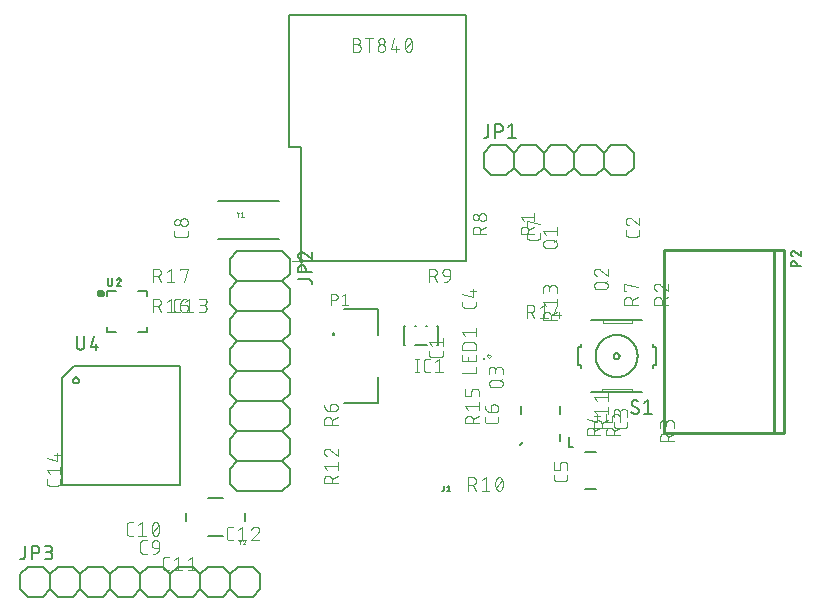
<source format=gbr>
G04 EAGLE Gerber X2 export*
%TF.Part,Single*%
%TF.FileFunction,Legend,Top,1*%
%TF.FilePolarity,Positive*%
%TF.GenerationSoftware,Autodesk,EAGLE,9.0.0*%
%TF.CreationDate,2018-08-29T12:33:52Z*%
G75*
%MOMM*%
%FSLAX34Y34*%
%LPD*%
%AMOC8*
5,1,8,0,0,1.08239X$1,22.5*%
G01*
%ADD10C,0.101600*%
%ADD11C,0.152400*%
%ADD12C,0.203200*%
%ADD13C,0.177800*%
%ADD14C,0.063400*%
%ADD15C,0.250000*%
%ADD16C,0.050800*%
%ADD17C,0.127000*%
%ADD18C,0.001000*%
%ADD19C,0.025400*%
%ADD20C,0.406400*%
%ADD21C,0.076200*%
%ADD22C,0.254000*%


D10*
X520192Y391226D02*
X520192Y388629D01*
X520190Y388530D01*
X520184Y388430D01*
X520175Y388331D01*
X520162Y388233D01*
X520145Y388135D01*
X520124Y388037D01*
X520099Y387941D01*
X520071Y387846D01*
X520039Y387752D01*
X520004Y387659D01*
X519965Y387567D01*
X519922Y387477D01*
X519877Y387389D01*
X519827Y387302D01*
X519775Y387218D01*
X519719Y387135D01*
X519661Y387055D01*
X519599Y386977D01*
X519534Y386902D01*
X519466Y386829D01*
X519396Y386759D01*
X519323Y386691D01*
X519248Y386626D01*
X519170Y386564D01*
X519090Y386506D01*
X519007Y386450D01*
X518923Y386398D01*
X518836Y386348D01*
X518748Y386303D01*
X518658Y386260D01*
X518566Y386221D01*
X518473Y386186D01*
X518379Y386154D01*
X518284Y386126D01*
X518188Y386101D01*
X518090Y386080D01*
X517992Y386063D01*
X517894Y386050D01*
X517795Y386041D01*
X517695Y386035D01*
X517596Y386033D01*
X511104Y386033D01*
X511104Y386032D02*
X511005Y386034D01*
X510905Y386040D01*
X510806Y386049D01*
X510708Y386062D01*
X510610Y386080D01*
X510512Y386100D01*
X510416Y386125D01*
X510320Y386153D01*
X510226Y386185D01*
X510133Y386220D01*
X510042Y386259D01*
X509952Y386302D01*
X509863Y386347D01*
X509777Y386397D01*
X509692Y386449D01*
X509610Y386505D01*
X509530Y386564D01*
X509452Y386625D01*
X509376Y386690D01*
X509303Y386758D01*
X509233Y386828D01*
X509165Y386901D01*
X509100Y386977D01*
X509039Y387055D01*
X508980Y387135D01*
X508924Y387217D01*
X508872Y387302D01*
X508823Y387388D01*
X508777Y387477D01*
X508734Y387567D01*
X508695Y387658D01*
X508660Y387751D01*
X508628Y387845D01*
X508600Y387941D01*
X508575Y388037D01*
X508555Y388135D01*
X508537Y388233D01*
X508524Y388331D01*
X508515Y388430D01*
X508509Y388529D01*
X508507Y388629D01*
X508508Y388629D02*
X508508Y391226D01*
X508508Y395591D02*
X509806Y395591D01*
X508508Y395591D02*
X508508Y402082D01*
X520192Y398836D01*
X593852Y231761D02*
X593852Y229164D01*
X593850Y229065D01*
X593844Y228965D01*
X593835Y228866D01*
X593822Y228768D01*
X593805Y228670D01*
X593784Y228572D01*
X593759Y228476D01*
X593731Y228381D01*
X593699Y228287D01*
X593664Y228194D01*
X593625Y228102D01*
X593582Y228012D01*
X593537Y227924D01*
X593487Y227837D01*
X593435Y227753D01*
X593379Y227670D01*
X593321Y227590D01*
X593259Y227512D01*
X593194Y227437D01*
X593126Y227364D01*
X593056Y227294D01*
X592983Y227226D01*
X592908Y227161D01*
X592830Y227099D01*
X592750Y227041D01*
X592667Y226985D01*
X592583Y226933D01*
X592496Y226883D01*
X592408Y226838D01*
X592318Y226795D01*
X592226Y226756D01*
X592133Y226721D01*
X592039Y226689D01*
X591944Y226661D01*
X591848Y226636D01*
X591750Y226615D01*
X591652Y226598D01*
X591554Y226585D01*
X591455Y226576D01*
X591355Y226570D01*
X591256Y226568D01*
X584764Y226568D01*
X584665Y226570D01*
X584565Y226576D01*
X584466Y226585D01*
X584368Y226598D01*
X584270Y226616D01*
X584172Y226636D01*
X584076Y226661D01*
X583980Y226689D01*
X583886Y226721D01*
X583793Y226756D01*
X583702Y226795D01*
X583612Y226838D01*
X583523Y226883D01*
X583437Y226933D01*
X583352Y226985D01*
X583270Y227041D01*
X583190Y227100D01*
X583112Y227161D01*
X583036Y227226D01*
X582963Y227294D01*
X582893Y227364D01*
X582825Y227437D01*
X582760Y227513D01*
X582699Y227591D01*
X582640Y227671D01*
X582584Y227753D01*
X582532Y227838D01*
X582483Y227924D01*
X582437Y228013D01*
X582394Y228103D01*
X582355Y228194D01*
X582320Y228287D01*
X582288Y228381D01*
X582260Y228477D01*
X582235Y228573D01*
X582215Y228671D01*
X582197Y228769D01*
X582184Y228867D01*
X582175Y228966D01*
X582169Y229065D01*
X582167Y229165D01*
X582168Y229164D02*
X582168Y231761D01*
X593852Y236126D02*
X593852Y239372D01*
X593850Y239485D01*
X593844Y239598D01*
X593834Y239711D01*
X593820Y239824D01*
X593803Y239936D01*
X593781Y240047D01*
X593756Y240157D01*
X593726Y240267D01*
X593693Y240375D01*
X593656Y240482D01*
X593616Y240588D01*
X593571Y240692D01*
X593523Y240795D01*
X593472Y240896D01*
X593417Y240995D01*
X593359Y241092D01*
X593297Y241187D01*
X593232Y241280D01*
X593164Y241370D01*
X593093Y241458D01*
X593018Y241544D01*
X592941Y241627D01*
X592861Y241707D01*
X592778Y241784D01*
X592692Y241859D01*
X592604Y241930D01*
X592514Y241998D01*
X592421Y242063D01*
X592326Y242125D01*
X592229Y242183D01*
X592130Y242238D01*
X592029Y242289D01*
X591926Y242337D01*
X591822Y242382D01*
X591716Y242422D01*
X591609Y242459D01*
X591501Y242492D01*
X591391Y242522D01*
X591281Y242547D01*
X591170Y242569D01*
X591058Y242586D01*
X590945Y242600D01*
X590832Y242610D01*
X590719Y242616D01*
X590606Y242618D01*
X590493Y242616D01*
X590380Y242610D01*
X590267Y242600D01*
X590154Y242586D01*
X590042Y242569D01*
X589931Y242547D01*
X589821Y242522D01*
X589711Y242492D01*
X589603Y242459D01*
X589496Y242422D01*
X589390Y242382D01*
X589286Y242337D01*
X589183Y242289D01*
X589082Y242238D01*
X588983Y242183D01*
X588886Y242125D01*
X588791Y242063D01*
X588698Y241998D01*
X588608Y241930D01*
X588520Y241859D01*
X588434Y241784D01*
X588351Y241707D01*
X588271Y241627D01*
X588194Y241544D01*
X588119Y241458D01*
X588048Y241370D01*
X587980Y241280D01*
X587915Y241187D01*
X587853Y241092D01*
X587795Y240995D01*
X587740Y240896D01*
X587689Y240795D01*
X587641Y240692D01*
X587596Y240588D01*
X587556Y240482D01*
X587519Y240375D01*
X587486Y240267D01*
X587456Y240157D01*
X587431Y240047D01*
X587409Y239936D01*
X587392Y239824D01*
X587378Y239711D01*
X587368Y239598D01*
X587362Y239485D01*
X587360Y239372D01*
X582168Y240021D02*
X582168Y236126D01*
X582168Y240021D02*
X582170Y240122D01*
X582176Y240222D01*
X582186Y240322D01*
X582199Y240422D01*
X582217Y240521D01*
X582238Y240620D01*
X582263Y240717D01*
X582292Y240814D01*
X582325Y240909D01*
X582361Y241003D01*
X582401Y241095D01*
X582444Y241186D01*
X582491Y241275D01*
X582541Y241362D01*
X582595Y241448D01*
X582652Y241531D01*
X582712Y241611D01*
X582775Y241690D01*
X582842Y241766D01*
X582911Y241839D01*
X582983Y241909D01*
X583057Y241977D01*
X583134Y242042D01*
X583214Y242103D01*
X583296Y242162D01*
X583380Y242217D01*
X583466Y242269D01*
X583554Y242318D01*
X583644Y242363D01*
X583736Y242405D01*
X583829Y242443D01*
X583924Y242477D01*
X584019Y242508D01*
X584116Y242535D01*
X584214Y242558D01*
X584313Y242578D01*
X584413Y242593D01*
X584513Y242605D01*
X584613Y242613D01*
X584714Y242617D01*
X584814Y242617D01*
X584915Y242613D01*
X585015Y242605D01*
X585115Y242593D01*
X585215Y242578D01*
X585314Y242558D01*
X585412Y242535D01*
X585509Y242508D01*
X585604Y242477D01*
X585699Y242443D01*
X585792Y242405D01*
X585884Y242363D01*
X585974Y242318D01*
X586062Y242269D01*
X586148Y242217D01*
X586232Y242162D01*
X586314Y242103D01*
X586394Y242042D01*
X586471Y241977D01*
X586545Y241909D01*
X586617Y241839D01*
X586686Y241766D01*
X586753Y241690D01*
X586816Y241611D01*
X586876Y241531D01*
X586933Y241448D01*
X586987Y241362D01*
X587037Y241275D01*
X587084Y241186D01*
X587127Y241095D01*
X587167Y241003D01*
X587203Y240909D01*
X587236Y240814D01*
X587265Y240717D01*
X587290Y240620D01*
X587311Y240521D01*
X587329Y240422D01*
X587342Y240322D01*
X587352Y240222D01*
X587358Y240122D01*
X587360Y240021D01*
X587361Y240021D02*
X587361Y237424D01*
X484632Y235571D02*
X484632Y232974D01*
X484630Y232875D01*
X484624Y232775D01*
X484615Y232676D01*
X484602Y232578D01*
X484585Y232480D01*
X484564Y232382D01*
X484539Y232286D01*
X484511Y232191D01*
X484479Y232097D01*
X484444Y232004D01*
X484405Y231912D01*
X484362Y231822D01*
X484317Y231734D01*
X484267Y231647D01*
X484215Y231563D01*
X484159Y231480D01*
X484101Y231400D01*
X484039Y231322D01*
X483974Y231247D01*
X483906Y231174D01*
X483836Y231104D01*
X483763Y231036D01*
X483688Y230971D01*
X483610Y230909D01*
X483530Y230851D01*
X483447Y230795D01*
X483363Y230743D01*
X483276Y230693D01*
X483188Y230648D01*
X483098Y230605D01*
X483006Y230566D01*
X482913Y230531D01*
X482819Y230499D01*
X482724Y230471D01*
X482628Y230446D01*
X482530Y230425D01*
X482432Y230408D01*
X482334Y230395D01*
X482235Y230386D01*
X482135Y230380D01*
X482036Y230378D01*
X475544Y230378D01*
X475445Y230380D01*
X475345Y230386D01*
X475246Y230395D01*
X475148Y230408D01*
X475050Y230426D01*
X474952Y230446D01*
X474856Y230471D01*
X474760Y230499D01*
X474666Y230531D01*
X474573Y230566D01*
X474482Y230605D01*
X474392Y230648D01*
X474303Y230693D01*
X474217Y230743D01*
X474132Y230795D01*
X474050Y230851D01*
X473970Y230910D01*
X473892Y230971D01*
X473816Y231036D01*
X473743Y231104D01*
X473673Y231174D01*
X473605Y231247D01*
X473540Y231323D01*
X473479Y231401D01*
X473420Y231481D01*
X473364Y231563D01*
X473312Y231648D01*
X473263Y231734D01*
X473217Y231823D01*
X473174Y231913D01*
X473135Y232004D01*
X473100Y232097D01*
X473068Y232191D01*
X473040Y232287D01*
X473015Y232383D01*
X472995Y232481D01*
X472977Y232579D01*
X472964Y232677D01*
X472955Y232776D01*
X472949Y232875D01*
X472947Y232975D01*
X472948Y232974D02*
X472948Y235571D01*
X478141Y239936D02*
X478141Y243831D01*
X478143Y243930D01*
X478149Y244030D01*
X478158Y244129D01*
X478171Y244227D01*
X478188Y244325D01*
X478209Y244423D01*
X478234Y244519D01*
X478262Y244614D01*
X478294Y244708D01*
X478329Y244801D01*
X478368Y244893D01*
X478411Y244983D01*
X478456Y245071D01*
X478506Y245158D01*
X478558Y245242D01*
X478614Y245325D01*
X478672Y245405D01*
X478734Y245483D01*
X478799Y245558D01*
X478867Y245631D01*
X478937Y245701D01*
X479010Y245769D01*
X479085Y245834D01*
X479163Y245896D01*
X479243Y245954D01*
X479326Y246010D01*
X479410Y246062D01*
X479497Y246112D01*
X479585Y246157D01*
X479675Y246200D01*
X479767Y246239D01*
X479860Y246274D01*
X479954Y246306D01*
X480049Y246334D01*
X480145Y246359D01*
X480243Y246380D01*
X480341Y246397D01*
X480439Y246410D01*
X480538Y246419D01*
X480638Y246425D01*
X480737Y246427D01*
X481386Y246427D01*
X481386Y246428D02*
X481499Y246426D01*
X481612Y246420D01*
X481725Y246410D01*
X481838Y246396D01*
X481950Y246379D01*
X482061Y246357D01*
X482171Y246332D01*
X482281Y246302D01*
X482389Y246269D01*
X482496Y246232D01*
X482602Y246192D01*
X482706Y246147D01*
X482809Y246099D01*
X482910Y246048D01*
X483009Y245993D01*
X483106Y245935D01*
X483201Y245873D01*
X483294Y245808D01*
X483384Y245740D01*
X483472Y245669D01*
X483558Y245594D01*
X483641Y245517D01*
X483721Y245437D01*
X483798Y245354D01*
X483873Y245268D01*
X483944Y245180D01*
X484012Y245090D01*
X484077Y244997D01*
X484139Y244902D01*
X484197Y244805D01*
X484252Y244706D01*
X484303Y244605D01*
X484351Y244502D01*
X484396Y244398D01*
X484436Y244292D01*
X484473Y244185D01*
X484506Y244077D01*
X484536Y243967D01*
X484561Y243857D01*
X484583Y243746D01*
X484600Y243634D01*
X484614Y243521D01*
X484624Y243408D01*
X484630Y243295D01*
X484632Y243182D01*
X484630Y243069D01*
X484624Y242956D01*
X484614Y242843D01*
X484600Y242730D01*
X484583Y242618D01*
X484561Y242507D01*
X484536Y242397D01*
X484506Y242287D01*
X484473Y242179D01*
X484436Y242072D01*
X484396Y241966D01*
X484351Y241862D01*
X484303Y241759D01*
X484252Y241658D01*
X484197Y241559D01*
X484139Y241462D01*
X484077Y241367D01*
X484012Y241274D01*
X483944Y241184D01*
X483873Y241096D01*
X483798Y241010D01*
X483721Y240927D01*
X483641Y240847D01*
X483558Y240770D01*
X483472Y240695D01*
X483384Y240624D01*
X483294Y240556D01*
X483201Y240491D01*
X483106Y240429D01*
X483009Y240371D01*
X482910Y240316D01*
X482809Y240265D01*
X482706Y240217D01*
X482602Y240172D01*
X482496Y240132D01*
X482389Y240095D01*
X482281Y240062D01*
X482171Y240032D01*
X482061Y240007D01*
X481950Y239985D01*
X481838Y239968D01*
X481725Y239954D01*
X481612Y239944D01*
X481499Y239938D01*
X481386Y239936D01*
X478141Y239936D01*
X477998Y239938D01*
X477855Y239944D01*
X477712Y239954D01*
X477570Y239968D01*
X477428Y239985D01*
X477286Y240007D01*
X477145Y240032D01*
X477005Y240062D01*
X476866Y240095D01*
X476728Y240132D01*
X476591Y240173D01*
X476455Y240217D01*
X476320Y240266D01*
X476187Y240318D01*
X476055Y240373D01*
X475925Y240433D01*
X475796Y240496D01*
X475669Y240562D01*
X475545Y240632D01*
X475422Y240705D01*
X475301Y240782D01*
X475182Y240861D01*
X475066Y240945D01*
X474951Y241031D01*
X474840Y241120D01*
X474731Y241213D01*
X474624Y241308D01*
X474520Y241407D01*
X474419Y241508D01*
X474320Y241612D01*
X474225Y241718D01*
X474132Y241828D01*
X474043Y241939D01*
X473957Y242053D01*
X473874Y242170D01*
X473794Y242289D01*
X473717Y242410D01*
X473644Y242532D01*
X473574Y242657D01*
X473508Y242784D01*
X473445Y242913D01*
X473385Y243043D01*
X473330Y243175D01*
X473278Y243308D01*
X473229Y243443D01*
X473185Y243579D01*
X473144Y243716D01*
X473107Y243854D01*
X473074Y243993D01*
X473044Y244133D01*
X473019Y244274D01*
X472997Y244416D01*
X472980Y244558D01*
X472966Y244700D01*
X472956Y244843D01*
X472950Y244986D01*
X472948Y245129D01*
X543052Y186756D02*
X543052Y184159D01*
X543050Y184060D01*
X543044Y183960D01*
X543035Y183861D01*
X543022Y183763D01*
X543005Y183665D01*
X542984Y183567D01*
X542959Y183471D01*
X542931Y183376D01*
X542899Y183282D01*
X542864Y183189D01*
X542825Y183097D01*
X542782Y183007D01*
X542737Y182919D01*
X542687Y182832D01*
X542635Y182748D01*
X542579Y182665D01*
X542521Y182585D01*
X542459Y182507D01*
X542394Y182432D01*
X542326Y182359D01*
X542256Y182289D01*
X542183Y182221D01*
X542108Y182156D01*
X542030Y182094D01*
X541950Y182036D01*
X541867Y181980D01*
X541783Y181928D01*
X541696Y181878D01*
X541608Y181833D01*
X541518Y181790D01*
X541426Y181751D01*
X541333Y181716D01*
X541239Y181684D01*
X541144Y181656D01*
X541048Y181631D01*
X540950Y181610D01*
X540852Y181593D01*
X540754Y181580D01*
X540655Y181571D01*
X540555Y181565D01*
X540456Y181563D01*
X533964Y181563D01*
X533964Y181562D02*
X533865Y181564D01*
X533765Y181570D01*
X533666Y181579D01*
X533568Y181592D01*
X533470Y181610D01*
X533372Y181630D01*
X533276Y181655D01*
X533180Y181683D01*
X533086Y181715D01*
X532993Y181750D01*
X532902Y181789D01*
X532812Y181832D01*
X532723Y181877D01*
X532637Y181927D01*
X532552Y181979D01*
X532470Y182035D01*
X532390Y182094D01*
X532312Y182155D01*
X532236Y182220D01*
X532163Y182288D01*
X532093Y182358D01*
X532025Y182431D01*
X531960Y182507D01*
X531899Y182585D01*
X531840Y182665D01*
X531784Y182747D01*
X531732Y182832D01*
X531683Y182918D01*
X531637Y183007D01*
X531594Y183097D01*
X531555Y183188D01*
X531520Y183281D01*
X531488Y183375D01*
X531460Y183471D01*
X531435Y183567D01*
X531415Y183665D01*
X531397Y183763D01*
X531384Y183861D01*
X531375Y183960D01*
X531369Y184059D01*
X531367Y184159D01*
X531368Y184159D02*
X531368Y186756D01*
X543052Y191121D02*
X543052Y195016D01*
X543050Y195115D01*
X543044Y195215D01*
X543035Y195314D01*
X543022Y195412D01*
X543005Y195510D01*
X542984Y195608D01*
X542959Y195704D01*
X542931Y195799D01*
X542899Y195893D01*
X542864Y195986D01*
X542825Y196078D01*
X542782Y196168D01*
X542737Y196256D01*
X542687Y196343D01*
X542635Y196427D01*
X542579Y196510D01*
X542521Y196590D01*
X542459Y196668D01*
X542394Y196743D01*
X542326Y196816D01*
X542256Y196886D01*
X542183Y196954D01*
X542108Y197019D01*
X542030Y197081D01*
X541950Y197139D01*
X541867Y197195D01*
X541783Y197247D01*
X541696Y197297D01*
X541608Y197342D01*
X541518Y197385D01*
X541426Y197424D01*
X541333Y197459D01*
X541239Y197491D01*
X541144Y197519D01*
X541048Y197544D01*
X540950Y197565D01*
X540852Y197582D01*
X540754Y197595D01*
X540655Y197604D01*
X540555Y197610D01*
X540456Y197612D01*
X539157Y197612D01*
X539058Y197610D01*
X538958Y197604D01*
X538859Y197595D01*
X538761Y197582D01*
X538663Y197565D01*
X538565Y197544D01*
X538469Y197519D01*
X538374Y197491D01*
X538280Y197459D01*
X538187Y197424D01*
X538095Y197385D01*
X538005Y197342D01*
X537917Y197297D01*
X537830Y197247D01*
X537746Y197195D01*
X537663Y197139D01*
X537583Y197081D01*
X537505Y197019D01*
X537430Y196954D01*
X537357Y196886D01*
X537287Y196816D01*
X537219Y196743D01*
X537154Y196668D01*
X537092Y196590D01*
X537034Y196510D01*
X536978Y196427D01*
X536926Y196343D01*
X536876Y196256D01*
X536831Y196168D01*
X536788Y196078D01*
X536749Y195986D01*
X536714Y195893D01*
X536682Y195799D01*
X536654Y195704D01*
X536629Y195608D01*
X536608Y195510D01*
X536591Y195412D01*
X536578Y195314D01*
X536569Y195215D01*
X536563Y195115D01*
X536561Y195016D01*
X536561Y191121D01*
X531368Y191121D01*
X531368Y197612D01*
X186756Y119888D02*
X184159Y119888D01*
X184060Y119890D01*
X183960Y119896D01*
X183861Y119905D01*
X183763Y119918D01*
X183665Y119935D01*
X183567Y119956D01*
X183471Y119981D01*
X183376Y120009D01*
X183282Y120041D01*
X183189Y120076D01*
X183097Y120115D01*
X183007Y120158D01*
X182919Y120203D01*
X182832Y120253D01*
X182748Y120305D01*
X182665Y120361D01*
X182585Y120419D01*
X182507Y120481D01*
X182432Y120546D01*
X182359Y120614D01*
X182289Y120684D01*
X182221Y120757D01*
X182156Y120832D01*
X182094Y120910D01*
X182036Y120990D01*
X181980Y121073D01*
X181928Y121157D01*
X181878Y121244D01*
X181833Y121332D01*
X181790Y121422D01*
X181751Y121514D01*
X181716Y121607D01*
X181684Y121701D01*
X181656Y121796D01*
X181631Y121892D01*
X181610Y121990D01*
X181593Y122088D01*
X181580Y122186D01*
X181571Y122285D01*
X181565Y122385D01*
X181563Y122484D01*
X181563Y128976D01*
X181565Y129075D01*
X181571Y129175D01*
X181580Y129274D01*
X181593Y129372D01*
X181610Y129470D01*
X181631Y129568D01*
X181656Y129664D01*
X181684Y129759D01*
X181716Y129853D01*
X181751Y129946D01*
X181790Y130038D01*
X181833Y130128D01*
X181878Y130216D01*
X181928Y130303D01*
X181980Y130387D01*
X182036Y130470D01*
X182094Y130550D01*
X182156Y130628D01*
X182221Y130703D01*
X182289Y130776D01*
X182359Y130846D01*
X182432Y130914D01*
X182507Y130979D01*
X182585Y131041D01*
X182665Y131099D01*
X182748Y131155D01*
X182832Y131207D01*
X182919Y131257D01*
X183007Y131302D01*
X183097Y131345D01*
X183189Y131384D01*
X183281Y131419D01*
X183376Y131451D01*
X183471Y131479D01*
X183567Y131504D01*
X183665Y131525D01*
X183763Y131542D01*
X183861Y131555D01*
X183960Y131564D01*
X184060Y131570D01*
X184159Y131572D01*
X186756Y131572D01*
X193717Y125081D02*
X197612Y125081D01*
X193717Y125081D02*
X193618Y125083D01*
X193518Y125089D01*
X193419Y125098D01*
X193321Y125111D01*
X193223Y125128D01*
X193125Y125149D01*
X193029Y125174D01*
X192934Y125202D01*
X192840Y125234D01*
X192747Y125269D01*
X192655Y125308D01*
X192565Y125351D01*
X192477Y125396D01*
X192390Y125446D01*
X192306Y125498D01*
X192223Y125554D01*
X192143Y125612D01*
X192065Y125674D01*
X191990Y125739D01*
X191917Y125807D01*
X191847Y125877D01*
X191779Y125950D01*
X191714Y126025D01*
X191652Y126103D01*
X191594Y126183D01*
X191538Y126266D01*
X191486Y126350D01*
X191436Y126437D01*
X191391Y126525D01*
X191348Y126615D01*
X191309Y126707D01*
X191274Y126800D01*
X191242Y126894D01*
X191214Y126989D01*
X191189Y127085D01*
X191168Y127183D01*
X191151Y127281D01*
X191138Y127379D01*
X191129Y127478D01*
X191123Y127578D01*
X191121Y127677D01*
X191121Y128326D01*
X191120Y128326D02*
X191122Y128439D01*
X191128Y128552D01*
X191138Y128665D01*
X191152Y128778D01*
X191169Y128890D01*
X191191Y129001D01*
X191216Y129111D01*
X191246Y129221D01*
X191279Y129329D01*
X191316Y129436D01*
X191356Y129542D01*
X191401Y129646D01*
X191449Y129749D01*
X191500Y129850D01*
X191555Y129949D01*
X191613Y130046D01*
X191675Y130141D01*
X191740Y130234D01*
X191808Y130324D01*
X191879Y130412D01*
X191954Y130498D01*
X192031Y130581D01*
X192111Y130661D01*
X192194Y130738D01*
X192280Y130813D01*
X192368Y130884D01*
X192458Y130952D01*
X192551Y131017D01*
X192646Y131079D01*
X192743Y131137D01*
X192842Y131192D01*
X192943Y131243D01*
X193046Y131291D01*
X193150Y131336D01*
X193256Y131376D01*
X193363Y131413D01*
X193471Y131446D01*
X193581Y131476D01*
X193691Y131501D01*
X193802Y131523D01*
X193914Y131540D01*
X194027Y131554D01*
X194140Y131564D01*
X194253Y131570D01*
X194366Y131572D01*
X194479Y131570D01*
X194592Y131564D01*
X194705Y131554D01*
X194818Y131540D01*
X194930Y131523D01*
X195041Y131501D01*
X195151Y131476D01*
X195261Y131446D01*
X195369Y131413D01*
X195476Y131376D01*
X195582Y131336D01*
X195686Y131291D01*
X195789Y131243D01*
X195890Y131192D01*
X195989Y131137D01*
X196086Y131079D01*
X196181Y131017D01*
X196274Y130952D01*
X196364Y130884D01*
X196452Y130813D01*
X196538Y130738D01*
X196621Y130661D01*
X196701Y130581D01*
X196778Y130498D01*
X196853Y130412D01*
X196924Y130324D01*
X196992Y130234D01*
X197057Y130141D01*
X197119Y130046D01*
X197177Y129949D01*
X197232Y129850D01*
X197283Y129749D01*
X197331Y129646D01*
X197376Y129542D01*
X197416Y129436D01*
X197453Y129329D01*
X197486Y129221D01*
X197516Y129111D01*
X197541Y129001D01*
X197563Y128890D01*
X197580Y128778D01*
X197594Y128665D01*
X197604Y128552D01*
X197610Y128439D01*
X197612Y128326D01*
X197612Y125081D01*
X197610Y124938D01*
X197604Y124795D01*
X197594Y124652D01*
X197580Y124510D01*
X197563Y124368D01*
X197541Y124226D01*
X197516Y124085D01*
X197486Y123945D01*
X197453Y123806D01*
X197416Y123668D01*
X197375Y123531D01*
X197331Y123395D01*
X197282Y123260D01*
X197230Y123127D01*
X197175Y122995D01*
X197115Y122865D01*
X197052Y122736D01*
X196986Y122609D01*
X196916Y122484D01*
X196843Y122362D01*
X196766Y122241D01*
X196686Y122122D01*
X196603Y122006D01*
X196517Y121891D01*
X196428Y121780D01*
X196335Y121670D01*
X196240Y121564D01*
X196141Y121460D01*
X196040Y121359D01*
X195936Y121260D01*
X195830Y121165D01*
X195720Y121072D01*
X195609Y120983D01*
X195494Y120897D01*
X195378Y120814D01*
X195259Y120734D01*
X195138Y120657D01*
X195015Y120584D01*
X194891Y120514D01*
X194764Y120448D01*
X194635Y120385D01*
X194505Y120325D01*
X194373Y120270D01*
X194240Y120218D01*
X194105Y120169D01*
X193969Y120125D01*
X193832Y120084D01*
X193694Y120047D01*
X193555Y120014D01*
X193415Y119984D01*
X193274Y119959D01*
X193132Y119937D01*
X192990Y119920D01*
X192848Y119906D01*
X192705Y119896D01*
X192562Y119890D01*
X192419Y119888D01*
X175326Y135128D02*
X172729Y135128D01*
X172630Y135130D01*
X172530Y135136D01*
X172431Y135145D01*
X172333Y135158D01*
X172235Y135175D01*
X172137Y135196D01*
X172041Y135221D01*
X171946Y135249D01*
X171852Y135281D01*
X171759Y135316D01*
X171667Y135355D01*
X171577Y135398D01*
X171489Y135443D01*
X171402Y135493D01*
X171318Y135545D01*
X171235Y135601D01*
X171155Y135659D01*
X171077Y135721D01*
X171002Y135786D01*
X170929Y135854D01*
X170859Y135924D01*
X170791Y135997D01*
X170726Y136072D01*
X170664Y136150D01*
X170606Y136230D01*
X170550Y136313D01*
X170498Y136397D01*
X170448Y136484D01*
X170403Y136572D01*
X170360Y136662D01*
X170321Y136754D01*
X170286Y136847D01*
X170254Y136941D01*
X170226Y137036D01*
X170201Y137132D01*
X170180Y137230D01*
X170163Y137328D01*
X170150Y137426D01*
X170141Y137525D01*
X170135Y137625D01*
X170133Y137724D01*
X170133Y144216D01*
X170135Y144315D01*
X170141Y144415D01*
X170150Y144514D01*
X170163Y144612D01*
X170180Y144710D01*
X170201Y144808D01*
X170226Y144904D01*
X170254Y144999D01*
X170286Y145093D01*
X170321Y145186D01*
X170360Y145278D01*
X170403Y145368D01*
X170448Y145456D01*
X170498Y145543D01*
X170550Y145627D01*
X170606Y145710D01*
X170664Y145790D01*
X170726Y145868D01*
X170791Y145943D01*
X170859Y146016D01*
X170929Y146086D01*
X171002Y146154D01*
X171077Y146219D01*
X171155Y146281D01*
X171235Y146339D01*
X171318Y146395D01*
X171402Y146447D01*
X171489Y146497D01*
X171577Y146542D01*
X171667Y146585D01*
X171759Y146624D01*
X171851Y146659D01*
X171946Y146691D01*
X172041Y146719D01*
X172137Y146744D01*
X172235Y146765D01*
X172333Y146782D01*
X172431Y146795D01*
X172530Y146804D01*
X172630Y146810D01*
X172729Y146812D01*
X175326Y146812D01*
X179691Y144216D02*
X182936Y146812D01*
X182936Y135128D01*
X179691Y135128D02*
X186182Y135128D01*
X191121Y140970D02*
X191124Y141200D01*
X191132Y141430D01*
X191146Y141659D01*
X191165Y141888D01*
X191190Y142117D01*
X191220Y142344D01*
X191255Y142572D01*
X191296Y142798D01*
X191342Y143023D01*
X191394Y143247D01*
X191451Y143469D01*
X191513Y143691D01*
X191581Y143910D01*
X191654Y144128D01*
X191732Y144345D01*
X191815Y144559D01*
X191903Y144771D01*
X191996Y144981D01*
X192095Y145189D01*
X192094Y145189D02*
X192127Y145279D01*
X192163Y145368D01*
X192203Y145456D01*
X192247Y145541D01*
X192294Y145625D01*
X192344Y145707D01*
X192398Y145787D01*
X192454Y145864D01*
X192514Y145940D01*
X192577Y146013D01*
X192642Y146083D01*
X192711Y146151D01*
X192782Y146215D01*
X192855Y146277D01*
X192931Y146336D01*
X193009Y146392D01*
X193090Y146445D01*
X193172Y146494D01*
X193256Y146540D01*
X193343Y146583D01*
X193430Y146622D01*
X193520Y146658D01*
X193610Y146690D01*
X193702Y146718D01*
X193795Y146743D01*
X193889Y146764D01*
X193983Y146781D01*
X194078Y146795D01*
X194174Y146804D01*
X194270Y146810D01*
X194366Y146812D01*
X194462Y146810D01*
X194558Y146804D01*
X194654Y146795D01*
X194749Y146781D01*
X194843Y146764D01*
X194937Y146743D01*
X195030Y146718D01*
X195122Y146690D01*
X195212Y146658D01*
X195302Y146622D01*
X195389Y146583D01*
X195476Y146540D01*
X195560Y146494D01*
X195642Y146445D01*
X195723Y146392D01*
X195801Y146336D01*
X195877Y146277D01*
X195950Y146215D01*
X196021Y146151D01*
X196090Y146083D01*
X196155Y146013D01*
X196218Y145940D01*
X196278Y145864D01*
X196334Y145787D01*
X196388Y145707D01*
X196438Y145625D01*
X196485Y145541D01*
X196529Y145456D01*
X196569Y145368D01*
X196605Y145279D01*
X196638Y145189D01*
X196639Y145189D02*
X196738Y144982D01*
X196831Y144772D01*
X196919Y144559D01*
X197002Y144345D01*
X197080Y144129D01*
X197153Y143911D01*
X197221Y143691D01*
X197283Y143470D01*
X197340Y143247D01*
X197392Y143023D01*
X197438Y142798D01*
X197479Y142572D01*
X197514Y142345D01*
X197544Y142117D01*
X197569Y141888D01*
X197588Y141659D01*
X197602Y141430D01*
X197610Y141200D01*
X197613Y140970D01*
X191121Y140970D02*
X191124Y140740D01*
X191132Y140510D01*
X191146Y140281D01*
X191165Y140052D01*
X191190Y139823D01*
X191220Y139595D01*
X191255Y139368D01*
X191296Y139142D01*
X191342Y138917D01*
X191394Y138693D01*
X191451Y138470D01*
X191513Y138249D01*
X191581Y138029D01*
X191654Y137811D01*
X191732Y137595D01*
X191815Y137381D01*
X191903Y137169D01*
X191996Y136958D01*
X192095Y136751D01*
X192094Y136751D02*
X192127Y136661D01*
X192163Y136572D01*
X192204Y136484D01*
X192247Y136399D01*
X192294Y136315D01*
X192344Y136233D01*
X192398Y136153D01*
X192454Y136076D01*
X192514Y136000D01*
X192577Y135927D01*
X192642Y135857D01*
X192711Y135789D01*
X192782Y135725D01*
X192855Y135663D01*
X192931Y135604D01*
X193009Y135548D01*
X193090Y135495D01*
X193172Y135446D01*
X193256Y135400D01*
X193343Y135357D01*
X193430Y135318D01*
X193520Y135282D01*
X193610Y135250D01*
X193702Y135222D01*
X193795Y135197D01*
X193889Y135176D01*
X193983Y135159D01*
X194078Y135145D01*
X194174Y135136D01*
X194270Y135130D01*
X194366Y135128D01*
X196638Y136751D02*
X196737Y136958D01*
X196830Y137169D01*
X196918Y137381D01*
X197001Y137595D01*
X197079Y137811D01*
X197152Y138029D01*
X197220Y138249D01*
X197282Y138470D01*
X197339Y138693D01*
X197391Y138917D01*
X197437Y139142D01*
X197478Y139368D01*
X197513Y139595D01*
X197543Y139823D01*
X197568Y140052D01*
X197587Y140281D01*
X197601Y140510D01*
X197609Y140740D01*
X197612Y140970D01*
X196638Y136751D02*
X196605Y136661D01*
X196569Y136572D01*
X196529Y136484D01*
X196485Y136399D01*
X196438Y136315D01*
X196388Y136233D01*
X196334Y136153D01*
X196278Y136076D01*
X196218Y136000D01*
X196155Y135927D01*
X196090Y135857D01*
X196021Y135789D01*
X195950Y135725D01*
X195877Y135663D01*
X195801Y135604D01*
X195723Y135548D01*
X195642Y135495D01*
X195560Y135446D01*
X195476Y135400D01*
X195389Y135357D01*
X195302Y135318D01*
X195212Y135282D01*
X195122Y135250D01*
X195030Y135222D01*
X194937Y135197D01*
X194843Y135176D01*
X194749Y135159D01*
X194654Y135145D01*
X194558Y135136D01*
X194462Y135130D01*
X194366Y135128D01*
X191770Y137724D02*
X196963Y144216D01*
X465582Y330764D02*
X465582Y333361D01*
X465582Y330764D02*
X465580Y330665D01*
X465574Y330565D01*
X465565Y330466D01*
X465552Y330368D01*
X465535Y330270D01*
X465514Y330172D01*
X465489Y330076D01*
X465461Y329981D01*
X465429Y329887D01*
X465394Y329794D01*
X465355Y329702D01*
X465312Y329612D01*
X465267Y329524D01*
X465217Y329437D01*
X465165Y329353D01*
X465109Y329270D01*
X465051Y329190D01*
X464989Y329112D01*
X464924Y329037D01*
X464856Y328964D01*
X464786Y328894D01*
X464713Y328826D01*
X464638Y328761D01*
X464560Y328699D01*
X464480Y328641D01*
X464397Y328585D01*
X464313Y328533D01*
X464226Y328483D01*
X464138Y328438D01*
X464048Y328395D01*
X463956Y328356D01*
X463863Y328321D01*
X463769Y328289D01*
X463674Y328261D01*
X463578Y328236D01*
X463480Y328215D01*
X463382Y328198D01*
X463284Y328185D01*
X463185Y328176D01*
X463085Y328170D01*
X462986Y328168D01*
X456494Y328168D01*
X456395Y328170D01*
X456295Y328176D01*
X456196Y328185D01*
X456098Y328198D01*
X456000Y328216D01*
X455902Y328236D01*
X455806Y328261D01*
X455710Y328289D01*
X455616Y328321D01*
X455523Y328356D01*
X455432Y328395D01*
X455342Y328438D01*
X455253Y328483D01*
X455167Y328533D01*
X455082Y328585D01*
X455000Y328641D01*
X454920Y328700D01*
X454842Y328761D01*
X454766Y328826D01*
X454693Y328894D01*
X454623Y328964D01*
X454555Y329037D01*
X454490Y329113D01*
X454429Y329191D01*
X454370Y329271D01*
X454314Y329353D01*
X454262Y329438D01*
X454213Y329524D01*
X454167Y329613D01*
X454124Y329703D01*
X454085Y329794D01*
X454050Y329887D01*
X454018Y329981D01*
X453990Y330077D01*
X453965Y330173D01*
X453945Y330271D01*
X453927Y330369D01*
X453914Y330467D01*
X453905Y330566D01*
X453899Y330665D01*
X453897Y330765D01*
X453898Y330764D02*
X453898Y333361D01*
X453898Y340323D02*
X462986Y337726D01*
X462986Y344217D01*
X460389Y342270D02*
X465582Y342270D01*
X205806Y105918D02*
X203209Y105918D01*
X203110Y105920D01*
X203010Y105926D01*
X202911Y105935D01*
X202813Y105948D01*
X202715Y105965D01*
X202617Y105986D01*
X202521Y106011D01*
X202426Y106039D01*
X202332Y106071D01*
X202239Y106106D01*
X202147Y106145D01*
X202057Y106188D01*
X201969Y106233D01*
X201882Y106283D01*
X201798Y106335D01*
X201715Y106391D01*
X201635Y106449D01*
X201557Y106511D01*
X201482Y106576D01*
X201409Y106644D01*
X201339Y106714D01*
X201271Y106787D01*
X201206Y106862D01*
X201144Y106940D01*
X201086Y107020D01*
X201030Y107103D01*
X200978Y107187D01*
X200928Y107274D01*
X200883Y107362D01*
X200840Y107452D01*
X200801Y107544D01*
X200766Y107637D01*
X200734Y107731D01*
X200706Y107826D01*
X200681Y107922D01*
X200660Y108020D01*
X200643Y108118D01*
X200630Y108216D01*
X200621Y108315D01*
X200615Y108415D01*
X200613Y108514D01*
X200613Y115006D01*
X200615Y115105D01*
X200621Y115205D01*
X200630Y115304D01*
X200643Y115402D01*
X200660Y115500D01*
X200681Y115598D01*
X200706Y115694D01*
X200734Y115789D01*
X200766Y115883D01*
X200801Y115976D01*
X200840Y116068D01*
X200883Y116158D01*
X200928Y116246D01*
X200978Y116333D01*
X201030Y116417D01*
X201086Y116500D01*
X201144Y116580D01*
X201206Y116658D01*
X201271Y116733D01*
X201339Y116806D01*
X201409Y116876D01*
X201482Y116944D01*
X201557Y117009D01*
X201635Y117071D01*
X201715Y117129D01*
X201798Y117185D01*
X201882Y117237D01*
X201969Y117287D01*
X202057Y117332D01*
X202147Y117375D01*
X202239Y117414D01*
X202331Y117449D01*
X202426Y117481D01*
X202521Y117509D01*
X202617Y117534D01*
X202715Y117555D01*
X202813Y117572D01*
X202911Y117585D01*
X203010Y117594D01*
X203110Y117600D01*
X203209Y117602D01*
X205806Y117602D01*
X210171Y115006D02*
X213416Y117602D01*
X213416Y105918D01*
X210171Y105918D02*
X216662Y105918D01*
X221601Y115006D02*
X224846Y117602D01*
X224846Y105918D01*
X221601Y105918D02*
X228092Y105918D01*
X257104Y131318D02*
X259701Y131318D01*
X257104Y131318D02*
X257005Y131320D01*
X256905Y131326D01*
X256806Y131335D01*
X256708Y131348D01*
X256610Y131365D01*
X256512Y131386D01*
X256416Y131411D01*
X256321Y131439D01*
X256227Y131471D01*
X256134Y131506D01*
X256042Y131545D01*
X255952Y131588D01*
X255864Y131633D01*
X255777Y131683D01*
X255693Y131735D01*
X255610Y131791D01*
X255530Y131849D01*
X255452Y131911D01*
X255377Y131976D01*
X255304Y132044D01*
X255234Y132114D01*
X255166Y132187D01*
X255101Y132262D01*
X255039Y132340D01*
X254981Y132420D01*
X254925Y132503D01*
X254873Y132587D01*
X254823Y132674D01*
X254778Y132762D01*
X254735Y132852D01*
X254696Y132944D01*
X254661Y133037D01*
X254629Y133131D01*
X254601Y133226D01*
X254576Y133322D01*
X254555Y133420D01*
X254538Y133518D01*
X254525Y133616D01*
X254516Y133715D01*
X254510Y133815D01*
X254508Y133914D01*
X254508Y140406D01*
X254510Y140505D01*
X254516Y140605D01*
X254525Y140704D01*
X254538Y140802D01*
X254555Y140900D01*
X254576Y140998D01*
X254601Y141094D01*
X254629Y141189D01*
X254661Y141283D01*
X254696Y141376D01*
X254735Y141468D01*
X254778Y141558D01*
X254823Y141646D01*
X254873Y141733D01*
X254925Y141817D01*
X254981Y141900D01*
X255039Y141980D01*
X255101Y142058D01*
X255166Y142133D01*
X255234Y142206D01*
X255304Y142276D01*
X255377Y142344D01*
X255452Y142409D01*
X255530Y142471D01*
X255610Y142529D01*
X255693Y142585D01*
X255777Y142637D01*
X255864Y142687D01*
X255952Y142732D01*
X256042Y142775D01*
X256134Y142814D01*
X256226Y142849D01*
X256321Y142881D01*
X256416Y142909D01*
X256512Y142934D01*
X256610Y142955D01*
X256708Y142972D01*
X256806Y142985D01*
X256905Y142994D01*
X257005Y143000D01*
X257104Y143002D01*
X259701Y143002D01*
X264066Y140406D02*
X267312Y143002D01*
X267312Y131318D01*
X270557Y131318D02*
X264066Y131318D01*
X279066Y143002D02*
X279173Y143000D01*
X279279Y142994D01*
X279385Y142984D01*
X279491Y142971D01*
X279597Y142953D01*
X279701Y142932D01*
X279805Y142907D01*
X279908Y142878D01*
X280009Y142846D01*
X280109Y142809D01*
X280208Y142769D01*
X280306Y142726D01*
X280402Y142679D01*
X280496Y142628D01*
X280588Y142574D01*
X280678Y142517D01*
X280766Y142457D01*
X280851Y142393D01*
X280934Y142326D01*
X281015Y142256D01*
X281093Y142184D01*
X281169Y142108D01*
X281241Y142030D01*
X281311Y141949D01*
X281378Y141866D01*
X281442Y141781D01*
X281502Y141693D01*
X281559Y141603D01*
X281613Y141511D01*
X281664Y141417D01*
X281711Y141321D01*
X281754Y141223D01*
X281794Y141124D01*
X281831Y141024D01*
X281863Y140923D01*
X281892Y140820D01*
X281917Y140716D01*
X281938Y140612D01*
X281956Y140506D01*
X281969Y140400D01*
X281979Y140294D01*
X281985Y140188D01*
X281987Y140081D01*
X279066Y143002D02*
X278945Y143000D01*
X278824Y142994D01*
X278704Y142984D01*
X278583Y142971D01*
X278464Y142953D01*
X278344Y142932D01*
X278226Y142907D01*
X278109Y142878D01*
X277992Y142845D01*
X277877Y142809D01*
X277763Y142768D01*
X277650Y142725D01*
X277538Y142677D01*
X277429Y142626D01*
X277321Y142571D01*
X277214Y142513D01*
X277110Y142452D01*
X277008Y142387D01*
X276908Y142319D01*
X276810Y142248D01*
X276714Y142174D01*
X276621Y142097D01*
X276531Y142016D01*
X276443Y141933D01*
X276358Y141847D01*
X276275Y141758D01*
X276196Y141667D01*
X276119Y141573D01*
X276046Y141477D01*
X275976Y141379D01*
X275909Y141278D01*
X275845Y141175D01*
X275785Y141070D01*
X275728Y140963D01*
X275674Y140855D01*
X275624Y140745D01*
X275578Y140633D01*
X275535Y140520D01*
X275496Y140405D01*
X281014Y137809D02*
X281093Y137886D01*
X281169Y137967D01*
X281242Y138050D01*
X281312Y138135D01*
X281379Y138223D01*
X281443Y138313D01*
X281503Y138405D01*
X281560Y138500D01*
X281614Y138596D01*
X281665Y138694D01*
X281712Y138794D01*
X281756Y138896D01*
X281796Y138999D01*
X281832Y139103D01*
X281864Y139209D01*
X281893Y139315D01*
X281918Y139423D01*
X281940Y139531D01*
X281957Y139641D01*
X281971Y139750D01*
X281980Y139860D01*
X281986Y139971D01*
X281988Y140081D01*
X281014Y137809D02*
X275496Y131318D01*
X281987Y131318D01*
X437642Y288854D02*
X437642Y291451D01*
X437642Y288854D02*
X437640Y288755D01*
X437634Y288655D01*
X437625Y288556D01*
X437612Y288458D01*
X437595Y288360D01*
X437574Y288262D01*
X437549Y288166D01*
X437521Y288071D01*
X437489Y287977D01*
X437454Y287884D01*
X437415Y287792D01*
X437372Y287702D01*
X437327Y287614D01*
X437277Y287527D01*
X437225Y287443D01*
X437169Y287360D01*
X437111Y287280D01*
X437049Y287202D01*
X436984Y287127D01*
X436916Y287054D01*
X436846Y286984D01*
X436773Y286916D01*
X436698Y286851D01*
X436620Y286789D01*
X436540Y286731D01*
X436457Y286675D01*
X436373Y286623D01*
X436286Y286573D01*
X436198Y286528D01*
X436108Y286485D01*
X436016Y286446D01*
X435923Y286411D01*
X435829Y286379D01*
X435734Y286351D01*
X435638Y286326D01*
X435540Y286305D01*
X435442Y286288D01*
X435344Y286275D01*
X435245Y286266D01*
X435145Y286260D01*
X435046Y286258D01*
X428554Y286258D01*
X428455Y286260D01*
X428355Y286266D01*
X428256Y286275D01*
X428158Y286288D01*
X428060Y286306D01*
X427962Y286326D01*
X427866Y286351D01*
X427770Y286379D01*
X427676Y286411D01*
X427583Y286446D01*
X427492Y286485D01*
X427402Y286528D01*
X427313Y286573D01*
X427227Y286623D01*
X427142Y286675D01*
X427060Y286731D01*
X426980Y286790D01*
X426902Y286851D01*
X426826Y286916D01*
X426753Y286984D01*
X426683Y287054D01*
X426615Y287127D01*
X426550Y287203D01*
X426489Y287281D01*
X426430Y287361D01*
X426374Y287443D01*
X426322Y287528D01*
X426273Y287614D01*
X426227Y287703D01*
X426184Y287793D01*
X426145Y287884D01*
X426110Y287977D01*
X426078Y288071D01*
X426050Y288167D01*
X426025Y288263D01*
X426005Y288361D01*
X425987Y288459D01*
X425974Y288557D01*
X425965Y288656D01*
X425959Y288755D01*
X425957Y288855D01*
X425958Y288854D02*
X425958Y291451D01*
X428554Y295816D02*
X425958Y299062D01*
X437642Y299062D01*
X437642Y302307D02*
X437642Y295816D01*
X113792Y182946D02*
X113792Y180349D01*
X113790Y180250D01*
X113784Y180150D01*
X113775Y180051D01*
X113762Y179953D01*
X113745Y179855D01*
X113724Y179757D01*
X113699Y179661D01*
X113671Y179566D01*
X113639Y179472D01*
X113604Y179379D01*
X113565Y179287D01*
X113522Y179197D01*
X113477Y179109D01*
X113427Y179022D01*
X113375Y178938D01*
X113319Y178855D01*
X113261Y178775D01*
X113199Y178697D01*
X113134Y178622D01*
X113066Y178549D01*
X112996Y178479D01*
X112923Y178411D01*
X112848Y178346D01*
X112770Y178284D01*
X112690Y178226D01*
X112607Y178170D01*
X112523Y178118D01*
X112436Y178068D01*
X112348Y178023D01*
X112258Y177980D01*
X112166Y177941D01*
X112073Y177906D01*
X111979Y177874D01*
X111884Y177846D01*
X111788Y177821D01*
X111690Y177800D01*
X111592Y177783D01*
X111494Y177770D01*
X111395Y177761D01*
X111295Y177755D01*
X111196Y177753D01*
X104704Y177753D01*
X104704Y177752D02*
X104605Y177754D01*
X104505Y177760D01*
X104406Y177769D01*
X104308Y177782D01*
X104210Y177800D01*
X104112Y177820D01*
X104016Y177845D01*
X103920Y177873D01*
X103826Y177905D01*
X103733Y177940D01*
X103642Y177979D01*
X103552Y178022D01*
X103463Y178067D01*
X103377Y178117D01*
X103292Y178169D01*
X103210Y178225D01*
X103130Y178284D01*
X103052Y178345D01*
X102976Y178410D01*
X102903Y178478D01*
X102833Y178548D01*
X102765Y178621D01*
X102700Y178697D01*
X102639Y178775D01*
X102580Y178855D01*
X102524Y178937D01*
X102472Y179022D01*
X102423Y179108D01*
X102377Y179197D01*
X102334Y179287D01*
X102295Y179378D01*
X102260Y179471D01*
X102228Y179565D01*
X102200Y179661D01*
X102175Y179757D01*
X102155Y179855D01*
X102137Y179953D01*
X102124Y180051D01*
X102115Y180150D01*
X102109Y180249D01*
X102107Y180349D01*
X102108Y180349D02*
X102108Y182946D01*
X104704Y187311D02*
X102108Y190556D01*
X113792Y190556D01*
X113792Y187311D02*
X113792Y193802D01*
X111196Y198741D02*
X102108Y201337D01*
X111196Y198741D02*
X111196Y205232D01*
X108599Y203285D02*
X113792Y203285D01*
X604012Y391169D02*
X604012Y393766D01*
X604012Y391169D02*
X604010Y391070D01*
X604004Y390970D01*
X603995Y390871D01*
X603982Y390773D01*
X603965Y390675D01*
X603944Y390577D01*
X603919Y390481D01*
X603891Y390386D01*
X603859Y390292D01*
X603824Y390199D01*
X603785Y390107D01*
X603742Y390017D01*
X603697Y389929D01*
X603647Y389842D01*
X603595Y389758D01*
X603539Y389675D01*
X603481Y389595D01*
X603419Y389517D01*
X603354Y389442D01*
X603286Y389369D01*
X603216Y389299D01*
X603143Y389231D01*
X603068Y389166D01*
X602990Y389104D01*
X602910Y389046D01*
X602827Y388990D01*
X602743Y388938D01*
X602656Y388888D01*
X602568Y388843D01*
X602478Y388800D01*
X602386Y388761D01*
X602293Y388726D01*
X602199Y388694D01*
X602104Y388666D01*
X602008Y388641D01*
X601910Y388620D01*
X601812Y388603D01*
X601714Y388590D01*
X601615Y388581D01*
X601515Y388575D01*
X601416Y388573D01*
X594924Y388573D01*
X594924Y388572D02*
X594825Y388574D01*
X594725Y388580D01*
X594626Y388589D01*
X594528Y388602D01*
X594430Y388620D01*
X594332Y388640D01*
X594236Y388665D01*
X594140Y388693D01*
X594046Y388725D01*
X593953Y388760D01*
X593862Y388799D01*
X593772Y388842D01*
X593683Y388887D01*
X593597Y388937D01*
X593512Y388989D01*
X593430Y389045D01*
X593350Y389104D01*
X593272Y389165D01*
X593196Y389230D01*
X593123Y389298D01*
X593053Y389368D01*
X592985Y389441D01*
X592920Y389517D01*
X592859Y389595D01*
X592800Y389675D01*
X592744Y389757D01*
X592692Y389842D01*
X592643Y389928D01*
X592597Y390017D01*
X592554Y390107D01*
X592515Y390198D01*
X592480Y390291D01*
X592448Y390385D01*
X592420Y390481D01*
X592395Y390577D01*
X592375Y390675D01*
X592357Y390773D01*
X592344Y390871D01*
X592335Y390970D01*
X592329Y391069D01*
X592327Y391169D01*
X592328Y391169D02*
X592328Y393766D01*
X592328Y401701D02*
X592330Y401808D01*
X592336Y401914D01*
X592346Y402020D01*
X592359Y402126D01*
X592377Y402232D01*
X592398Y402336D01*
X592423Y402440D01*
X592452Y402543D01*
X592484Y402644D01*
X592521Y402744D01*
X592561Y402843D01*
X592604Y402941D01*
X592651Y403037D01*
X592702Y403131D01*
X592756Y403223D01*
X592813Y403313D01*
X592873Y403401D01*
X592937Y403486D01*
X593004Y403569D01*
X593074Y403650D01*
X593146Y403728D01*
X593222Y403804D01*
X593300Y403876D01*
X593381Y403946D01*
X593464Y404013D01*
X593549Y404077D01*
X593637Y404137D01*
X593727Y404194D01*
X593819Y404248D01*
X593913Y404299D01*
X594009Y404346D01*
X594107Y404389D01*
X594206Y404429D01*
X594306Y404466D01*
X594407Y404498D01*
X594510Y404527D01*
X594614Y404552D01*
X594718Y404573D01*
X594824Y404591D01*
X594930Y404604D01*
X595036Y404614D01*
X595142Y404620D01*
X595249Y404622D01*
X592328Y401701D02*
X592330Y401580D01*
X592336Y401459D01*
X592346Y401339D01*
X592359Y401218D01*
X592377Y401099D01*
X592398Y400979D01*
X592423Y400861D01*
X592452Y400744D01*
X592485Y400627D01*
X592521Y400512D01*
X592562Y400398D01*
X592605Y400285D01*
X592653Y400173D01*
X592704Y400064D01*
X592759Y399956D01*
X592817Y399849D01*
X592878Y399745D01*
X592943Y399643D01*
X593011Y399543D01*
X593082Y399445D01*
X593156Y399349D01*
X593233Y399256D01*
X593314Y399166D01*
X593397Y399078D01*
X593483Y398993D01*
X593572Y398910D01*
X593663Y398831D01*
X593757Y398754D01*
X593853Y398681D01*
X593951Y398611D01*
X594052Y398544D01*
X594155Y398480D01*
X594260Y398420D01*
X594367Y398362D01*
X594475Y398309D01*
X594585Y398259D01*
X594697Y398213D01*
X594810Y398170D01*
X594925Y398131D01*
X597521Y403648D02*
X597443Y403727D01*
X597363Y403803D01*
X597280Y403876D01*
X597194Y403946D01*
X597107Y404013D01*
X597016Y404077D01*
X596924Y404137D01*
X596830Y404195D01*
X596733Y404249D01*
X596635Y404299D01*
X596535Y404346D01*
X596434Y404390D01*
X596331Y404430D01*
X596226Y404466D01*
X596121Y404498D01*
X596014Y404527D01*
X595907Y404552D01*
X595798Y404574D01*
X595689Y404591D01*
X595580Y404605D01*
X595470Y404614D01*
X595359Y404620D01*
X595249Y404622D01*
X597521Y403648D02*
X604012Y398131D01*
X604012Y404622D01*
D11*
X404880Y312900D02*
X404880Y296700D01*
X433320Y296700D02*
X433320Y312900D01*
X424320Y296700D02*
X413880Y296700D01*
X423380Y312900D02*
X424320Y312900D01*
X414820Y312900D02*
X413880Y312900D01*
X432380Y312900D02*
X433320Y312900D01*
X405820Y312900D02*
X404880Y312900D01*
X404880Y296700D02*
X405820Y296700D01*
X432380Y296700D02*
X433320Y296700D01*
D10*
X415727Y285242D02*
X415727Y273558D01*
X414429Y273558D02*
X417026Y273558D01*
X417026Y285242D02*
X414429Y285242D01*
X424189Y273558D02*
X426786Y273558D01*
X424189Y273558D02*
X424090Y273560D01*
X423990Y273566D01*
X423891Y273575D01*
X423793Y273588D01*
X423695Y273605D01*
X423597Y273626D01*
X423501Y273651D01*
X423406Y273679D01*
X423312Y273711D01*
X423219Y273746D01*
X423127Y273785D01*
X423037Y273828D01*
X422949Y273873D01*
X422862Y273923D01*
X422778Y273975D01*
X422695Y274031D01*
X422615Y274089D01*
X422537Y274151D01*
X422462Y274216D01*
X422389Y274284D01*
X422319Y274354D01*
X422251Y274427D01*
X422186Y274502D01*
X422124Y274580D01*
X422066Y274660D01*
X422010Y274743D01*
X421958Y274827D01*
X421908Y274914D01*
X421863Y275002D01*
X421820Y275092D01*
X421781Y275184D01*
X421746Y275277D01*
X421714Y275371D01*
X421686Y275466D01*
X421661Y275562D01*
X421640Y275660D01*
X421623Y275758D01*
X421610Y275856D01*
X421601Y275955D01*
X421595Y276055D01*
X421593Y276154D01*
X421593Y282646D01*
X421595Y282745D01*
X421601Y282845D01*
X421610Y282944D01*
X421623Y283042D01*
X421640Y283140D01*
X421661Y283238D01*
X421686Y283334D01*
X421714Y283429D01*
X421746Y283523D01*
X421781Y283616D01*
X421820Y283708D01*
X421863Y283798D01*
X421908Y283886D01*
X421958Y283973D01*
X422010Y284057D01*
X422066Y284140D01*
X422124Y284220D01*
X422186Y284298D01*
X422251Y284373D01*
X422319Y284446D01*
X422389Y284516D01*
X422462Y284584D01*
X422537Y284649D01*
X422615Y284711D01*
X422695Y284769D01*
X422778Y284825D01*
X422862Y284877D01*
X422949Y284927D01*
X423037Y284972D01*
X423127Y285015D01*
X423219Y285054D01*
X423311Y285089D01*
X423406Y285121D01*
X423501Y285149D01*
X423597Y285174D01*
X423695Y285195D01*
X423793Y285212D01*
X423891Y285225D01*
X423990Y285234D01*
X424090Y285240D01*
X424189Y285242D01*
X426786Y285242D01*
X431151Y282646D02*
X434396Y285242D01*
X434396Y273558D01*
X431151Y273558D02*
X437642Y273558D01*
D12*
X558110Y206000D02*
X567110Y206000D01*
X567110Y175000D02*
X558110Y175000D01*
D13*
X544449Y210439D02*
X544449Y218821D01*
X544449Y210439D02*
X548174Y210439D01*
D14*
X476500Y285778D02*
X474750Y287528D01*
X476250Y289028D01*
X478000Y287278D01*
X476500Y285778D01*
D15*
X472250Y284778D03*
D10*
X465742Y273036D02*
X454058Y273036D01*
X465742Y273036D02*
X465742Y278229D01*
X465742Y282942D02*
X465742Y288135D01*
X465742Y282942D02*
X454058Y282942D01*
X454058Y288135D01*
X459251Y286837D02*
X459251Y282942D01*
X454058Y292825D02*
X465742Y292825D01*
X454058Y292825D02*
X454058Y296071D01*
X454060Y296184D01*
X454066Y296297D01*
X454076Y296410D01*
X454090Y296523D01*
X454107Y296635D01*
X454129Y296746D01*
X454154Y296856D01*
X454184Y296966D01*
X454217Y297074D01*
X454254Y297181D01*
X454294Y297287D01*
X454339Y297391D01*
X454387Y297494D01*
X454438Y297595D01*
X454493Y297694D01*
X454551Y297791D01*
X454613Y297886D01*
X454678Y297979D01*
X454746Y298069D01*
X454817Y298157D01*
X454892Y298243D01*
X454969Y298326D01*
X455049Y298406D01*
X455132Y298483D01*
X455218Y298558D01*
X455306Y298629D01*
X455396Y298697D01*
X455489Y298762D01*
X455584Y298824D01*
X455681Y298882D01*
X455780Y298937D01*
X455881Y298988D01*
X455984Y299036D01*
X456088Y299081D01*
X456194Y299121D01*
X456301Y299158D01*
X456409Y299191D01*
X456519Y299221D01*
X456629Y299246D01*
X456740Y299268D01*
X456852Y299285D01*
X456965Y299299D01*
X457078Y299309D01*
X457191Y299315D01*
X457304Y299317D01*
X462496Y299317D01*
X462609Y299315D01*
X462722Y299309D01*
X462835Y299299D01*
X462948Y299285D01*
X463060Y299268D01*
X463171Y299246D01*
X463281Y299221D01*
X463391Y299191D01*
X463499Y299158D01*
X463606Y299121D01*
X463712Y299081D01*
X463816Y299036D01*
X463919Y298988D01*
X464020Y298937D01*
X464119Y298882D01*
X464216Y298824D01*
X464311Y298762D01*
X464404Y298697D01*
X464494Y298629D01*
X464582Y298558D01*
X464668Y298483D01*
X464751Y298406D01*
X464831Y298326D01*
X464908Y298243D01*
X464983Y298157D01*
X465054Y298069D01*
X465122Y297979D01*
X465187Y297886D01*
X465249Y297791D01*
X465307Y297694D01*
X465362Y297595D01*
X465413Y297494D01*
X465461Y297391D01*
X465506Y297287D01*
X465546Y297181D01*
X465583Y297074D01*
X465616Y296966D01*
X465646Y296856D01*
X465671Y296746D01*
X465693Y296635D01*
X465710Y296523D01*
X465724Y296410D01*
X465734Y296297D01*
X465740Y296184D01*
X465742Y296071D01*
X465742Y292825D01*
X456654Y304636D02*
X454058Y307882D01*
X465742Y307882D01*
X465742Y311127D02*
X465742Y304636D01*
X525724Y378968D02*
X530916Y378968D01*
X525724Y378968D02*
X525611Y378970D01*
X525498Y378976D01*
X525385Y378986D01*
X525272Y379000D01*
X525160Y379017D01*
X525049Y379039D01*
X524939Y379064D01*
X524829Y379094D01*
X524721Y379127D01*
X524614Y379164D01*
X524508Y379204D01*
X524404Y379249D01*
X524301Y379297D01*
X524200Y379348D01*
X524101Y379403D01*
X524004Y379461D01*
X523909Y379523D01*
X523816Y379588D01*
X523726Y379656D01*
X523638Y379727D01*
X523552Y379802D01*
X523469Y379879D01*
X523389Y379959D01*
X523312Y380042D01*
X523237Y380128D01*
X523166Y380216D01*
X523098Y380306D01*
X523033Y380399D01*
X522971Y380494D01*
X522913Y380591D01*
X522858Y380690D01*
X522807Y380791D01*
X522759Y380894D01*
X522714Y380998D01*
X522674Y381104D01*
X522637Y381211D01*
X522604Y381319D01*
X522574Y381429D01*
X522549Y381539D01*
X522527Y381650D01*
X522510Y381762D01*
X522496Y381875D01*
X522486Y381988D01*
X522480Y382101D01*
X522478Y382214D01*
X522480Y382327D01*
X522486Y382440D01*
X522496Y382553D01*
X522510Y382666D01*
X522527Y382778D01*
X522549Y382889D01*
X522574Y382999D01*
X522604Y383109D01*
X522637Y383217D01*
X522674Y383324D01*
X522714Y383430D01*
X522759Y383534D01*
X522807Y383637D01*
X522858Y383738D01*
X522913Y383837D01*
X522971Y383934D01*
X523033Y384029D01*
X523098Y384122D01*
X523166Y384212D01*
X523237Y384300D01*
X523312Y384386D01*
X523389Y384469D01*
X523469Y384549D01*
X523552Y384626D01*
X523638Y384701D01*
X523726Y384772D01*
X523816Y384840D01*
X523909Y384905D01*
X524004Y384967D01*
X524101Y385025D01*
X524200Y385080D01*
X524301Y385131D01*
X524404Y385179D01*
X524508Y385224D01*
X524614Y385264D01*
X524721Y385301D01*
X524829Y385334D01*
X524939Y385364D01*
X525049Y385389D01*
X525160Y385411D01*
X525272Y385428D01*
X525385Y385442D01*
X525498Y385452D01*
X525611Y385458D01*
X525724Y385460D01*
X525724Y385459D02*
X530916Y385459D01*
X530916Y385460D02*
X531029Y385458D01*
X531142Y385452D01*
X531255Y385442D01*
X531368Y385428D01*
X531480Y385411D01*
X531591Y385389D01*
X531701Y385364D01*
X531811Y385334D01*
X531919Y385301D01*
X532026Y385264D01*
X532132Y385224D01*
X532236Y385179D01*
X532339Y385131D01*
X532440Y385080D01*
X532539Y385025D01*
X532636Y384967D01*
X532731Y384905D01*
X532824Y384840D01*
X532914Y384772D01*
X533002Y384701D01*
X533088Y384626D01*
X533171Y384549D01*
X533251Y384469D01*
X533328Y384386D01*
X533403Y384300D01*
X533474Y384212D01*
X533542Y384122D01*
X533607Y384029D01*
X533669Y383934D01*
X533727Y383837D01*
X533782Y383738D01*
X533833Y383637D01*
X533881Y383534D01*
X533926Y383430D01*
X533966Y383324D01*
X534003Y383217D01*
X534036Y383109D01*
X534066Y382999D01*
X534091Y382889D01*
X534113Y382778D01*
X534130Y382666D01*
X534144Y382553D01*
X534154Y382440D01*
X534160Y382327D01*
X534162Y382214D01*
X534160Y382101D01*
X534154Y381988D01*
X534144Y381875D01*
X534130Y381762D01*
X534113Y381650D01*
X534091Y381539D01*
X534066Y381429D01*
X534036Y381319D01*
X534003Y381211D01*
X533966Y381104D01*
X533926Y380998D01*
X533881Y380894D01*
X533833Y380791D01*
X533782Y380690D01*
X533727Y380591D01*
X533669Y380494D01*
X533607Y380399D01*
X533542Y380306D01*
X533474Y380216D01*
X533403Y380128D01*
X533328Y380042D01*
X533251Y379959D01*
X533171Y379879D01*
X533088Y379802D01*
X533002Y379727D01*
X532914Y379656D01*
X532824Y379588D01*
X532731Y379523D01*
X532636Y379461D01*
X532539Y379403D01*
X532440Y379348D01*
X532339Y379297D01*
X532236Y379249D01*
X532132Y379204D01*
X532026Y379164D01*
X531919Y379127D01*
X531811Y379094D01*
X531701Y379064D01*
X531591Y379039D01*
X531480Y379017D01*
X531368Y379000D01*
X531255Y378986D01*
X531142Y378976D01*
X531029Y378970D01*
X530916Y378968D01*
X531566Y384161D02*
X534162Y386757D01*
X525074Y390112D02*
X522478Y393357D01*
X534162Y393357D01*
X534162Y390112D02*
X534162Y396603D01*
X568904Y343807D02*
X574096Y343807D01*
X568904Y343807D02*
X568791Y343809D01*
X568678Y343815D01*
X568565Y343825D01*
X568452Y343839D01*
X568340Y343856D01*
X568229Y343878D01*
X568119Y343903D01*
X568009Y343933D01*
X567901Y343966D01*
X567794Y344003D01*
X567688Y344043D01*
X567584Y344088D01*
X567481Y344136D01*
X567380Y344187D01*
X567281Y344242D01*
X567184Y344300D01*
X567089Y344362D01*
X566996Y344427D01*
X566906Y344495D01*
X566818Y344566D01*
X566732Y344641D01*
X566649Y344718D01*
X566569Y344798D01*
X566492Y344881D01*
X566417Y344967D01*
X566346Y345055D01*
X566278Y345145D01*
X566213Y345238D01*
X566151Y345333D01*
X566093Y345430D01*
X566038Y345529D01*
X565987Y345630D01*
X565939Y345733D01*
X565894Y345837D01*
X565854Y345943D01*
X565817Y346050D01*
X565784Y346158D01*
X565754Y346268D01*
X565729Y346378D01*
X565707Y346489D01*
X565690Y346601D01*
X565676Y346714D01*
X565666Y346827D01*
X565660Y346940D01*
X565658Y347053D01*
X565660Y347166D01*
X565666Y347279D01*
X565676Y347392D01*
X565690Y347505D01*
X565707Y347617D01*
X565729Y347728D01*
X565754Y347838D01*
X565784Y347948D01*
X565817Y348056D01*
X565854Y348163D01*
X565894Y348269D01*
X565939Y348373D01*
X565987Y348476D01*
X566038Y348577D01*
X566093Y348676D01*
X566151Y348773D01*
X566213Y348868D01*
X566278Y348961D01*
X566346Y349051D01*
X566417Y349139D01*
X566492Y349225D01*
X566569Y349308D01*
X566649Y349388D01*
X566732Y349465D01*
X566818Y349540D01*
X566906Y349611D01*
X566996Y349679D01*
X567089Y349744D01*
X567184Y349806D01*
X567281Y349864D01*
X567380Y349919D01*
X567481Y349970D01*
X567584Y350018D01*
X567688Y350063D01*
X567794Y350103D01*
X567901Y350140D01*
X568009Y350173D01*
X568119Y350203D01*
X568229Y350228D01*
X568340Y350250D01*
X568452Y350267D01*
X568565Y350281D01*
X568678Y350291D01*
X568791Y350297D01*
X568904Y350299D01*
X568904Y350298D02*
X574096Y350298D01*
X574096Y350299D02*
X574209Y350297D01*
X574322Y350291D01*
X574435Y350281D01*
X574548Y350267D01*
X574660Y350250D01*
X574771Y350228D01*
X574881Y350203D01*
X574991Y350173D01*
X575099Y350140D01*
X575206Y350103D01*
X575312Y350063D01*
X575416Y350018D01*
X575519Y349970D01*
X575620Y349919D01*
X575719Y349864D01*
X575816Y349806D01*
X575911Y349744D01*
X576004Y349679D01*
X576094Y349611D01*
X576182Y349540D01*
X576268Y349465D01*
X576351Y349388D01*
X576431Y349308D01*
X576508Y349225D01*
X576583Y349139D01*
X576654Y349051D01*
X576722Y348961D01*
X576787Y348868D01*
X576849Y348773D01*
X576907Y348676D01*
X576962Y348577D01*
X577013Y348476D01*
X577061Y348373D01*
X577106Y348269D01*
X577146Y348163D01*
X577183Y348056D01*
X577216Y347948D01*
X577246Y347838D01*
X577271Y347728D01*
X577293Y347617D01*
X577310Y347505D01*
X577324Y347392D01*
X577334Y347279D01*
X577340Y347166D01*
X577342Y347053D01*
X577340Y346940D01*
X577334Y346827D01*
X577324Y346714D01*
X577310Y346601D01*
X577293Y346489D01*
X577271Y346378D01*
X577246Y346268D01*
X577216Y346158D01*
X577183Y346050D01*
X577146Y345943D01*
X577106Y345837D01*
X577061Y345733D01*
X577013Y345630D01*
X576962Y345529D01*
X576907Y345430D01*
X576849Y345333D01*
X576787Y345238D01*
X576722Y345145D01*
X576654Y345055D01*
X576583Y344967D01*
X576508Y344881D01*
X576431Y344798D01*
X576351Y344718D01*
X576268Y344641D01*
X576182Y344566D01*
X576094Y344495D01*
X576004Y344427D01*
X575911Y344362D01*
X575816Y344300D01*
X575719Y344242D01*
X575620Y344187D01*
X575519Y344136D01*
X575416Y344088D01*
X575312Y344043D01*
X575206Y344003D01*
X575099Y343966D01*
X574991Y343933D01*
X574881Y343903D01*
X574771Y343878D01*
X574660Y343856D01*
X574548Y343839D01*
X574435Y343825D01*
X574322Y343815D01*
X574209Y343809D01*
X574096Y343807D01*
X574746Y349000D02*
X577342Y351596D01*
X568579Y361442D02*
X568472Y361440D01*
X568366Y361434D01*
X568260Y361424D01*
X568154Y361411D01*
X568048Y361393D01*
X567944Y361372D01*
X567840Y361347D01*
X567737Y361318D01*
X567636Y361286D01*
X567536Y361249D01*
X567437Y361209D01*
X567339Y361166D01*
X567243Y361119D01*
X567149Y361068D01*
X567057Y361014D01*
X566967Y360957D01*
X566879Y360897D01*
X566794Y360833D01*
X566711Y360766D01*
X566630Y360696D01*
X566552Y360624D01*
X566476Y360548D01*
X566404Y360470D01*
X566334Y360389D01*
X566267Y360306D01*
X566203Y360221D01*
X566143Y360133D01*
X566086Y360043D01*
X566032Y359951D01*
X565981Y359857D01*
X565934Y359761D01*
X565891Y359663D01*
X565851Y359564D01*
X565814Y359464D01*
X565782Y359363D01*
X565753Y359260D01*
X565728Y359156D01*
X565707Y359052D01*
X565689Y358946D01*
X565676Y358840D01*
X565666Y358734D01*
X565660Y358628D01*
X565658Y358521D01*
X565660Y358400D01*
X565666Y358279D01*
X565676Y358159D01*
X565689Y358038D01*
X565707Y357919D01*
X565728Y357799D01*
X565753Y357681D01*
X565782Y357564D01*
X565815Y357447D01*
X565851Y357332D01*
X565892Y357218D01*
X565935Y357105D01*
X565983Y356993D01*
X566034Y356884D01*
X566089Y356776D01*
X566147Y356669D01*
X566208Y356565D01*
X566273Y356463D01*
X566341Y356363D01*
X566412Y356265D01*
X566486Y356169D01*
X566563Y356076D01*
X566644Y355986D01*
X566727Y355898D01*
X566813Y355813D01*
X566902Y355730D01*
X566993Y355651D01*
X567087Y355574D01*
X567183Y355501D01*
X567281Y355431D01*
X567382Y355364D01*
X567485Y355300D01*
X567590Y355240D01*
X567697Y355182D01*
X567805Y355129D01*
X567915Y355079D01*
X568027Y355033D01*
X568140Y354990D01*
X568255Y354951D01*
X570851Y360468D02*
X570773Y360547D01*
X570693Y360623D01*
X570610Y360696D01*
X570524Y360766D01*
X570437Y360833D01*
X570346Y360897D01*
X570254Y360957D01*
X570160Y361015D01*
X570063Y361069D01*
X569965Y361119D01*
X569865Y361166D01*
X569764Y361210D01*
X569661Y361250D01*
X569556Y361286D01*
X569451Y361318D01*
X569344Y361347D01*
X569237Y361372D01*
X569128Y361394D01*
X569019Y361411D01*
X568910Y361425D01*
X568800Y361434D01*
X568689Y361440D01*
X568579Y361442D01*
X570851Y360468D02*
X577342Y354951D01*
X577342Y361442D01*
X485196Y260858D02*
X480004Y260858D01*
X479891Y260860D01*
X479778Y260866D01*
X479665Y260876D01*
X479552Y260890D01*
X479440Y260907D01*
X479329Y260929D01*
X479219Y260954D01*
X479109Y260984D01*
X479001Y261017D01*
X478894Y261054D01*
X478788Y261094D01*
X478684Y261139D01*
X478581Y261187D01*
X478480Y261238D01*
X478381Y261293D01*
X478284Y261351D01*
X478189Y261413D01*
X478096Y261478D01*
X478006Y261546D01*
X477918Y261617D01*
X477832Y261692D01*
X477749Y261769D01*
X477669Y261849D01*
X477592Y261932D01*
X477517Y262018D01*
X477446Y262106D01*
X477378Y262196D01*
X477313Y262289D01*
X477251Y262384D01*
X477193Y262481D01*
X477138Y262580D01*
X477087Y262681D01*
X477039Y262784D01*
X476994Y262888D01*
X476954Y262994D01*
X476917Y263101D01*
X476884Y263209D01*
X476854Y263319D01*
X476829Y263429D01*
X476807Y263540D01*
X476790Y263652D01*
X476776Y263765D01*
X476766Y263878D01*
X476760Y263991D01*
X476758Y264104D01*
X476760Y264217D01*
X476766Y264330D01*
X476776Y264443D01*
X476790Y264556D01*
X476807Y264668D01*
X476829Y264779D01*
X476854Y264889D01*
X476884Y264999D01*
X476917Y265107D01*
X476954Y265214D01*
X476994Y265320D01*
X477039Y265424D01*
X477087Y265527D01*
X477138Y265628D01*
X477193Y265727D01*
X477251Y265824D01*
X477313Y265919D01*
X477378Y266012D01*
X477446Y266102D01*
X477517Y266190D01*
X477592Y266276D01*
X477669Y266359D01*
X477749Y266439D01*
X477832Y266516D01*
X477918Y266591D01*
X478006Y266662D01*
X478096Y266730D01*
X478189Y266795D01*
X478284Y266857D01*
X478381Y266915D01*
X478480Y266970D01*
X478581Y267021D01*
X478684Y267069D01*
X478788Y267114D01*
X478894Y267154D01*
X479001Y267191D01*
X479109Y267224D01*
X479219Y267254D01*
X479329Y267279D01*
X479440Y267301D01*
X479552Y267318D01*
X479665Y267332D01*
X479778Y267342D01*
X479891Y267348D01*
X480004Y267350D01*
X480004Y267349D02*
X485196Y267349D01*
X485196Y267350D02*
X485309Y267348D01*
X485422Y267342D01*
X485535Y267332D01*
X485648Y267318D01*
X485760Y267301D01*
X485871Y267279D01*
X485981Y267254D01*
X486091Y267224D01*
X486199Y267191D01*
X486306Y267154D01*
X486412Y267114D01*
X486516Y267069D01*
X486619Y267021D01*
X486720Y266970D01*
X486819Y266915D01*
X486916Y266857D01*
X487011Y266795D01*
X487104Y266730D01*
X487194Y266662D01*
X487282Y266591D01*
X487368Y266516D01*
X487451Y266439D01*
X487531Y266359D01*
X487608Y266276D01*
X487683Y266190D01*
X487754Y266102D01*
X487822Y266012D01*
X487887Y265919D01*
X487949Y265824D01*
X488007Y265727D01*
X488062Y265628D01*
X488113Y265527D01*
X488161Y265424D01*
X488206Y265320D01*
X488246Y265214D01*
X488283Y265107D01*
X488316Y264999D01*
X488346Y264889D01*
X488371Y264779D01*
X488393Y264668D01*
X488410Y264556D01*
X488424Y264443D01*
X488434Y264330D01*
X488440Y264217D01*
X488442Y264104D01*
X488440Y263991D01*
X488434Y263878D01*
X488424Y263765D01*
X488410Y263652D01*
X488393Y263540D01*
X488371Y263429D01*
X488346Y263319D01*
X488316Y263209D01*
X488283Y263101D01*
X488246Y262994D01*
X488206Y262888D01*
X488161Y262784D01*
X488113Y262681D01*
X488062Y262580D01*
X488007Y262481D01*
X487949Y262384D01*
X487887Y262289D01*
X487822Y262196D01*
X487754Y262106D01*
X487683Y262018D01*
X487608Y261932D01*
X487531Y261849D01*
X487451Y261769D01*
X487368Y261692D01*
X487282Y261617D01*
X487194Y261546D01*
X487104Y261478D01*
X487011Y261413D01*
X486916Y261351D01*
X486819Y261293D01*
X486720Y261238D01*
X486619Y261187D01*
X486516Y261139D01*
X486412Y261094D01*
X486306Y261054D01*
X486199Y261017D01*
X486091Y260984D01*
X485981Y260954D01*
X485871Y260929D01*
X485760Y260907D01*
X485648Y260890D01*
X485535Y260876D01*
X485422Y260866D01*
X485309Y260860D01*
X485196Y260858D01*
X485846Y266051D02*
X488442Y268647D01*
X488442Y272002D02*
X488442Y275247D01*
X488440Y275360D01*
X488434Y275473D01*
X488424Y275586D01*
X488410Y275699D01*
X488393Y275811D01*
X488371Y275922D01*
X488346Y276032D01*
X488316Y276142D01*
X488283Y276250D01*
X488246Y276357D01*
X488206Y276463D01*
X488161Y276567D01*
X488113Y276670D01*
X488062Y276771D01*
X488007Y276870D01*
X487949Y276967D01*
X487887Y277062D01*
X487822Y277155D01*
X487754Y277245D01*
X487683Y277333D01*
X487608Y277419D01*
X487531Y277502D01*
X487451Y277582D01*
X487368Y277659D01*
X487282Y277734D01*
X487194Y277805D01*
X487104Y277873D01*
X487011Y277938D01*
X486916Y278000D01*
X486819Y278058D01*
X486720Y278113D01*
X486619Y278164D01*
X486516Y278212D01*
X486412Y278257D01*
X486306Y278297D01*
X486199Y278334D01*
X486091Y278367D01*
X485981Y278397D01*
X485871Y278422D01*
X485760Y278444D01*
X485648Y278461D01*
X485535Y278475D01*
X485422Y278485D01*
X485309Y278491D01*
X485196Y278493D01*
X485083Y278491D01*
X484970Y278485D01*
X484857Y278475D01*
X484744Y278461D01*
X484632Y278444D01*
X484521Y278422D01*
X484411Y278397D01*
X484301Y278367D01*
X484193Y278334D01*
X484086Y278297D01*
X483980Y278257D01*
X483876Y278212D01*
X483773Y278164D01*
X483672Y278113D01*
X483573Y278058D01*
X483476Y278000D01*
X483381Y277938D01*
X483288Y277873D01*
X483198Y277805D01*
X483110Y277734D01*
X483024Y277659D01*
X482941Y277582D01*
X482861Y277502D01*
X482784Y277419D01*
X482709Y277333D01*
X482638Y277245D01*
X482570Y277155D01*
X482505Y277062D01*
X482443Y276967D01*
X482385Y276870D01*
X482330Y276771D01*
X482279Y276670D01*
X482231Y276567D01*
X482186Y276463D01*
X482146Y276357D01*
X482109Y276250D01*
X482076Y276142D01*
X482046Y276032D01*
X482021Y275922D01*
X481999Y275811D01*
X481982Y275699D01*
X481968Y275586D01*
X481958Y275473D01*
X481952Y275360D01*
X481950Y275247D01*
X476758Y275897D02*
X476758Y272002D01*
X476758Y275897D02*
X476760Y275998D01*
X476766Y276098D01*
X476776Y276198D01*
X476789Y276298D01*
X476807Y276397D01*
X476828Y276496D01*
X476853Y276593D01*
X476882Y276690D01*
X476915Y276785D01*
X476951Y276879D01*
X476991Y276971D01*
X477034Y277062D01*
X477081Y277151D01*
X477131Y277238D01*
X477185Y277324D01*
X477242Y277407D01*
X477302Y277487D01*
X477365Y277566D01*
X477432Y277642D01*
X477501Y277715D01*
X477573Y277785D01*
X477647Y277853D01*
X477724Y277918D01*
X477804Y277979D01*
X477886Y278038D01*
X477970Y278093D01*
X478056Y278145D01*
X478144Y278194D01*
X478234Y278239D01*
X478326Y278281D01*
X478419Y278319D01*
X478514Y278353D01*
X478609Y278384D01*
X478706Y278411D01*
X478804Y278434D01*
X478903Y278454D01*
X479003Y278469D01*
X479103Y278481D01*
X479203Y278489D01*
X479304Y278493D01*
X479404Y278493D01*
X479505Y278489D01*
X479605Y278481D01*
X479705Y278469D01*
X479805Y278454D01*
X479904Y278434D01*
X480002Y278411D01*
X480099Y278384D01*
X480194Y278353D01*
X480289Y278319D01*
X480382Y278281D01*
X480474Y278239D01*
X480564Y278194D01*
X480652Y278145D01*
X480738Y278093D01*
X480822Y278038D01*
X480904Y277979D01*
X480984Y277918D01*
X481061Y277853D01*
X481135Y277785D01*
X481207Y277715D01*
X481276Y277642D01*
X481343Y277566D01*
X481406Y277487D01*
X481466Y277407D01*
X481523Y277324D01*
X481577Y277238D01*
X481627Y277151D01*
X481674Y277062D01*
X481717Y276971D01*
X481757Y276879D01*
X481793Y276785D01*
X481826Y276690D01*
X481855Y276593D01*
X481880Y276496D01*
X481901Y276397D01*
X481919Y276298D01*
X481932Y276198D01*
X481942Y276098D01*
X481948Y275998D01*
X481950Y275897D01*
X481951Y275897D02*
X481951Y273300D01*
X503428Y390398D02*
X515112Y390398D01*
X503428Y390398D02*
X503428Y393644D01*
X503430Y393757D01*
X503436Y393870D01*
X503446Y393983D01*
X503460Y394096D01*
X503477Y394208D01*
X503499Y394319D01*
X503524Y394429D01*
X503554Y394539D01*
X503587Y394647D01*
X503624Y394754D01*
X503664Y394860D01*
X503709Y394964D01*
X503757Y395067D01*
X503808Y395168D01*
X503863Y395267D01*
X503921Y395364D01*
X503983Y395459D01*
X504048Y395552D01*
X504116Y395642D01*
X504187Y395730D01*
X504262Y395816D01*
X504339Y395899D01*
X504419Y395979D01*
X504502Y396056D01*
X504588Y396131D01*
X504676Y396202D01*
X504766Y396270D01*
X504859Y396335D01*
X504954Y396397D01*
X505051Y396455D01*
X505150Y396510D01*
X505251Y396561D01*
X505354Y396609D01*
X505458Y396654D01*
X505564Y396694D01*
X505671Y396731D01*
X505779Y396764D01*
X505889Y396794D01*
X505999Y396819D01*
X506110Y396841D01*
X506222Y396858D01*
X506335Y396872D01*
X506448Y396882D01*
X506561Y396888D01*
X506674Y396890D01*
X506787Y396888D01*
X506900Y396882D01*
X507013Y396872D01*
X507126Y396858D01*
X507238Y396841D01*
X507349Y396819D01*
X507459Y396794D01*
X507569Y396764D01*
X507677Y396731D01*
X507784Y396694D01*
X507890Y396654D01*
X507994Y396609D01*
X508097Y396561D01*
X508198Y396510D01*
X508297Y396455D01*
X508394Y396397D01*
X508489Y396335D01*
X508582Y396270D01*
X508672Y396202D01*
X508760Y396131D01*
X508846Y396056D01*
X508929Y395979D01*
X509009Y395899D01*
X509086Y395816D01*
X509161Y395730D01*
X509232Y395642D01*
X509300Y395552D01*
X509365Y395459D01*
X509427Y395364D01*
X509485Y395267D01*
X509540Y395168D01*
X509591Y395067D01*
X509639Y394964D01*
X509684Y394860D01*
X509724Y394754D01*
X509761Y394647D01*
X509794Y394539D01*
X509824Y394429D01*
X509849Y394319D01*
X509871Y394208D01*
X509888Y394096D01*
X509902Y393983D01*
X509912Y393870D01*
X509918Y393757D01*
X509920Y393644D01*
X509919Y393644D02*
X509919Y390398D01*
X509919Y394293D02*
X515112Y396889D01*
X506024Y401754D02*
X503428Y405000D01*
X515112Y405000D01*
X515112Y408245D02*
X515112Y401754D01*
X565658Y226568D02*
X577342Y226568D01*
X565658Y226568D02*
X565658Y229814D01*
X565660Y229927D01*
X565666Y230040D01*
X565676Y230153D01*
X565690Y230266D01*
X565707Y230378D01*
X565729Y230489D01*
X565754Y230599D01*
X565784Y230709D01*
X565817Y230817D01*
X565854Y230924D01*
X565894Y231030D01*
X565939Y231134D01*
X565987Y231237D01*
X566038Y231338D01*
X566093Y231437D01*
X566151Y231534D01*
X566213Y231629D01*
X566278Y231722D01*
X566346Y231812D01*
X566417Y231900D01*
X566492Y231986D01*
X566569Y232069D01*
X566649Y232149D01*
X566732Y232226D01*
X566818Y232301D01*
X566906Y232372D01*
X566996Y232440D01*
X567089Y232505D01*
X567184Y232567D01*
X567281Y232625D01*
X567380Y232680D01*
X567481Y232731D01*
X567584Y232779D01*
X567688Y232824D01*
X567794Y232864D01*
X567901Y232901D01*
X568009Y232934D01*
X568119Y232964D01*
X568229Y232989D01*
X568340Y233011D01*
X568452Y233028D01*
X568565Y233042D01*
X568678Y233052D01*
X568791Y233058D01*
X568904Y233060D01*
X569017Y233058D01*
X569130Y233052D01*
X569243Y233042D01*
X569356Y233028D01*
X569468Y233011D01*
X569579Y232989D01*
X569689Y232964D01*
X569799Y232934D01*
X569907Y232901D01*
X570014Y232864D01*
X570120Y232824D01*
X570224Y232779D01*
X570327Y232731D01*
X570428Y232680D01*
X570527Y232625D01*
X570624Y232567D01*
X570719Y232505D01*
X570812Y232440D01*
X570902Y232372D01*
X570990Y232301D01*
X571076Y232226D01*
X571159Y232149D01*
X571239Y232069D01*
X571316Y231986D01*
X571391Y231900D01*
X571462Y231812D01*
X571530Y231722D01*
X571595Y231629D01*
X571657Y231534D01*
X571715Y231437D01*
X571770Y231338D01*
X571821Y231237D01*
X571869Y231134D01*
X571914Y231030D01*
X571954Y230924D01*
X571991Y230817D01*
X572024Y230709D01*
X572054Y230599D01*
X572079Y230489D01*
X572101Y230378D01*
X572118Y230266D01*
X572132Y230153D01*
X572142Y230040D01*
X572148Y229927D01*
X572150Y229814D01*
X572149Y229814D02*
X572149Y226568D01*
X572149Y230463D02*
X577342Y233059D01*
X568254Y237924D02*
X565658Y241170D01*
X577342Y241170D01*
X577342Y244415D02*
X577342Y237924D01*
X568254Y249354D02*
X565658Y252600D01*
X577342Y252600D01*
X577342Y255845D02*
X577342Y249354D01*
X570992Y220405D02*
X559308Y220405D01*
X559308Y223650D01*
X559310Y223763D01*
X559316Y223876D01*
X559326Y223989D01*
X559340Y224102D01*
X559357Y224214D01*
X559379Y224325D01*
X559404Y224435D01*
X559434Y224545D01*
X559467Y224653D01*
X559504Y224760D01*
X559544Y224866D01*
X559589Y224970D01*
X559637Y225073D01*
X559688Y225174D01*
X559743Y225273D01*
X559801Y225370D01*
X559863Y225465D01*
X559928Y225558D01*
X559996Y225648D01*
X560067Y225736D01*
X560142Y225822D01*
X560219Y225905D01*
X560299Y225985D01*
X560382Y226062D01*
X560468Y226137D01*
X560556Y226208D01*
X560646Y226276D01*
X560739Y226341D01*
X560834Y226403D01*
X560931Y226461D01*
X561030Y226516D01*
X561131Y226567D01*
X561234Y226615D01*
X561338Y226660D01*
X561444Y226700D01*
X561551Y226737D01*
X561659Y226770D01*
X561769Y226800D01*
X561879Y226825D01*
X561990Y226847D01*
X562102Y226864D01*
X562215Y226878D01*
X562328Y226888D01*
X562441Y226894D01*
X562554Y226896D01*
X562667Y226894D01*
X562780Y226888D01*
X562893Y226878D01*
X563006Y226864D01*
X563118Y226847D01*
X563229Y226825D01*
X563339Y226800D01*
X563449Y226770D01*
X563557Y226737D01*
X563664Y226700D01*
X563770Y226660D01*
X563874Y226615D01*
X563977Y226567D01*
X564078Y226516D01*
X564177Y226461D01*
X564274Y226403D01*
X564369Y226341D01*
X564462Y226276D01*
X564552Y226208D01*
X564640Y226137D01*
X564726Y226062D01*
X564809Y225985D01*
X564889Y225905D01*
X564966Y225822D01*
X565041Y225736D01*
X565112Y225648D01*
X565180Y225558D01*
X565245Y225465D01*
X565307Y225370D01*
X565365Y225273D01*
X565420Y225174D01*
X565471Y225073D01*
X565519Y224970D01*
X565564Y224866D01*
X565604Y224760D01*
X565641Y224653D01*
X565674Y224545D01*
X565704Y224435D01*
X565729Y224325D01*
X565751Y224214D01*
X565768Y224102D01*
X565782Y223989D01*
X565792Y223876D01*
X565798Y223763D01*
X565800Y223650D01*
X565799Y223650D02*
X565799Y220405D01*
X565799Y224299D02*
X570992Y226896D01*
X568396Y231761D02*
X559308Y234357D01*
X568396Y231761D02*
X568396Y238252D01*
X565799Y236305D02*
X570992Y236305D01*
X575818Y220405D02*
X587502Y220405D01*
X575818Y220405D02*
X575818Y223650D01*
X575820Y223763D01*
X575826Y223876D01*
X575836Y223989D01*
X575850Y224102D01*
X575867Y224214D01*
X575889Y224325D01*
X575914Y224435D01*
X575944Y224545D01*
X575977Y224653D01*
X576014Y224760D01*
X576054Y224866D01*
X576099Y224970D01*
X576147Y225073D01*
X576198Y225174D01*
X576253Y225273D01*
X576311Y225370D01*
X576373Y225465D01*
X576438Y225558D01*
X576506Y225648D01*
X576577Y225736D01*
X576652Y225822D01*
X576729Y225905D01*
X576809Y225985D01*
X576892Y226062D01*
X576978Y226137D01*
X577066Y226208D01*
X577156Y226276D01*
X577249Y226341D01*
X577344Y226403D01*
X577441Y226461D01*
X577540Y226516D01*
X577641Y226567D01*
X577744Y226615D01*
X577848Y226660D01*
X577954Y226700D01*
X578061Y226737D01*
X578169Y226770D01*
X578279Y226800D01*
X578389Y226825D01*
X578500Y226847D01*
X578612Y226864D01*
X578725Y226878D01*
X578838Y226888D01*
X578951Y226894D01*
X579064Y226896D01*
X579177Y226894D01*
X579290Y226888D01*
X579403Y226878D01*
X579516Y226864D01*
X579628Y226847D01*
X579739Y226825D01*
X579849Y226800D01*
X579959Y226770D01*
X580067Y226737D01*
X580174Y226700D01*
X580280Y226660D01*
X580384Y226615D01*
X580487Y226567D01*
X580588Y226516D01*
X580687Y226461D01*
X580784Y226403D01*
X580879Y226341D01*
X580972Y226276D01*
X581062Y226208D01*
X581150Y226137D01*
X581236Y226062D01*
X581319Y225985D01*
X581399Y225905D01*
X581476Y225822D01*
X581551Y225736D01*
X581622Y225648D01*
X581690Y225558D01*
X581755Y225465D01*
X581817Y225370D01*
X581875Y225273D01*
X581930Y225174D01*
X581981Y225073D01*
X582029Y224970D01*
X582074Y224866D01*
X582114Y224760D01*
X582151Y224653D01*
X582184Y224545D01*
X582214Y224435D01*
X582239Y224325D01*
X582261Y224214D01*
X582278Y224102D01*
X582292Y223989D01*
X582302Y223876D01*
X582308Y223763D01*
X582310Y223650D01*
X582309Y223650D02*
X582309Y220405D01*
X582309Y224299D02*
X587502Y226896D01*
X587502Y231761D02*
X587502Y235656D01*
X587500Y235755D01*
X587494Y235855D01*
X587485Y235954D01*
X587472Y236052D01*
X587455Y236150D01*
X587434Y236248D01*
X587409Y236344D01*
X587381Y236439D01*
X587349Y236533D01*
X587314Y236626D01*
X587275Y236718D01*
X587232Y236808D01*
X587187Y236896D01*
X587137Y236983D01*
X587085Y237067D01*
X587029Y237150D01*
X586971Y237230D01*
X586909Y237308D01*
X586844Y237383D01*
X586776Y237456D01*
X586706Y237526D01*
X586633Y237594D01*
X586558Y237659D01*
X586480Y237721D01*
X586400Y237779D01*
X586317Y237835D01*
X586233Y237887D01*
X586146Y237937D01*
X586058Y237982D01*
X585968Y238025D01*
X585876Y238064D01*
X585783Y238099D01*
X585689Y238131D01*
X585594Y238159D01*
X585498Y238184D01*
X585400Y238205D01*
X585302Y238222D01*
X585204Y238235D01*
X585105Y238244D01*
X585005Y238250D01*
X584906Y238252D01*
X583607Y238252D01*
X583508Y238250D01*
X583408Y238244D01*
X583309Y238235D01*
X583211Y238222D01*
X583113Y238205D01*
X583015Y238184D01*
X582919Y238159D01*
X582824Y238131D01*
X582730Y238099D01*
X582637Y238064D01*
X582545Y238025D01*
X582455Y237982D01*
X582367Y237937D01*
X582280Y237887D01*
X582196Y237835D01*
X582113Y237779D01*
X582033Y237721D01*
X581955Y237659D01*
X581880Y237594D01*
X581807Y237526D01*
X581737Y237456D01*
X581669Y237383D01*
X581604Y237308D01*
X581542Y237230D01*
X581484Y237150D01*
X581428Y237067D01*
X581376Y236983D01*
X581326Y236896D01*
X581281Y236808D01*
X581238Y236718D01*
X581199Y236626D01*
X581164Y236533D01*
X581132Y236439D01*
X581104Y236344D01*
X581079Y236248D01*
X581058Y236150D01*
X581041Y236052D01*
X581028Y235954D01*
X581019Y235855D01*
X581013Y235755D01*
X581011Y235656D01*
X581011Y231761D01*
X575818Y231761D01*
X575818Y238252D01*
X468122Y230378D02*
X456438Y230378D01*
X456438Y233624D01*
X456440Y233737D01*
X456446Y233850D01*
X456456Y233963D01*
X456470Y234076D01*
X456487Y234188D01*
X456509Y234299D01*
X456534Y234409D01*
X456564Y234519D01*
X456597Y234627D01*
X456634Y234734D01*
X456674Y234840D01*
X456719Y234944D01*
X456767Y235047D01*
X456818Y235148D01*
X456873Y235247D01*
X456931Y235344D01*
X456993Y235439D01*
X457058Y235532D01*
X457126Y235622D01*
X457197Y235710D01*
X457272Y235796D01*
X457349Y235879D01*
X457429Y235959D01*
X457512Y236036D01*
X457598Y236111D01*
X457686Y236182D01*
X457776Y236250D01*
X457869Y236315D01*
X457964Y236377D01*
X458061Y236435D01*
X458160Y236490D01*
X458261Y236541D01*
X458364Y236589D01*
X458468Y236634D01*
X458574Y236674D01*
X458681Y236711D01*
X458789Y236744D01*
X458899Y236774D01*
X459009Y236799D01*
X459120Y236821D01*
X459232Y236838D01*
X459345Y236852D01*
X459458Y236862D01*
X459571Y236868D01*
X459684Y236870D01*
X459797Y236868D01*
X459910Y236862D01*
X460023Y236852D01*
X460136Y236838D01*
X460248Y236821D01*
X460359Y236799D01*
X460469Y236774D01*
X460579Y236744D01*
X460687Y236711D01*
X460794Y236674D01*
X460900Y236634D01*
X461004Y236589D01*
X461107Y236541D01*
X461208Y236490D01*
X461307Y236435D01*
X461404Y236377D01*
X461499Y236315D01*
X461592Y236250D01*
X461682Y236182D01*
X461770Y236111D01*
X461856Y236036D01*
X461939Y235959D01*
X462019Y235879D01*
X462096Y235796D01*
X462171Y235710D01*
X462242Y235622D01*
X462310Y235532D01*
X462375Y235439D01*
X462437Y235344D01*
X462495Y235247D01*
X462550Y235148D01*
X462601Y235047D01*
X462649Y234944D01*
X462694Y234840D01*
X462734Y234734D01*
X462771Y234627D01*
X462804Y234519D01*
X462834Y234409D01*
X462859Y234299D01*
X462881Y234188D01*
X462898Y234076D01*
X462912Y233963D01*
X462922Y233850D01*
X462928Y233737D01*
X462930Y233624D01*
X462929Y233624D02*
X462929Y230378D01*
X462929Y234273D02*
X468122Y236869D01*
X459034Y241734D02*
X456438Y244980D01*
X468122Y244980D01*
X468122Y248225D02*
X468122Y241734D01*
X468122Y253164D02*
X468122Y257059D01*
X468120Y257158D01*
X468114Y257258D01*
X468105Y257357D01*
X468092Y257455D01*
X468075Y257553D01*
X468054Y257651D01*
X468029Y257747D01*
X468001Y257842D01*
X467969Y257936D01*
X467934Y258029D01*
X467895Y258121D01*
X467852Y258211D01*
X467807Y258299D01*
X467757Y258386D01*
X467705Y258470D01*
X467649Y258553D01*
X467591Y258633D01*
X467529Y258711D01*
X467464Y258786D01*
X467396Y258859D01*
X467326Y258929D01*
X467253Y258997D01*
X467178Y259062D01*
X467100Y259124D01*
X467020Y259182D01*
X466937Y259238D01*
X466853Y259290D01*
X466766Y259340D01*
X466678Y259385D01*
X466588Y259428D01*
X466496Y259467D01*
X466403Y259502D01*
X466309Y259534D01*
X466214Y259562D01*
X466118Y259587D01*
X466020Y259608D01*
X465922Y259625D01*
X465824Y259638D01*
X465725Y259647D01*
X465625Y259653D01*
X465526Y259655D01*
X464227Y259655D01*
X464128Y259653D01*
X464028Y259647D01*
X463929Y259638D01*
X463831Y259625D01*
X463733Y259608D01*
X463635Y259587D01*
X463539Y259562D01*
X463444Y259534D01*
X463350Y259502D01*
X463257Y259467D01*
X463165Y259428D01*
X463075Y259385D01*
X462987Y259340D01*
X462900Y259290D01*
X462816Y259238D01*
X462733Y259182D01*
X462653Y259124D01*
X462575Y259062D01*
X462500Y258997D01*
X462427Y258929D01*
X462357Y258859D01*
X462289Y258786D01*
X462224Y258711D01*
X462162Y258633D01*
X462104Y258553D01*
X462048Y258470D01*
X461996Y258386D01*
X461946Y258299D01*
X461901Y258211D01*
X461858Y258121D01*
X461819Y258029D01*
X461784Y257936D01*
X461752Y257842D01*
X461724Y257747D01*
X461699Y257651D01*
X461678Y257553D01*
X461661Y257455D01*
X461648Y257357D01*
X461639Y257258D01*
X461633Y257158D01*
X461631Y257059D01*
X461631Y253164D01*
X456438Y253164D01*
X456438Y259655D01*
X591058Y330895D02*
X602742Y330895D01*
X591058Y330895D02*
X591058Y334140D01*
X591060Y334253D01*
X591066Y334366D01*
X591076Y334479D01*
X591090Y334592D01*
X591107Y334704D01*
X591129Y334815D01*
X591154Y334925D01*
X591184Y335035D01*
X591217Y335143D01*
X591254Y335250D01*
X591294Y335356D01*
X591339Y335460D01*
X591387Y335563D01*
X591438Y335664D01*
X591493Y335763D01*
X591551Y335860D01*
X591613Y335955D01*
X591678Y336048D01*
X591746Y336138D01*
X591817Y336226D01*
X591892Y336312D01*
X591969Y336395D01*
X592049Y336475D01*
X592132Y336552D01*
X592218Y336627D01*
X592306Y336698D01*
X592396Y336766D01*
X592489Y336831D01*
X592584Y336893D01*
X592681Y336951D01*
X592780Y337006D01*
X592881Y337057D01*
X592984Y337105D01*
X593088Y337150D01*
X593194Y337190D01*
X593301Y337227D01*
X593409Y337260D01*
X593519Y337290D01*
X593629Y337315D01*
X593740Y337337D01*
X593852Y337354D01*
X593965Y337368D01*
X594078Y337378D01*
X594191Y337384D01*
X594304Y337386D01*
X594417Y337384D01*
X594530Y337378D01*
X594643Y337368D01*
X594756Y337354D01*
X594868Y337337D01*
X594979Y337315D01*
X595089Y337290D01*
X595199Y337260D01*
X595307Y337227D01*
X595414Y337190D01*
X595520Y337150D01*
X595624Y337105D01*
X595727Y337057D01*
X595828Y337006D01*
X595927Y336951D01*
X596024Y336893D01*
X596119Y336831D01*
X596212Y336766D01*
X596302Y336698D01*
X596390Y336627D01*
X596476Y336552D01*
X596559Y336475D01*
X596639Y336395D01*
X596716Y336312D01*
X596791Y336226D01*
X596862Y336138D01*
X596930Y336048D01*
X596995Y335955D01*
X597057Y335860D01*
X597115Y335763D01*
X597170Y335664D01*
X597221Y335563D01*
X597269Y335460D01*
X597314Y335356D01*
X597354Y335250D01*
X597391Y335143D01*
X597424Y335035D01*
X597454Y334925D01*
X597479Y334815D01*
X597501Y334704D01*
X597518Y334592D01*
X597532Y334479D01*
X597542Y334366D01*
X597548Y334253D01*
X597550Y334140D01*
X597549Y334140D02*
X597549Y330895D01*
X597549Y334789D02*
X602742Y337386D01*
X592356Y342251D02*
X591058Y342251D01*
X591058Y348742D01*
X602742Y345496D01*
X459165Y184912D02*
X459165Y173228D01*
X459165Y184912D02*
X462410Y184912D01*
X462523Y184910D01*
X462636Y184904D01*
X462749Y184894D01*
X462862Y184880D01*
X462974Y184863D01*
X463085Y184841D01*
X463195Y184816D01*
X463305Y184786D01*
X463413Y184753D01*
X463520Y184716D01*
X463626Y184676D01*
X463730Y184631D01*
X463833Y184583D01*
X463934Y184532D01*
X464033Y184477D01*
X464130Y184419D01*
X464225Y184357D01*
X464318Y184292D01*
X464408Y184224D01*
X464496Y184153D01*
X464582Y184078D01*
X464665Y184001D01*
X464745Y183921D01*
X464822Y183838D01*
X464897Y183752D01*
X464968Y183664D01*
X465036Y183574D01*
X465101Y183481D01*
X465163Y183386D01*
X465221Y183289D01*
X465276Y183190D01*
X465327Y183089D01*
X465375Y182986D01*
X465420Y182882D01*
X465460Y182776D01*
X465497Y182669D01*
X465530Y182561D01*
X465560Y182451D01*
X465585Y182341D01*
X465607Y182230D01*
X465624Y182118D01*
X465638Y182005D01*
X465648Y181892D01*
X465654Y181779D01*
X465656Y181666D01*
X465654Y181553D01*
X465648Y181440D01*
X465638Y181327D01*
X465624Y181214D01*
X465607Y181102D01*
X465585Y180991D01*
X465560Y180881D01*
X465530Y180771D01*
X465497Y180663D01*
X465460Y180556D01*
X465420Y180450D01*
X465375Y180346D01*
X465327Y180243D01*
X465276Y180142D01*
X465221Y180043D01*
X465163Y179946D01*
X465101Y179851D01*
X465036Y179758D01*
X464968Y179668D01*
X464897Y179580D01*
X464822Y179494D01*
X464745Y179411D01*
X464665Y179331D01*
X464582Y179254D01*
X464496Y179179D01*
X464408Y179108D01*
X464318Y179040D01*
X464225Y178975D01*
X464130Y178913D01*
X464033Y178855D01*
X463934Y178800D01*
X463833Y178749D01*
X463730Y178701D01*
X463626Y178656D01*
X463520Y178616D01*
X463413Y178579D01*
X463305Y178546D01*
X463195Y178516D01*
X463085Y178491D01*
X462974Y178469D01*
X462862Y178452D01*
X462749Y178438D01*
X462636Y178428D01*
X462523Y178422D01*
X462410Y178420D01*
X462410Y178421D02*
X459165Y178421D01*
X463059Y178421D02*
X465656Y173228D01*
X470521Y182316D02*
X473766Y184912D01*
X473766Y173228D01*
X470521Y173228D02*
X477012Y173228D01*
X481951Y179070D02*
X481954Y179300D01*
X481962Y179530D01*
X481976Y179759D01*
X481995Y179988D01*
X482020Y180217D01*
X482050Y180444D01*
X482085Y180672D01*
X482126Y180898D01*
X482172Y181123D01*
X482224Y181347D01*
X482281Y181569D01*
X482343Y181791D01*
X482411Y182010D01*
X482484Y182228D01*
X482562Y182445D01*
X482645Y182659D01*
X482733Y182871D01*
X482826Y183081D01*
X482925Y183289D01*
X482924Y183289D02*
X482957Y183379D01*
X482993Y183468D01*
X483033Y183556D01*
X483077Y183641D01*
X483124Y183725D01*
X483174Y183807D01*
X483228Y183887D01*
X483284Y183964D01*
X483344Y184040D01*
X483407Y184113D01*
X483472Y184183D01*
X483541Y184251D01*
X483612Y184315D01*
X483685Y184377D01*
X483761Y184436D01*
X483839Y184492D01*
X483920Y184545D01*
X484002Y184594D01*
X484086Y184640D01*
X484173Y184683D01*
X484260Y184722D01*
X484350Y184758D01*
X484440Y184790D01*
X484532Y184818D01*
X484625Y184843D01*
X484719Y184864D01*
X484813Y184881D01*
X484908Y184895D01*
X485004Y184904D01*
X485100Y184910D01*
X485196Y184912D01*
X485292Y184910D01*
X485388Y184904D01*
X485484Y184895D01*
X485579Y184881D01*
X485673Y184864D01*
X485767Y184843D01*
X485860Y184818D01*
X485952Y184790D01*
X486042Y184758D01*
X486132Y184722D01*
X486219Y184683D01*
X486306Y184640D01*
X486390Y184594D01*
X486472Y184545D01*
X486553Y184492D01*
X486631Y184436D01*
X486707Y184377D01*
X486780Y184315D01*
X486851Y184251D01*
X486920Y184183D01*
X486985Y184113D01*
X487048Y184040D01*
X487108Y183964D01*
X487164Y183887D01*
X487218Y183807D01*
X487268Y183725D01*
X487315Y183641D01*
X487359Y183556D01*
X487399Y183468D01*
X487435Y183379D01*
X487468Y183289D01*
X487469Y183289D02*
X487568Y183082D01*
X487661Y182872D01*
X487749Y182659D01*
X487832Y182445D01*
X487910Y182229D01*
X487983Y182011D01*
X488051Y181791D01*
X488113Y181570D01*
X488170Y181347D01*
X488222Y181123D01*
X488268Y180898D01*
X488309Y180672D01*
X488344Y180445D01*
X488374Y180217D01*
X488399Y179988D01*
X488418Y179759D01*
X488432Y179530D01*
X488440Y179300D01*
X488443Y179070D01*
X481951Y179070D02*
X481954Y178840D01*
X481962Y178610D01*
X481976Y178381D01*
X481995Y178152D01*
X482020Y177923D01*
X482050Y177695D01*
X482085Y177468D01*
X482126Y177242D01*
X482172Y177017D01*
X482224Y176793D01*
X482281Y176570D01*
X482343Y176349D01*
X482411Y176129D01*
X482484Y175911D01*
X482562Y175695D01*
X482645Y175481D01*
X482733Y175269D01*
X482826Y175058D01*
X482925Y174851D01*
X482924Y174851D02*
X482957Y174761D01*
X482993Y174672D01*
X483034Y174584D01*
X483077Y174499D01*
X483124Y174415D01*
X483174Y174333D01*
X483228Y174253D01*
X483284Y174176D01*
X483344Y174100D01*
X483407Y174027D01*
X483472Y173957D01*
X483541Y173889D01*
X483612Y173825D01*
X483685Y173763D01*
X483761Y173704D01*
X483839Y173648D01*
X483920Y173595D01*
X484002Y173546D01*
X484086Y173500D01*
X484173Y173457D01*
X484260Y173418D01*
X484350Y173382D01*
X484440Y173350D01*
X484532Y173322D01*
X484625Y173297D01*
X484719Y173276D01*
X484813Y173259D01*
X484908Y173245D01*
X485004Y173236D01*
X485100Y173230D01*
X485196Y173228D01*
X487468Y174851D02*
X487567Y175058D01*
X487660Y175269D01*
X487748Y175481D01*
X487831Y175695D01*
X487909Y175911D01*
X487982Y176129D01*
X488050Y176349D01*
X488112Y176570D01*
X488169Y176793D01*
X488221Y177017D01*
X488267Y177242D01*
X488308Y177468D01*
X488343Y177695D01*
X488373Y177923D01*
X488398Y178152D01*
X488417Y178381D01*
X488431Y178610D01*
X488439Y178840D01*
X488442Y179070D01*
X487468Y174851D02*
X487435Y174761D01*
X487399Y174672D01*
X487359Y174584D01*
X487315Y174499D01*
X487268Y174415D01*
X487218Y174333D01*
X487164Y174253D01*
X487108Y174176D01*
X487048Y174100D01*
X486985Y174027D01*
X486920Y173957D01*
X486851Y173889D01*
X486780Y173825D01*
X486707Y173763D01*
X486631Y173704D01*
X486553Y173648D01*
X486472Y173595D01*
X486390Y173546D01*
X486306Y173500D01*
X486219Y173457D01*
X486132Y173418D01*
X486042Y173382D01*
X485952Y173350D01*
X485860Y173322D01*
X485767Y173297D01*
X485673Y173276D01*
X485579Y173259D01*
X485484Y173245D01*
X485388Y173236D01*
X485292Y173230D01*
X485196Y173228D01*
X482600Y175824D02*
X487793Y182316D01*
X522478Y318195D02*
X534162Y318195D01*
X522478Y318195D02*
X522478Y321440D01*
X522480Y321553D01*
X522486Y321666D01*
X522496Y321779D01*
X522510Y321892D01*
X522527Y322004D01*
X522549Y322115D01*
X522574Y322225D01*
X522604Y322335D01*
X522637Y322443D01*
X522674Y322550D01*
X522714Y322656D01*
X522759Y322760D01*
X522807Y322863D01*
X522858Y322964D01*
X522913Y323063D01*
X522971Y323160D01*
X523033Y323255D01*
X523098Y323348D01*
X523166Y323438D01*
X523237Y323526D01*
X523312Y323612D01*
X523389Y323695D01*
X523469Y323775D01*
X523552Y323852D01*
X523638Y323927D01*
X523726Y323998D01*
X523816Y324066D01*
X523909Y324131D01*
X524004Y324193D01*
X524101Y324251D01*
X524200Y324306D01*
X524301Y324357D01*
X524404Y324405D01*
X524508Y324450D01*
X524614Y324490D01*
X524721Y324527D01*
X524829Y324560D01*
X524939Y324590D01*
X525049Y324615D01*
X525160Y324637D01*
X525272Y324654D01*
X525385Y324668D01*
X525498Y324678D01*
X525611Y324684D01*
X525724Y324686D01*
X525837Y324684D01*
X525950Y324678D01*
X526063Y324668D01*
X526176Y324654D01*
X526288Y324637D01*
X526399Y324615D01*
X526509Y324590D01*
X526619Y324560D01*
X526727Y324527D01*
X526834Y324490D01*
X526940Y324450D01*
X527044Y324405D01*
X527147Y324357D01*
X527248Y324306D01*
X527347Y324251D01*
X527444Y324193D01*
X527539Y324131D01*
X527632Y324066D01*
X527722Y323998D01*
X527810Y323927D01*
X527896Y323852D01*
X527979Y323775D01*
X528059Y323695D01*
X528136Y323612D01*
X528211Y323526D01*
X528282Y323438D01*
X528350Y323348D01*
X528415Y323255D01*
X528477Y323160D01*
X528535Y323063D01*
X528590Y322964D01*
X528641Y322863D01*
X528689Y322760D01*
X528734Y322656D01*
X528774Y322550D01*
X528811Y322443D01*
X528844Y322335D01*
X528874Y322225D01*
X528899Y322115D01*
X528921Y322004D01*
X528938Y321892D01*
X528952Y321779D01*
X528962Y321666D01*
X528968Y321553D01*
X528970Y321440D01*
X528969Y321440D02*
X528969Y318195D01*
X528969Y322089D02*
X534162Y324686D01*
X525074Y329551D02*
X522478Y332796D01*
X534162Y332796D01*
X534162Y329551D02*
X534162Y336042D01*
X534162Y340981D02*
X534162Y344226D01*
X534160Y344339D01*
X534154Y344452D01*
X534144Y344565D01*
X534130Y344678D01*
X534113Y344790D01*
X534091Y344901D01*
X534066Y345011D01*
X534036Y345121D01*
X534003Y345229D01*
X533966Y345336D01*
X533926Y345442D01*
X533881Y345546D01*
X533833Y345649D01*
X533782Y345750D01*
X533727Y345849D01*
X533669Y345946D01*
X533607Y346041D01*
X533542Y346134D01*
X533474Y346224D01*
X533403Y346312D01*
X533328Y346398D01*
X533251Y346481D01*
X533171Y346561D01*
X533088Y346638D01*
X533002Y346713D01*
X532914Y346784D01*
X532824Y346852D01*
X532731Y346917D01*
X532636Y346979D01*
X532539Y347037D01*
X532440Y347092D01*
X532339Y347143D01*
X532236Y347191D01*
X532132Y347236D01*
X532026Y347276D01*
X531919Y347313D01*
X531811Y347346D01*
X531701Y347376D01*
X531591Y347401D01*
X531480Y347423D01*
X531368Y347440D01*
X531255Y347454D01*
X531142Y347464D01*
X531029Y347470D01*
X530916Y347472D01*
X530803Y347470D01*
X530690Y347464D01*
X530577Y347454D01*
X530464Y347440D01*
X530352Y347423D01*
X530241Y347401D01*
X530131Y347376D01*
X530021Y347346D01*
X529913Y347313D01*
X529806Y347276D01*
X529700Y347236D01*
X529596Y347191D01*
X529493Y347143D01*
X529392Y347092D01*
X529293Y347037D01*
X529196Y346979D01*
X529101Y346917D01*
X529008Y346852D01*
X528918Y346784D01*
X528830Y346713D01*
X528744Y346638D01*
X528661Y346561D01*
X528581Y346481D01*
X528504Y346398D01*
X528429Y346312D01*
X528358Y346224D01*
X528290Y346134D01*
X528225Y346041D01*
X528163Y345946D01*
X528105Y345849D01*
X528050Y345750D01*
X527999Y345649D01*
X527951Y345546D01*
X527906Y345442D01*
X527866Y345336D01*
X527829Y345229D01*
X527796Y345121D01*
X527766Y345011D01*
X527741Y344901D01*
X527719Y344790D01*
X527702Y344678D01*
X527688Y344565D01*
X527678Y344452D01*
X527672Y344339D01*
X527670Y344226D01*
X522478Y344876D02*
X522478Y340981D01*
X522478Y344876D02*
X522480Y344977D01*
X522486Y345077D01*
X522496Y345177D01*
X522509Y345277D01*
X522527Y345376D01*
X522548Y345475D01*
X522573Y345572D01*
X522602Y345669D01*
X522635Y345764D01*
X522671Y345858D01*
X522711Y345950D01*
X522754Y346041D01*
X522801Y346130D01*
X522851Y346217D01*
X522905Y346303D01*
X522962Y346386D01*
X523022Y346466D01*
X523085Y346545D01*
X523152Y346621D01*
X523221Y346694D01*
X523293Y346764D01*
X523367Y346832D01*
X523444Y346897D01*
X523524Y346958D01*
X523606Y347017D01*
X523690Y347072D01*
X523776Y347124D01*
X523864Y347173D01*
X523954Y347218D01*
X524046Y347260D01*
X524139Y347298D01*
X524234Y347332D01*
X524329Y347363D01*
X524426Y347390D01*
X524524Y347413D01*
X524623Y347433D01*
X524723Y347448D01*
X524823Y347460D01*
X524923Y347468D01*
X525024Y347472D01*
X525124Y347472D01*
X525225Y347468D01*
X525325Y347460D01*
X525425Y347448D01*
X525525Y347433D01*
X525624Y347413D01*
X525722Y347390D01*
X525819Y347363D01*
X525914Y347332D01*
X526009Y347298D01*
X526102Y347260D01*
X526194Y347218D01*
X526284Y347173D01*
X526372Y347124D01*
X526458Y347072D01*
X526542Y347017D01*
X526624Y346958D01*
X526704Y346897D01*
X526781Y346832D01*
X526855Y346764D01*
X526927Y346694D01*
X526996Y346621D01*
X527063Y346545D01*
X527126Y346466D01*
X527186Y346386D01*
X527243Y346303D01*
X527297Y346217D01*
X527347Y346130D01*
X527394Y346041D01*
X527437Y345950D01*
X527477Y345858D01*
X527513Y345764D01*
X527546Y345669D01*
X527575Y345572D01*
X527600Y345475D01*
X527621Y345376D01*
X527639Y345277D01*
X527652Y345177D01*
X527662Y345077D01*
X527668Y344977D01*
X527670Y344876D01*
X527671Y344876D02*
X527671Y342279D01*
X616458Y330895D02*
X628142Y330895D01*
X616458Y330895D02*
X616458Y334140D01*
X616460Y334253D01*
X616466Y334366D01*
X616476Y334479D01*
X616490Y334592D01*
X616507Y334704D01*
X616529Y334815D01*
X616554Y334925D01*
X616584Y335035D01*
X616617Y335143D01*
X616654Y335250D01*
X616694Y335356D01*
X616739Y335460D01*
X616787Y335563D01*
X616838Y335664D01*
X616893Y335763D01*
X616951Y335860D01*
X617013Y335955D01*
X617078Y336048D01*
X617146Y336138D01*
X617217Y336226D01*
X617292Y336312D01*
X617369Y336395D01*
X617449Y336475D01*
X617532Y336552D01*
X617618Y336627D01*
X617706Y336698D01*
X617796Y336766D01*
X617889Y336831D01*
X617984Y336893D01*
X618081Y336951D01*
X618180Y337006D01*
X618281Y337057D01*
X618384Y337105D01*
X618488Y337150D01*
X618594Y337190D01*
X618701Y337227D01*
X618809Y337260D01*
X618919Y337290D01*
X619029Y337315D01*
X619140Y337337D01*
X619252Y337354D01*
X619365Y337368D01*
X619478Y337378D01*
X619591Y337384D01*
X619704Y337386D01*
X619817Y337384D01*
X619930Y337378D01*
X620043Y337368D01*
X620156Y337354D01*
X620268Y337337D01*
X620379Y337315D01*
X620489Y337290D01*
X620599Y337260D01*
X620707Y337227D01*
X620814Y337190D01*
X620920Y337150D01*
X621024Y337105D01*
X621127Y337057D01*
X621228Y337006D01*
X621327Y336951D01*
X621424Y336893D01*
X621519Y336831D01*
X621612Y336766D01*
X621702Y336698D01*
X621790Y336627D01*
X621876Y336552D01*
X621959Y336475D01*
X622039Y336395D01*
X622116Y336312D01*
X622191Y336226D01*
X622262Y336138D01*
X622330Y336048D01*
X622395Y335955D01*
X622457Y335860D01*
X622515Y335763D01*
X622570Y335664D01*
X622621Y335563D01*
X622669Y335460D01*
X622714Y335356D01*
X622754Y335250D01*
X622791Y335143D01*
X622824Y335035D01*
X622854Y334925D01*
X622879Y334815D01*
X622901Y334704D01*
X622918Y334592D01*
X622932Y334479D01*
X622942Y334366D01*
X622948Y334253D01*
X622950Y334140D01*
X622949Y334140D02*
X622949Y330895D01*
X622949Y334789D02*
X628142Y337386D01*
X619379Y348742D02*
X619272Y348740D01*
X619166Y348734D01*
X619060Y348724D01*
X618954Y348711D01*
X618848Y348693D01*
X618744Y348672D01*
X618640Y348647D01*
X618537Y348618D01*
X618436Y348586D01*
X618336Y348549D01*
X618237Y348509D01*
X618139Y348466D01*
X618043Y348419D01*
X617949Y348368D01*
X617857Y348314D01*
X617767Y348257D01*
X617679Y348197D01*
X617594Y348133D01*
X617511Y348066D01*
X617430Y347996D01*
X617352Y347924D01*
X617276Y347848D01*
X617204Y347770D01*
X617134Y347689D01*
X617067Y347606D01*
X617003Y347521D01*
X616943Y347433D01*
X616886Y347343D01*
X616832Y347251D01*
X616781Y347157D01*
X616734Y347061D01*
X616691Y346963D01*
X616651Y346864D01*
X616614Y346764D01*
X616582Y346663D01*
X616553Y346560D01*
X616528Y346456D01*
X616507Y346352D01*
X616489Y346246D01*
X616476Y346140D01*
X616466Y346034D01*
X616460Y345928D01*
X616458Y345821D01*
X616460Y345700D01*
X616466Y345579D01*
X616476Y345459D01*
X616489Y345338D01*
X616507Y345219D01*
X616528Y345099D01*
X616553Y344981D01*
X616582Y344864D01*
X616615Y344747D01*
X616651Y344632D01*
X616692Y344518D01*
X616735Y344405D01*
X616783Y344293D01*
X616834Y344184D01*
X616889Y344076D01*
X616947Y343969D01*
X617008Y343865D01*
X617073Y343763D01*
X617141Y343663D01*
X617212Y343565D01*
X617286Y343469D01*
X617363Y343376D01*
X617444Y343286D01*
X617527Y343198D01*
X617613Y343113D01*
X617702Y343030D01*
X617793Y342951D01*
X617887Y342874D01*
X617983Y342801D01*
X618081Y342731D01*
X618182Y342664D01*
X618285Y342600D01*
X618390Y342540D01*
X618497Y342482D01*
X618605Y342429D01*
X618715Y342379D01*
X618827Y342333D01*
X618940Y342290D01*
X619055Y342251D01*
X621651Y347768D02*
X621573Y347847D01*
X621493Y347923D01*
X621410Y347996D01*
X621324Y348066D01*
X621237Y348133D01*
X621146Y348197D01*
X621054Y348257D01*
X620960Y348315D01*
X620863Y348369D01*
X620765Y348419D01*
X620665Y348466D01*
X620564Y348510D01*
X620461Y348550D01*
X620356Y348586D01*
X620251Y348618D01*
X620144Y348647D01*
X620037Y348672D01*
X619928Y348694D01*
X619819Y348711D01*
X619710Y348725D01*
X619600Y348734D01*
X619489Y348740D01*
X619379Y348742D01*
X621651Y347768D02*
X628142Y342251D01*
X628142Y348742D01*
X474472Y390398D02*
X462788Y390398D01*
X462788Y393644D01*
X462790Y393757D01*
X462796Y393870D01*
X462806Y393983D01*
X462820Y394096D01*
X462837Y394208D01*
X462859Y394319D01*
X462884Y394429D01*
X462914Y394539D01*
X462947Y394647D01*
X462984Y394754D01*
X463024Y394860D01*
X463069Y394964D01*
X463117Y395067D01*
X463168Y395168D01*
X463223Y395267D01*
X463281Y395364D01*
X463343Y395459D01*
X463408Y395552D01*
X463476Y395642D01*
X463547Y395730D01*
X463622Y395816D01*
X463699Y395899D01*
X463779Y395979D01*
X463862Y396056D01*
X463948Y396131D01*
X464036Y396202D01*
X464126Y396270D01*
X464219Y396335D01*
X464314Y396397D01*
X464411Y396455D01*
X464510Y396510D01*
X464611Y396561D01*
X464714Y396609D01*
X464818Y396654D01*
X464924Y396694D01*
X465031Y396731D01*
X465139Y396764D01*
X465249Y396794D01*
X465359Y396819D01*
X465470Y396841D01*
X465582Y396858D01*
X465695Y396872D01*
X465808Y396882D01*
X465921Y396888D01*
X466034Y396890D01*
X466147Y396888D01*
X466260Y396882D01*
X466373Y396872D01*
X466486Y396858D01*
X466598Y396841D01*
X466709Y396819D01*
X466819Y396794D01*
X466929Y396764D01*
X467037Y396731D01*
X467144Y396694D01*
X467250Y396654D01*
X467354Y396609D01*
X467457Y396561D01*
X467558Y396510D01*
X467657Y396455D01*
X467754Y396397D01*
X467849Y396335D01*
X467942Y396270D01*
X468032Y396202D01*
X468120Y396131D01*
X468206Y396056D01*
X468289Y395979D01*
X468369Y395899D01*
X468446Y395816D01*
X468521Y395730D01*
X468592Y395642D01*
X468660Y395552D01*
X468725Y395459D01*
X468787Y395364D01*
X468845Y395267D01*
X468900Y395168D01*
X468951Y395067D01*
X468999Y394964D01*
X469044Y394860D01*
X469084Y394754D01*
X469121Y394647D01*
X469154Y394539D01*
X469184Y394429D01*
X469209Y394319D01*
X469231Y394208D01*
X469248Y394096D01*
X469262Y393983D01*
X469272Y393870D01*
X469278Y393757D01*
X469280Y393644D01*
X469279Y393644D02*
X469279Y390398D01*
X469279Y394293D02*
X474472Y396889D01*
X471226Y401754D02*
X471113Y401756D01*
X471000Y401762D01*
X470887Y401772D01*
X470774Y401786D01*
X470662Y401803D01*
X470551Y401825D01*
X470441Y401850D01*
X470331Y401880D01*
X470223Y401913D01*
X470116Y401950D01*
X470010Y401990D01*
X469906Y402035D01*
X469803Y402083D01*
X469702Y402134D01*
X469603Y402189D01*
X469506Y402247D01*
X469411Y402309D01*
X469318Y402374D01*
X469228Y402442D01*
X469140Y402513D01*
X469054Y402588D01*
X468971Y402665D01*
X468891Y402745D01*
X468814Y402828D01*
X468739Y402914D01*
X468668Y403002D01*
X468600Y403092D01*
X468535Y403185D01*
X468473Y403280D01*
X468415Y403377D01*
X468360Y403476D01*
X468309Y403577D01*
X468261Y403680D01*
X468216Y403784D01*
X468176Y403890D01*
X468139Y403997D01*
X468106Y404105D01*
X468076Y404215D01*
X468051Y404325D01*
X468029Y404436D01*
X468012Y404548D01*
X467998Y404661D01*
X467988Y404774D01*
X467982Y404887D01*
X467980Y405000D01*
X467982Y405113D01*
X467988Y405226D01*
X467998Y405339D01*
X468012Y405452D01*
X468029Y405564D01*
X468051Y405675D01*
X468076Y405785D01*
X468106Y405895D01*
X468139Y406003D01*
X468176Y406110D01*
X468216Y406216D01*
X468261Y406320D01*
X468309Y406423D01*
X468360Y406524D01*
X468415Y406623D01*
X468473Y406720D01*
X468535Y406815D01*
X468600Y406908D01*
X468668Y406998D01*
X468739Y407086D01*
X468814Y407172D01*
X468891Y407255D01*
X468971Y407335D01*
X469054Y407412D01*
X469140Y407487D01*
X469228Y407558D01*
X469318Y407626D01*
X469411Y407691D01*
X469506Y407753D01*
X469603Y407811D01*
X469702Y407866D01*
X469803Y407917D01*
X469906Y407965D01*
X470010Y408010D01*
X470116Y408050D01*
X470223Y408087D01*
X470331Y408120D01*
X470441Y408150D01*
X470551Y408175D01*
X470662Y408197D01*
X470774Y408214D01*
X470887Y408228D01*
X471000Y408238D01*
X471113Y408244D01*
X471226Y408246D01*
X471339Y408244D01*
X471452Y408238D01*
X471565Y408228D01*
X471678Y408214D01*
X471790Y408197D01*
X471901Y408175D01*
X472011Y408150D01*
X472121Y408120D01*
X472229Y408087D01*
X472336Y408050D01*
X472442Y408010D01*
X472546Y407965D01*
X472649Y407917D01*
X472750Y407866D01*
X472849Y407811D01*
X472946Y407753D01*
X473041Y407691D01*
X473134Y407626D01*
X473224Y407558D01*
X473312Y407487D01*
X473398Y407412D01*
X473481Y407335D01*
X473561Y407255D01*
X473638Y407172D01*
X473713Y407086D01*
X473784Y406998D01*
X473852Y406908D01*
X473917Y406815D01*
X473979Y406720D01*
X474037Y406623D01*
X474092Y406524D01*
X474143Y406423D01*
X474191Y406320D01*
X474236Y406216D01*
X474276Y406110D01*
X474313Y406003D01*
X474346Y405895D01*
X474376Y405785D01*
X474401Y405675D01*
X474423Y405564D01*
X474440Y405452D01*
X474454Y405339D01*
X474464Y405226D01*
X474470Y405113D01*
X474472Y405000D01*
X474470Y404887D01*
X474464Y404774D01*
X474454Y404661D01*
X474440Y404548D01*
X474423Y404436D01*
X474401Y404325D01*
X474376Y404215D01*
X474346Y404105D01*
X474313Y403997D01*
X474276Y403890D01*
X474236Y403784D01*
X474191Y403680D01*
X474143Y403577D01*
X474092Y403476D01*
X474037Y403377D01*
X473979Y403280D01*
X473917Y403185D01*
X473852Y403092D01*
X473784Y403002D01*
X473713Y402914D01*
X473638Y402828D01*
X473561Y402745D01*
X473481Y402665D01*
X473398Y402588D01*
X473312Y402513D01*
X473224Y402442D01*
X473134Y402374D01*
X473041Y402309D01*
X472946Y402247D01*
X472849Y402189D01*
X472750Y402134D01*
X472649Y402083D01*
X472546Y402035D01*
X472442Y401990D01*
X472336Y401950D01*
X472229Y401913D01*
X472121Y401880D01*
X472011Y401850D01*
X471901Y401825D01*
X471790Y401803D01*
X471678Y401786D01*
X471565Y401772D01*
X471452Y401762D01*
X471339Y401756D01*
X471226Y401754D01*
X465384Y402404D02*
X465283Y402406D01*
X465183Y402412D01*
X465083Y402422D01*
X464983Y402435D01*
X464884Y402453D01*
X464785Y402474D01*
X464688Y402499D01*
X464591Y402528D01*
X464496Y402561D01*
X464402Y402597D01*
X464310Y402637D01*
X464219Y402680D01*
X464130Y402727D01*
X464043Y402777D01*
X463957Y402831D01*
X463874Y402888D01*
X463794Y402948D01*
X463715Y403011D01*
X463639Y403078D01*
X463566Y403147D01*
X463496Y403219D01*
X463428Y403293D01*
X463363Y403370D01*
X463302Y403450D01*
X463243Y403532D01*
X463188Y403616D01*
X463136Y403702D01*
X463087Y403790D01*
X463042Y403880D01*
X463000Y403972D01*
X462962Y404065D01*
X462928Y404160D01*
X462897Y404255D01*
X462870Y404352D01*
X462847Y404450D01*
X462827Y404549D01*
X462812Y404649D01*
X462800Y404749D01*
X462792Y404849D01*
X462788Y404950D01*
X462788Y405050D01*
X462792Y405151D01*
X462800Y405251D01*
X462812Y405351D01*
X462827Y405451D01*
X462847Y405550D01*
X462870Y405648D01*
X462897Y405745D01*
X462928Y405840D01*
X462962Y405935D01*
X463000Y406028D01*
X463042Y406120D01*
X463087Y406210D01*
X463136Y406298D01*
X463188Y406384D01*
X463243Y406468D01*
X463302Y406550D01*
X463363Y406630D01*
X463428Y406707D01*
X463496Y406781D01*
X463566Y406853D01*
X463639Y406922D01*
X463715Y406989D01*
X463794Y407052D01*
X463874Y407112D01*
X463957Y407169D01*
X464043Y407223D01*
X464130Y407273D01*
X464219Y407320D01*
X464310Y407363D01*
X464402Y407403D01*
X464496Y407439D01*
X464591Y407472D01*
X464688Y407501D01*
X464785Y407526D01*
X464884Y407547D01*
X464983Y407565D01*
X465083Y407578D01*
X465183Y407588D01*
X465283Y407594D01*
X465384Y407596D01*
X465485Y407594D01*
X465585Y407588D01*
X465685Y407578D01*
X465785Y407565D01*
X465884Y407547D01*
X465983Y407526D01*
X466080Y407501D01*
X466177Y407472D01*
X466272Y407439D01*
X466366Y407403D01*
X466458Y407363D01*
X466549Y407320D01*
X466638Y407273D01*
X466725Y407223D01*
X466811Y407169D01*
X466894Y407112D01*
X466974Y407052D01*
X467053Y406989D01*
X467129Y406922D01*
X467202Y406853D01*
X467272Y406781D01*
X467340Y406707D01*
X467405Y406630D01*
X467466Y406550D01*
X467525Y406468D01*
X467580Y406384D01*
X467632Y406298D01*
X467681Y406210D01*
X467726Y406120D01*
X467768Y406028D01*
X467806Y405935D01*
X467840Y405840D01*
X467871Y405745D01*
X467898Y405648D01*
X467921Y405550D01*
X467941Y405451D01*
X467956Y405351D01*
X467968Y405251D01*
X467976Y405151D01*
X467980Y405050D01*
X467980Y404950D01*
X467976Y404849D01*
X467968Y404749D01*
X467956Y404649D01*
X467941Y404549D01*
X467921Y404450D01*
X467898Y404352D01*
X467871Y404255D01*
X467840Y404160D01*
X467806Y404065D01*
X467768Y403972D01*
X467726Y403880D01*
X467681Y403790D01*
X467632Y403702D01*
X467580Y403616D01*
X467525Y403532D01*
X467466Y403450D01*
X467405Y403370D01*
X467340Y403293D01*
X467272Y403219D01*
X467202Y403147D01*
X467129Y403078D01*
X467053Y403011D01*
X466974Y402948D01*
X466894Y402888D01*
X466811Y402831D01*
X466725Y402777D01*
X466638Y402727D01*
X466549Y402680D01*
X466458Y402637D01*
X466366Y402597D01*
X466272Y402561D01*
X466177Y402528D01*
X466080Y402499D01*
X465983Y402474D01*
X465884Y402453D01*
X465785Y402435D01*
X465685Y402422D01*
X465585Y402412D01*
X465485Y402406D01*
X465384Y402404D01*
X508508Y330962D02*
X508508Y319278D01*
X508508Y330962D02*
X511754Y330962D01*
X511867Y330960D01*
X511980Y330954D01*
X512093Y330944D01*
X512206Y330930D01*
X512318Y330913D01*
X512429Y330891D01*
X512539Y330866D01*
X512649Y330836D01*
X512757Y330803D01*
X512864Y330766D01*
X512970Y330726D01*
X513074Y330681D01*
X513177Y330633D01*
X513278Y330582D01*
X513377Y330527D01*
X513474Y330469D01*
X513569Y330407D01*
X513662Y330342D01*
X513752Y330274D01*
X513840Y330203D01*
X513926Y330128D01*
X514009Y330051D01*
X514089Y329971D01*
X514166Y329888D01*
X514241Y329802D01*
X514312Y329714D01*
X514380Y329624D01*
X514445Y329531D01*
X514507Y329436D01*
X514565Y329339D01*
X514620Y329240D01*
X514671Y329139D01*
X514719Y329036D01*
X514764Y328932D01*
X514804Y328826D01*
X514841Y328719D01*
X514874Y328611D01*
X514904Y328501D01*
X514929Y328391D01*
X514951Y328280D01*
X514968Y328168D01*
X514982Y328055D01*
X514992Y327942D01*
X514998Y327829D01*
X515000Y327716D01*
X514998Y327603D01*
X514992Y327490D01*
X514982Y327377D01*
X514968Y327264D01*
X514951Y327152D01*
X514929Y327041D01*
X514904Y326931D01*
X514874Y326821D01*
X514841Y326713D01*
X514804Y326606D01*
X514764Y326500D01*
X514719Y326396D01*
X514671Y326293D01*
X514620Y326192D01*
X514565Y326093D01*
X514507Y325996D01*
X514445Y325901D01*
X514380Y325808D01*
X514312Y325718D01*
X514241Y325630D01*
X514166Y325544D01*
X514089Y325461D01*
X514009Y325381D01*
X513926Y325304D01*
X513840Y325229D01*
X513752Y325158D01*
X513662Y325090D01*
X513569Y325025D01*
X513474Y324963D01*
X513377Y324905D01*
X513278Y324850D01*
X513177Y324799D01*
X513074Y324751D01*
X512970Y324706D01*
X512864Y324666D01*
X512757Y324629D01*
X512649Y324596D01*
X512539Y324566D01*
X512429Y324541D01*
X512318Y324519D01*
X512206Y324502D01*
X512093Y324488D01*
X511980Y324478D01*
X511867Y324472D01*
X511754Y324470D01*
X511754Y324471D02*
X508508Y324471D01*
X512403Y324471D02*
X514999Y319278D01*
X519864Y328366D02*
X523110Y330962D01*
X523110Y319278D01*
X526355Y319278D02*
X519864Y319278D01*
X531294Y321874D02*
X533891Y330962D01*
X531294Y321874D02*
X537785Y321874D01*
X535838Y324471D02*
X535838Y319278D01*
X425958Y349758D02*
X425958Y361442D01*
X429204Y361442D01*
X429317Y361440D01*
X429430Y361434D01*
X429543Y361424D01*
X429656Y361410D01*
X429768Y361393D01*
X429879Y361371D01*
X429989Y361346D01*
X430099Y361316D01*
X430207Y361283D01*
X430314Y361246D01*
X430420Y361206D01*
X430524Y361161D01*
X430627Y361113D01*
X430728Y361062D01*
X430827Y361007D01*
X430924Y360949D01*
X431019Y360887D01*
X431112Y360822D01*
X431202Y360754D01*
X431290Y360683D01*
X431376Y360608D01*
X431459Y360531D01*
X431539Y360451D01*
X431616Y360368D01*
X431691Y360282D01*
X431762Y360194D01*
X431830Y360104D01*
X431895Y360011D01*
X431957Y359916D01*
X432015Y359819D01*
X432070Y359720D01*
X432121Y359619D01*
X432169Y359516D01*
X432214Y359412D01*
X432254Y359306D01*
X432291Y359199D01*
X432324Y359091D01*
X432354Y358981D01*
X432379Y358871D01*
X432401Y358760D01*
X432418Y358648D01*
X432432Y358535D01*
X432442Y358422D01*
X432448Y358309D01*
X432450Y358196D01*
X432448Y358083D01*
X432442Y357970D01*
X432432Y357857D01*
X432418Y357744D01*
X432401Y357632D01*
X432379Y357521D01*
X432354Y357411D01*
X432324Y357301D01*
X432291Y357193D01*
X432254Y357086D01*
X432214Y356980D01*
X432169Y356876D01*
X432121Y356773D01*
X432070Y356672D01*
X432015Y356573D01*
X431957Y356476D01*
X431895Y356381D01*
X431830Y356288D01*
X431762Y356198D01*
X431691Y356110D01*
X431616Y356024D01*
X431539Y355941D01*
X431459Y355861D01*
X431376Y355784D01*
X431290Y355709D01*
X431202Y355638D01*
X431112Y355570D01*
X431019Y355505D01*
X430924Y355443D01*
X430827Y355385D01*
X430728Y355330D01*
X430627Y355279D01*
X430524Y355231D01*
X430420Y355186D01*
X430314Y355146D01*
X430207Y355109D01*
X430099Y355076D01*
X429989Y355046D01*
X429879Y355021D01*
X429768Y354999D01*
X429656Y354982D01*
X429543Y354968D01*
X429430Y354958D01*
X429317Y354952D01*
X429204Y354950D01*
X429204Y354951D02*
X425958Y354951D01*
X429853Y354951D02*
X432449Y349758D01*
X439911Y354951D02*
X443805Y354951D01*
X439911Y354951D02*
X439812Y354953D01*
X439712Y354959D01*
X439613Y354968D01*
X439515Y354981D01*
X439417Y354998D01*
X439319Y355019D01*
X439223Y355044D01*
X439128Y355072D01*
X439034Y355104D01*
X438941Y355139D01*
X438849Y355178D01*
X438759Y355221D01*
X438671Y355266D01*
X438584Y355316D01*
X438500Y355368D01*
X438417Y355424D01*
X438337Y355482D01*
X438259Y355544D01*
X438184Y355609D01*
X438111Y355677D01*
X438041Y355747D01*
X437973Y355820D01*
X437908Y355895D01*
X437846Y355973D01*
X437788Y356053D01*
X437732Y356136D01*
X437680Y356220D01*
X437630Y356307D01*
X437585Y356395D01*
X437542Y356485D01*
X437503Y356577D01*
X437468Y356670D01*
X437436Y356764D01*
X437408Y356859D01*
X437383Y356955D01*
X437362Y357053D01*
X437345Y357151D01*
X437332Y357249D01*
X437323Y357348D01*
X437317Y357448D01*
X437315Y357547D01*
X437314Y357547D02*
X437314Y358196D01*
X437316Y358309D01*
X437322Y358422D01*
X437332Y358535D01*
X437346Y358648D01*
X437363Y358760D01*
X437385Y358871D01*
X437410Y358981D01*
X437440Y359091D01*
X437473Y359199D01*
X437510Y359306D01*
X437550Y359412D01*
X437595Y359516D01*
X437643Y359619D01*
X437694Y359720D01*
X437749Y359819D01*
X437807Y359916D01*
X437869Y360011D01*
X437934Y360104D01*
X438002Y360194D01*
X438073Y360282D01*
X438148Y360368D01*
X438225Y360451D01*
X438305Y360531D01*
X438388Y360608D01*
X438474Y360683D01*
X438562Y360754D01*
X438652Y360822D01*
X438745Y360887D01*
X438840Y360949D01*
X438937Y361007D01*
X439036Y361062D01*
X439137Y361113D01*
X439240Y361161D01*
X439344Y361206D01*
X439450Y361246D01*
X439557Y361283D01*
X439665Y361316D01*
X439775Y361346D01*
X439885Y361371D01*
X439996Y361393D01*
X440108Y361410D01*
X440221Y361424D01*
X440334Y361434D01*
X440447Y361440D01*
X440560Y361442D01*
X440673Y361440D01*
X440786Y361434D01*
X440899Y361424D01*
X441012Y361410D01*
X441124Y361393D01*
X441235Y361371D01*
X441345Y361346D01*
X441455Y361316D01*
X441563Y361283D01*
X441670Y361246D01*
X441776Y361206D01*
X441880Y361161D01*
X441983Y361113D01*
X442084Y361062D01*
X442183Y361007D01*
X442280Y360949D01*
X442375Y360887D01*
X442468Y360822D01*
X442558Y360754D01*
X442646Y360683D01*
X442732Y360608D01*
X442815Y360531D01*
X442895Y360451D01*
X442972Y360368D01*
X443047Y360282D01*
X443118Y360194D01*
X443186Y360104D01*
X443251Y360011D01*
X443313Y359916D01*
X443371Y359819D01*
X443426Y359720D01*
X443477Y359619D01*
X443525Y359516D01*
X443570Y359412D01*
X443610Y359306D01*
X443647Y359199D01*
X443680Y359091D01*
X443710Y358981D01*
X443735Y358871D01*
X443757Y358760D01*
X443774Y358648D01*
X443788Y358535D01*
X443798Y358422D01*
X443804Y358309D01*
X443806Y358196D01*
X443805Y358196D02*
X443805Y354951D01*
X443806Y354951D02*
X443804Y354808D01*
X443798Y354665D01*
X443788Y354522D01*
X443774Y354380D01*
X443757Y354238D01*
X443735Y354096D01*
X443710Y353955D01*
X443680Y353815D01*
X443647Y353676D01*
X443610Y353538D01*
X443569Y353401D01*
X443525Y353265D01*
X443476Y353130D01*
X443424Y352997D01*
X443369Y352865D01*
X443309Y352735D01*
X443246Y352606D01*
X443180Y352479D01*
X443110Y352354D01*
X443037Y352232D01*
X442960Y352111D01*
X442880Y351992D01*
X442797Y351876D01*
X442711Y351761D01*
X442622Y351650D01*
X442529Y351540D01*
X442434Y351434D01*
X442335Y351330D01*
X442234Y351229D01*
X442130Y351130D01*
X442024Y351035D01*
X441914Y350942D01*
X441803Y350853D01*
X441688Y350767D01*
X441572Y350684D01*
X441453Y350604D01*
X441332Y350527D01*
X441210Y350454D01*
X441085Y350384D01*
X440958Y350318D01*
X440829Y350255D01*
X440699Y350195D01*
X440567Y350140D01*
X440434Y350088D01*
X440299Y350039D01*
X440163Y349995D01*
X440026Y349954D01*
X439888Y349917D01*
X439749Y349884D01*
X439609Y349854D01*
X439468Y349829D01*
X439326Y349807D01*
X439184Y349790D01*
X439042Y349776D01*
X438899Y349766D01*
X438756Y349760D01*
X438613Y349758D01*
X621538Y215325D02*
X633222Y215325D01*
X621538Y215325D02*
X621538Y218570D01*
X621540Y218683D01*
X621546Y218796D01*
X621556Y218909D01*
X621570Y219022D01*
X621587Y219134D01*
X621609Y219245D01*
X621634Y219355D01*
X621664Y219465D01*
X621697Y219573D01*
X621734Y219680D01*
X621774Y219786D01*
X621819Y219890D01*
X621867Y219993D01*
X621918Y220094D01*
X621973Y220193D01*
X622031Y220290D01*
X622093Y220385D01*
X622158Y220478D01*
X622226Y220568D01*
X622297Y220656D01*
X622372Y220742D01*
X622449Y220825D01*
X622529Y220905D01*
X622612Y220982D01*
X622698Y221057D01*
X622786Y221128D01*
X622876Y221196D01*
X622969Y221261D01*
X623064Y221323D01*
X623161Y221381D01*
X623260Y221436D01*
X623361Y221487D01*
X623464Y221535D01*
X623568Y221580D01*
X623674Y221620D01*
X623781Y221657D01*
X623889Y221690D01*
X623999Y221720D01*
X624109Y221745D01*
X624220Y221767D01*
X624332Y221784D01*
X624445Y221798D01*
X624558Y221808D01*
X624671Y221814D01*
X624784Y221816D01*
X624897Y221814D01*
X625010Y221808D01*
X625123Y221798D01*
X625236Y221784D01*
X625348Y221767D01*
X625459Y221745D01*
X625569Y221720D01*
X625679Y221690D01*
X625787Y221657D01*
X625894Y221620D01*
X626000Y221580D01*
X626104Y221535D01*
X626207Y221487D01*
X626308Y221436D01*
X626407Y221381D01*
X626504Y221323D01*
X626599Y221261D01*
X626692Y221196D01*
X626782Y221128D01*
X626870Y221057D01*
X626956Y220982D01*
X627039Y220905D01*
X627119Y220825D01*
X627196Y220742D01*
X627271Y220656D01*
X627342Y220568D01*
X627410Y220478D01*
X627475Y220385D01*
X627537Y220290D01*
X627595Y220193D01*
X627650Y220094D01*
X627701Y219993D01*
X627749Y219890D01*
X627794Y219786D01*
X627834Y219680D01*
X627871Y219573D01*
X627904Y219465D01*
X627934Y219355D01*
X627959Y219245D01*
X627981Y219134D01*
X627998Y219022D01*
X628012Y218909D01*
X628022Y218796D01*
X628028Y218683D01*
X628030Y218570D01*
X628029Y218570D02*
X628029Y215325D01*
X628029Y219219D02*
X633222Y221816D01*
X633222Y226681D02*
X633222Y229926D01*
X633220Y230039D01*
X633214Y230152D01*
X633204Y230265D01*
X633190Y230378D01*
X633173Y230490D01*
X633151Y230601D01*
X633126Y230711D01*
X633096Y230821D01*
X633063Y230929D01*
X633026Y231036D01*
X632986Y231142D01*
X632941Y231246D01*
X632893Y231349D01*
X632842Y231450D01*
X632787Y231549D01*
X632729Y231646D01*
X632667Y231741D01*
X632602Y231834D01*
X632534Y231924D01*
X632463Y232012D01*
X632388Y232098D01*
X632311Y232181D01*
X632231Y232261D01*
X632148Y232338D01*
X632062Y232413D01*
X631974Y232484D01*
X631884Y232552D01*
X631791Y232617D01*
X631696Y232679D01*
X631599Y232737D01*
X631500Y232792D01*
X631399Y232843D01*
X631296Y232891D01*
X631192Y232936D01*
X631086Y232976D01*
X630979Y233013D01*
X630871Y233046D01*
X630761Y233076D01*
X630651Y233101D01*
X630540Y233123D01*
X630428Y233140D01*
X630315Y233154D01*
X630202Y233164D01*
X630089Y233170D01*
X629976Y233172D01*
X629863Y233170D01*
X629750Y233164D01*
X629637Y233154D01*
X629524Y233140D01*
X629412Y233123D01*
X629301Y233101D01*
X629191Y233076D01*
X629081Y233046D01*
X628973Y233013D01*
X628866Y232976D01*
X628760Y232936D01*
X628656Y232891D01*
X628553Y232843D01*
X628452Y232792D01*
X628353Y232737D01*
X628256Y232679D01*
X628161Y232617D01*
X628068Y232552D01*
X627978Y232484D01*
X627890Y232413D01*
X627804Y232338D01*
X627721Y232261D01*
X627641Y232181D01*
X627564Y232098D01*
X627489Y232012D01*
X627418Y231924D01*
X627350Y231834D01*
X627285Y231741D01*
X627223Y231646D01*
X627165Y231549D01*
X627110Y231450D01*
X627059Y231349D01*
X627011Y231246D01*
X626966Y231142D01*
X626926Y231036D01*
X626889Y230929D01*
X626856Y230821D01*
X626826Y230711D01*
X626801Y230601D01*
X626779Y230490D01*
X626762Y230378D01*
X626748Y230265D01*
X626738Y230152D01*
X626732Y230039D01*
X626730Y229926D01*
X621538Y230576D02*
X621538Y226681D01*
X621538Y230576D02*
X621540Y230677D01*
X621546Y230777D01*
X621556Y230877D01*
X621569Y230977D01*
X621587Y231076D01*
X621608Y231175D01*
X621633Y231272D01*
X621662Y231369D01*
X621695Y231464D01*
X621731Y231558D01*
X621771Y231650D01*
X621814Y231741D01*
X621861Y231830D01*
X621911Y231917D01*
X621965Y232003D01*
X622022Y232086D01*
X622082Y232166D01*
X622145Y232245D01*
X622212Y232321D01*
X622281Y232394D01*
X622353Y232464D01*
X622427Y232532D01*
X622504Y232597D01*
X622584Y232658D01*
X622666Y232717D01*
X622750Y232772D01*
X622836Y232824D01*
X622924Y232873D01*
X623014Y232918D01*
X623106Y232960D01*
X623199Y232998D01*
X623294Y233032D01*
X623389Y233063D01*
X623486Y233090D01*
X623584Y233113D01*
X623683Y233133D01*
X623783Y233148D01*
X623883Y233160D01*
X623983Y233168D01*
X624084Y233172D01*
X624184Y233172D01*
X624285Y233168D01*
X624385Y233160D01*
X624485Y233148D01*
X624585Y233133D01*
X624684Y233113D01*
X624782Y233090D01*
X624879Y233063D01*
X624974Y233032D01*
X625069Y232998D01*
X625162Y232960D01*
X625254Y232918D01*
X625344Y232873D01*
X625432Y232824D01*
X625518Y232772D01*
X625602Y232717D01*
X625684Y232658D01*
X625764Y232597D01*
X625841Y232532D01*
X625915Y232464D01*
X625987Y232394D01*
X626056Y232321D01*
X626123Y232245D01*
X626186Y232166D01*
X626246Y232086D01*
X626303Y232003D01*
X626357Y231917D01*
X626407Y231830D01*
X626454Y231741D01*
X626497Y231650D01*
X626537Y231558D01*
X626573Y231464D01*
X626606Y231369D01*
X626635Y231272D01*
X626660Y231175D01*
X626681Y231076D01*
X626699Y230977D01*
X626712Y230877D01*
X626722Y230777D01*
X626728Y230677D01*
X626730Y230576D01*
X626731Y230576D02*
X626731Y227979D01*
D11*
X554228Y295148D02*
X551688Y295148D01*
X551688Y279908D01*
X554228Y279908D01*
X615188Y279908D02*
X617728Y279908D01*
X617728Y295148D01*
X615188Y295148D01*
D16*
X597408Y259588D02*
X597408Y257048D01*
X597408Y259588D02*
X572008Y259588D01*
X572008Y257048D01*
X573278Y315468D02*
X597408Y315468D01*
X573278Y315468D02*
X573278Y318008D01*
X597408Y318008D02*
X597408Y315468D01*
D11*
X597408Y318008D02*
X606298Y318008D01*
X572008Y257048D02*
X563118Y257048D01*
X572008Y257048D02*
X597408Y257048D01*
X606298Y257048D01*
X597408Y318008D02*
X573278Y318008D01*
X563118Y318008D01*
X554228Y297688D02*
X554228Y295148D01*
X554228Y279908D02*
X554228Y277368D01*
X615188Y295148D02*
X615188Y297688D01*
X615188Y279908D02*
X615188Y277368D01*
X566928Y287528D02*
X566933Y287964D01*
X566949Y288400D01*
X566976Y288836D01*
X567014Y289271D01*
X567062Y289704D01*
X567120Y290137D01*
X567190Y290568D01*
X567270Y290997D01*
X567360Y291424D01*
X567461Y291848D01*
X567572Y292270D01*
X567694Y292689D01*
X567825Y293105D01*
X567967Y293518D01*
X568119Y293927D01*
X568281Y294332D01*
X568453Y294733D01*
X568635Y295130D01*
X568826Y295522D01*
X569027Y295909D01*
X569238Y296292D01*
X569458Y296669D01*
X569687Y297040D01*
X569924Y297406D01*
X570171Y297766D01*
X570427Y298120D01*
X570691Y298467D01*
X570964Y298808D01*
X571245Y299141D01*
X571534Y299468D01*
X571831Y299788D01*
X572136Y300100D01*
X572448Y300405D01*
X572768Y300702D01*
X573095Y300991D01*
X573428Y301272D01*
X573769Y301545D01*
X574116Y301809D01*
X574470Y302065D01*
X574830Y302312D01*
X575196Y302549D01*
X575567Y302778D01*
X575944Y302998D01*
X576327Y303209D01*
X576714Y303410D01*
X577106Y303601D01*
X577503Y303783D01*
X577904Y303955D01*
X578309Y304117D01*
X578718Y304269D01*
X579131Y304411D01*
X579547Y304542D01*
X579966Y304664D01*
X580388Y304775D01*
X580812Y304876D01*
X581239Y304966D01*
X581668Y305046D01*
X582099Y305116D01*
X582532Y305174D01*
X582965Y305222D01*
X583400Y305260D01*
X583836Y305287D01*
X584272Y305303D01*
X584708Y305308D01*
X585144Y305303D01*
X585580Y305287D01*
X586016Y305260D01*
X586451Y305222D01*
X586884Y305174D01*
X587317Y305116D01*
X587748Y305046D01*
X588177Y304966D01*
X588604Y304876D01*
X589028Y304775D01*
X589450Y304664D01*
X589869Y304542D01*
X590285Y304411D01*
X590698Y304269D01*
X591107Y304117D01*
X591512Y303955D01*
X591913Y303783D01*
X592310Y303601D01*
X592702Y303410D01*
X593089Y303209D01*
X593472Y302998D01*
X593849Y302778D01*
X594220Y302549D01*
X594586Y302312D01*
X594946Y302065D01*
X595300Y301809D01*
X595647Y301545D01*
X595988Y301272D01*
X596321Y300991D01*
X596648Y300702D01*
X596968Y300405D01*
X597280Y300100D01*
X597585Y299788D01*
X597882Y299468D01*
X598171Y299141D01*
X598452Y298808D01*
X598725Y298467D01*
X598989Y298120D01*
X599245Y297766D01*
X599492Y297406D01*
X599729Y297040D01*
X599958Y296669D01*
X600178Y296292D01*
X600389Y295909D01*
X600590Y295522D01*
X600781Y295130D01*
X600963Y294733D01*
X601135Y294332D01*
X601297Y293927D01*
X601449Y293518D01*
X601591Y293105D01*
X601722Y292689D01*
X601844Y292270D01*
X601955Y291848D01*
X602056Y291424D01*
X602146Y290997D01*
X602226Y290568D01*
X602296Y290137D01*
X602354Y289704D01*
X602402Y289271D01*
X602440Y288836D01*
X602467Y288400D01*
X602483Y287964D01*
X602488Y287528D01*
X602483Y287092D01*
X602467Y286656D01*
X602440Y286220D01*
X602402Y285785D01*
X602354Y285352D01*
X602296Y284919D01*
X602226Y284488D01*
X602146Y284059D01*
X602056Y283632D01*
X601955Y283208D01*
X601844Y282786D01*
X601722Y282367D01*
X601591Y281951D01*
X601449Y281538D01*
X601297Y281129D01*
X601135Y280724D01*
X600963Y280323D01*
X600781Y279926D01*
X600590Y279534D01*
X600389Y279147D01*
X600178Y278764D01*
X599958Y278387D01*
X599729Y278016D01*
X599492Y277650D01*
X599245Y277290D01*
X598989Y276936D01*
X598725Y276589D01*
X598452Y276248D01*
X598171Y275915D01*
X597882Y275588D01*
X597585Y275268D01*
X597280Y274956D01*
X596968Y274651D01*
X596648Y274354D01*
X596321Y274065D01*
X595988Y273784D01*
X595647Y273511D01*
X595300Y273247D01*
X594946Y272991D01*
X594586Y272744D01*
X594220Y272507D01*
X593849Y272278D01*
X593472Y272058D01*
X593089Y271847D01*
X592702Y271646D01*
X592310Y271455D01*
X591913Y271273D01*
X591512Y271101D01*
X591107Y270939D01*
X590698Y270787D01*
X590285Y270645D01*
X589869Y270514D01*
X589450Y270392D01*
X589028Y270281D01*
X588604Y270180D01*
X588177Y270090D01*
X587748Y270010D01*
X587317Y269940D01*
X586884Y269882D01*
X586451Y269834D01*
X586016Y269796D01*
X585580Y269769D01*
X585144Y269753D01*
X584708Y269748D01*
X584272Y269753D01*
X583836Y269769D01*
X583400Y269796D01*
X582965Y269834D01*
X582532Y269882D01*
X582099Y269940D01*
X581668Y270010D01*
X581239Y270090D01*
X580812Y270180D01*
X580388Y270281D01*
X579966Y270392D01*
X579547Y270514D01*
X579131Y270645D01*
X578718Y270787D01*
X578309Y270939D01*
X577904Y271101D01*
X577503Y271273D01*
X577106Y271455D01*
X576714Y271646D01*
X576327Y271847D01*
X575944Y272058D01*
X575567Y272278D01*
X575196Y272507D01*
X574830Y272744D01*
X574470Y272991D01*
X574116Y273247D01*
X573769Y273511D01*
X573428Y273784D01*
X573095Y274065D01*
X572768Y274354D01*
X572448Y274651D01*
X572136Y274956D01*
X571831Y275268D01*
X571534Y275588D01*
X571245Y275915D01*
X570964Y276248D01*
X570691Y276589D01*
X570427Y276936D01*
X570171Y277290D01*
X569924Y277650D01*
X569687Y278016D01*
X569458Y278387D01*
X569238Y278764D01*
X569027Y279147D01*
X568826Y279534D01*
X568635Y279926D01*
X568453Y280323D01*
X568281Y280724D01*
X568119Y281129D01*
X567967Y281538D01*
X567825Y281951D01*
X567694Y282367D01*
X567572Y282786D01*
X567461Y283208D01*
X567360Y283632D01*
X567270Y284059D01*
X567190Y284488D01*
X567120Y284919D01*
X567062Y285352D01*
X567014Y285785D01*
X566976Y286220D01*
X566949Y286656D01*
X566933Y287092D01*
X566928Y287528D01*
X582168Y287528D02*
X582170Y287628D01*
X582176Y287729D01*
X582186Y287828D01*
X582200Y287928D01*
X582217Y288027D01*
X582239Y288125D01*
X582265Y288222D01*
X582294Y288318D01*
X582327Y288412D01*
X582364Y288506D01*
X582404Y288598D01*
X582448Y288688D01*
X582496Y288776D01*
X582547Y288863D01*
X582601Y288947D01*
X582659Y289029D01*
X582720Y289109D01*
X582784Y289186D01*
X582851Y289261D01*
X582921Y289333D01*
X582994Y289402D01*
X583069Y289468D01*
X583147Y289532D01*
X583227Y289592D01*
X583310Y289649D01*
X583395Y289702D01*
X583482Y289752D01*
X583571Y289799D01*
X583661Y289842D01*
X583753Y289882D01*
X583847Y289918D01*
X583942Y289950D01*
X584038Y289978D01*
X584136Y290003D01*
X584234Y290023D01*
X584333Y290040D01*
X584433Y290053D01*
X584532Y290062D01*
X584633Y290067D01*
X584733Y290068D01*
X584833Y290065D01*
X584934Y290058D01*
X585033Y290047D01*
X585133Y290032D01*
X585231Y290014D01*
X585329Y289991D01*
X585426Y289964D01*
X585521Y289934D01*
X585616Y289900D01*
X585709Y289862D01*
X585800Y289821D01*
X585890Y289776D01*
X585978Y289728D01*
X586064Y289676D01*
X586148Y289621D01*
X586229Y289562D01*
X586308Y289500D01*
X586385Y289436D01*
X586459Y289368D01*
X586530Y289297D01*
X586599Y289224D01*
X586664Y289148D01*
X586727Y289069D01*
X586786Y288988D01*
X586842Y288905D01*
X586895Y288820D01*
X586944Y288732D01*
X586990Y288643D01*
X587032Y288552D01*
X587071Y288459D01*
X587106Y288365D01*
X587137Y288270D01*
X587165Y288173D01*
X587188Y288076D01*
X587208Y287977D01*
X587224Y287878D01*
X587236Y287779D01*
X587244Y287678D01*
X587248Y287578D01*
X587248Y287478D01*
X587244Y287378D01*
X587236Y287277D01*
X587224Y287178D01*
X587208Y287079D01*
X587188Y286980D01*
X587165Y286883D01*
X587137Y286786D01*
X587106Y286691D01*
X587071Y286597D01*
X587032Y286504D01*
X586990Y286413D01*
X586944Y286324D01*
X586895Y286236D01*
X586842Y286151D01*
X586786Y286068D01*
X586727Y285987D01*
X586664Y285908D01*
X586599Y285832D01*
X586530Y285759D01*
X586459Y285688D01*
X586385Y285620D01*
X586308Y285556D01*
X586229Y285494D01*
X586148Y285435D01*
X586064Y285380D01*
X585978Y285328D01*
X585890Y285280D01*
X585800Y285235D01*
X585709Y285194D01*
X585616Y285156D01*
X585521Y285122D01*
X585426Y285092D01*
X585329Y285065D01*
X585231Y285042D01*
X585133Y285024D01*
X585033Y285009D01*
X584934Y284998D01*
X584833Y284991D01*
X584733Y284988D01*
X584633Y284989D01*
X584532Y284994D01*
X584433Y285003D01*
X584333Y285016D01*
X584234Y285033D01*
X584136Y285053D01*
X584038Y285078D01*
X583942Y285106D01*
X583847Y285138D01*
X583753Y285174D01*
X583661Y285214D01*
X583571Y285257D01*
X583482Y285304D01*
X583395Y285354D01*
X583310Y285407D01*
X583227Y285464D01*
X583147Y285524D01*
X583069Y285588D01*
X582994Y285654D01*
X582921Y285723D01*
X582851Y285795D01*
X582784Y285870D01*
X582720Y285947D01*
X582659Y286027D01*
X582601Y286109D01*
X582547Y286193D01*
X582496Y286280D01*
X582448Y286368D01*
X582404Y286458D01*
X582364Y286550D01*
X582327Y286644D01*
X582294Y286738D01*
X582265Y286834D01*
X582239Y286931D01*
X582217Y287029D01*
X582200Y287128D01*
X582186Y287228D01*
X582176Y287327D01*
X582170Y287428D01*
X582168Y287528D01*
D17*
X603504Y241173D02*
X603502Y241073D01*
X603496Y240974D01*
X603486Y240874D01*
X603473Y240776D01*
X603455Y240677D01*
X603434Y240580D01*
X603409Y240484D01*
X603380Y240388D01*
X603347Y240294D01*
X603311Y240201D01*
X603271Y240110D01*
X603227Y240020D01*
X603180Y239932D01*
X603130Y239846D01*
X603076Y239762D01*
X603019Y239680D01*
X602959Y239601D01*
X602895Y239523D01*
X602829Y239449D01*
X602760Y239377D01*
X602688Y239308D01*
X602614Y239242D01*
X602536Y239178D01*
X602457Y239118D01*
X602375Y239061D01*
X602291Y239007D01*
X602205Y238957D01*
X602117Y238910D01*
X602027Y238866D01*
X601936Y238826D01*
X601843Y238790D01*
X601749Y238757D01*
X601653Y238728D01*
X601557Y238703D01*
X601460Y238682D01*
X601361Y238664D01*
X601263Y238651D01*
X601163Y238641D01*
X601064Y238635D01*
X600964Y238633D01*
X600823Y238635D01*
X600682Y238640D01*
X600541Y238650D01*
X600400Y238663D01*
X600260Y238679D01*
X600120Y238700D01*
X599981Y238724D01*
X599842Y238752D01*
X599705Y238783D01*
X599568Y238818D01*
X599432Y238856D01*
X599297Y238898D01*
X599164Y238944D01*
X599031Y238993D01*
X598900Y239046D01*
X598771Y239102D01*
X598642Y239161D01*
X598516Y239224D01*
X598391Y239290D01*
X598268Y239359D01*
X598147Y239432D01*
X598028Y239508D01*
X597910Y239587D01*
X597795Y239668D01*
X597683Y239753D01*
X597572Y239841D01*
X597464Y239932D01*
X597358Y240025D01*
X597255Y240122D01*
X597154Y240221D01*
X597472Y247523D02*
X597474Y247623D01*
X597480Y247722D01*
X597490Y247822D01*
X597503Y247920D01*
X597521Y248019D01*
X597542Y248116D01*
X597567Y248212D01*
X597596Y248308D01*
X597629Y248402D01*
X597665Y248495D01*
X597705Y248586D01*
X597749Y248676D01*
X597796Y248764D01*
X597846Y248850D01*
X597900Y248934D01*
X597957Y249016D01*
X598017Y249095D01*
X598081Y249173D01*
X598147Y249247D01*
X598216Y249319D01*
X598288Y249388D01*
X598362Y249454D01*
X598440Y249518D01*
X598519Y249578D01*
X598601Y249635D01*
X598685Y249689D01*
X598771Y249739D01*
X598859Y249786D01*
X598949Y249830D01*
X599040Y249870D01*
X599133Y249906D01*
X599227Y249939D01*
X599323Y249968D01*
X599419Y249993D01*
X599516Y250014D01*
X599615Y250032D01*
X599713Y250045D01*
X599813Y250055D01*
X599912Y250061D01*
X600012Y250063D01*
X600012Y250064D02*
X600145Y250062D01*
X600278Y250057D01*
X600411Y250047D01*
X600544Y250034D01*
X600676Y250017D01*
X600808Y249997D01*
X600939Y249973D01*
X601069Y249945D01*
X601199Y249914D01*
X601327Y249879D01*
X601455Y249840D01*
X601581Y249798D01*
X601706Y249752D01*
X601830Y249703D01*
X601953Y249651D01*
X602074Y249595D01*
X602193Y249535D01*
X602311Y249473D01*
X602426Y249407D01*
X602540Y249338D01*
X602652Y249265D01*
X602762Y249190D01*
X602870Y249111D01*
X598741Y245300D02*
X598657Y245352D01*
X598574Y245407D01*
X598494Y245466D01*
X598416Y245527D01*
X598341Y245591D01*
X598268Y245659D01*
X598197Y245729D01*
X598130Y245801D01*
X598065Y245876D01*
X598003Y245954D01*
X597944Y246034D01*
X597888Y246116D01*
X597836Y246200D01*
X597787Y246286D01*
X597741Y246374D01*
X597698Y246464D01*
X597659Y246555D01*
X597624Y246648D01*
X597592Y246742D01*
X597564Y246837D01*
X597539Y246933D01*
X597519Y247030D01*
X597501Y247128D01*
X597488Y247226D01*
X597479Y247325D01*
X597473Y247424D01*
X597471Y247523D01*
X602234Y243396D02*
X602318Y243344D01*
X602401Y243289D01*
X602481Y243230D01*
X602559Y243169D01*
X602634Y243105D01*
X602707Y243037D01*
X602778Y242967D01*
X602845Y242895D01*
X602910Y242820D01*
X602972Y242742D01*
X603031Y242662D01*
X603087Y242580D01*
X603139Y242496D01*
X603188Y242410D01*
X603234Y242322D01*
X603277Y242232D01*
X603316Y242141D01*
X603351Y242048D01*
X603383Y241954D01*
X603411Y241859D01*
X603436Y241763D01*
X603456Y241666D01*
X603474Y241568D01*
X603487Y241470D01*
X603496Y241371D01*
X603502Y241272D01*
X603504Y241173D01*
X602234Y243396D02*
X598742Y245301D01*
X608203Y247523D02*
X611378Y250063D01*
X611378Y238633D01*
X608203Y238633D02*
X614553Y238633D01*
D18*
X317500Y368300D02*
X309500Y368300D01*
X317500Y368300D02*
X443493Y368300D01*
X443493Y368293D01*
X317500Y368293D01*
X317500Y366800D02*
X317500Y359163D01*
X317500Y366800D02*
X317500Y368293D01*
X317449Y368325D02*
X317449Y373507D01*
X457505Y374193D02*
X457505Y368402D01*
X457475Y465537D02*
X457475Y528294D01*
X457500Y528300D02*
X457530Y528300D01*
X317500Y370840D02*
X317500Y369800D01*
X317500Y368300D01*
X317500Y368293D01*
X317500Y366800D02*
X317576Y366802D01*
X317652Y366808D01*
X317727Y366817D01*
X317802Y366831D01*
X317876Y366848D01*
X317949Y366869D01*
X318021Y366893D01*
X318092Y366922D01*
X318161Y366953D01*
X318228Y366988D01*
X318293Y367027D01*
X318357Y367069D01*
X318418Y367114D01*
X318477Y367162D01*
X318533Y367213D01*
X318587Y367267D01*
X318638Y367323D01*
X318686Y367382D01*
X318731Y367443D01*
X318773Y367507D01*
X318812Y367572D01*
X318847Y367639D01*
X318878Y367708D01*
X318907Y367779D01*
X318931Y367851D01*
X318952Y367924D01*
X318969Y367998D01*
X318983Y368073D01*
X318992Y368148D01*
X318998Y368224D01*
X319000Y368300D01*
X318998Y368376D01*
X318992Y368452D01*
X318983Y368527D01*
X318969Y368602D01*
X318952Y368676D01*
X318931Y368749D01*
X318907Y368821D01*
X318878Y368892D01*
X318847Y368961D01*
X318812Y369028D01*
X318773Y369093D01*
X318731Y369157D01*
X318686Y369218D01*
X318638Y369277D01*
X318587Y369333D01*
X318533Y369387D01*
X318477Y369438D01*
X318418Y369486D01*
X318357Y369531D01*
X318293Y369573D01*
X318228Y369612D01*
X318161Y369647D01*
X318092Y369678D01*
X318021Y369707D01*
X317949Y369731D01*
X317876Y369752D01*
X317802Y369769D01*
X317727Y369783D01*
X317652Y369792D01*
X317576Y369798D01*
X317500Y369800D01*
X317424Y369798D01*
X317348Y369792D01*
X317273Y369783D01*
X317198Y369769D01*
X317124Y369752D01*
X317051Y369731D01*
X316979Y369707D01*
X316908Y369678D01*
X316839Y369647D01*
X316772Y369612D01*
X316707Y369573D01*
X316643Y369531D01*
X316582Y369486D01*
X316523Y369438D01*
X316467Y369387D01*
X316413Y369333D01*
X316362Y369277D01*
X316314Y369218D01*
X316269Y369157D01*
X316227Y369093D01*
X316188Y369028D01*
X316153Y368961D01*
X316122Y368892D01*
X316093Y368821D01*
X316069Y368749D01*
X316048Y368676D01*
X316031Y368602D01*
X316017Y368527D01*
X316008Y368452D01*
X316002Y368376D01*
X316000Y368300D01*
X316002Y368224D01*
X316008Y368148D01*
X316017Y368073D01*
X316031Y367998D01*
X316048Y367924D01*
X316069Y367851D01*
X316093Y367779D01*
X316122Y367708D01*
X316153Y367639D01*
X316188Y367572D01*
X316227Y367507D01*
X316269Y367443D01*
X316314Y367382D01*
X316362Y367323D01*
X316413Y367267D01*
X316467Y367213D01*
X316523Y367162D01*
X316582Y367114D01*
X316643Y367069D01*
X316707Y367027D01*
X316772Y366988D01*
X316839Y366953D01*
X316908Y366922D01*
X316979Y366893D01*
X317051Y366869D01*
X317124Y366848D01*
X317198Y366831D01*
X317273Y366817D01*
X317348Y366808D01*
X317424Y366802D01*
X317500Y366800D01*
D17*
X317500Y368300D02*
X317500Y464300D01*
X457500Y528300D02*
X457500Y368300D01*
X317500Y368300D01*
X317500Y464300D02*
X307500Y464300D01*
X307500Y465000D02*
X307500Y576300D01*
X457500Y576300D01*
X457500Y528300D01*
D10*
X364854Y551299D02*
X361608Y551299D01*
X364854Y551300D02*
X364967Y551298D01*
X365080Y551292D01*
X365193Y551282D01*
X365306Y551268D01*
X365418Y551251D01*
X365529Y551229D01*
X365639Y551204D01*
X365749Y551174D01*
X365857Y551141D01*
X365964Y551104D01*
X366070Y551064D01*
X366174Y551019D01*
X366277Y550971D01*
X366378Y550920D01*
X366477Y550865D01*
X366574Y550807D01*
X366669Y550745D01*
X366762Y550680D01*
X366852Y550612D01*
X366940Y550541D01*
X367026Y550466D01*
X367109Y550389D01*
X367189Y550309D01*
X367266Y550226D01*
X367341Y550140D01*
X367412Y550052D01*
X367480Y549962D01*
X367545Y549869D01*
X367607Y549774D01*
X367665Y549677D01*
X367720Y549578D01*
X367771Y549477D01*
X367819Y549374D01*
X367864Y549270D01*
X367904Y549164D01*
X367941Y549057D01*
X367974Y548949D01*
X368004Y548839D01*
X368029Y548729D01*
X368051Y548618D01*
X368068Y548506D01*
X368082Y548393D01*
X368092Y548280D01*
X368098Y548167D01*
X368100Y548054D01*
X368098Y547941D01*
X368092Y547828D01*
X368082Y547715D01*
X368068Y547602D01*
X368051Y547490D01*
X368029Y547379D01*
X368004Y547269D01*
X367974Y547159D01*
X367941Y547051D01*
X367904Y546944D01*
X367864Y546838D01*
X367819Y546734D01*
X367771Y546631D01*
X367720Y546530D01*
X367665Y546431D01*
X367607Y546334D01*
X367545Y546239D01*
X367480Y546146D01*
X367412Y546056D01*
X367341Y545968D01*
X367266Y545882D01*
X367189Y545799D01*
X367109Y545719D01*
X367026Y545642D01*
X366940Y545567D01*
X366852Y545496D01*
X366762Y545428D01*
X366669Y545363D01*
X366574Y545301D01*
X366477Y545243D01*
X366378Y545188D01*
X366277Y545137D01*
X366174Y545089D01*
X366070Y545044D01*
X365964Y545004D01*
X365857Y544967D01*
X365749Y544934D01*
X365639Y544904D01*
X365529Y544879D01*
X365418Y544857D01*
X365306Y544840D01*
X365193Y544826D01*
X365080Y544816D01*
X364967Y544810D01*
X364854Y544808D01*
X361608Y544808D01*
X361608Y556492D01*
X364854Y556492D01*
X364955Y556490D01*
X365055Y556484D01*
X365155Y556474D01*
X365255Y556461D01*
X365354Y556443D01*
X365453Y556422D01*
X365550Y556397D01*
X365647Y556368D01*
X365742Y556335D01*
X365836Y556299D01*
X365928Y556259D01*
X366019Y556216D01*
X366108Y556169D01*
X366195Y556119D01*
X366281Y556065D01*
X366364Y556008D01*
X366444Y555948D01*
X366523Y555885D01*
X366599Y555818D01*
X366672Y555749D01*
X366742Y555677D01*
X366810Y555603D01*
X366875Y555526D01*
X366936Y555446D01*
X366995Y555364D01*
X367050Y555280D01*
X367102Y555194D01*
X367151Y555106D01*
X367196Y555016D01*
X367238Y554924D01*
X367276Y554831D01*
X367310Y554736D01*
X367341Y554641D01*
X367368Y554544D01*
X367391Y554446D01*
X367411Y554347D01*
X367426Y554247D01*
X367438Y554147D01*
X367446Y554047D01*
X367450Y553946D01*
X367450Y553846D01*
X367446Y553745D01*
X367438Y553645D01*
X367426Y553545D01*
X367411Y553445D01*
X367391Y553346D01*
X367368Y553248D01*
X367341Y553151D01*
X367310Y553056D01*
X367276Y552961D01*
X367238Y552868D01*
X367196Y552776D01*
X367151Y552686D01*
X367102Y552598D01*
X367050Y552512D01*
X366995Y552428D01*
X366936Y552346D01*
X366875Y552266D01*
X366810Y552189D01*
X366742Y552115D01*
X366672Y552043D01*
X366599Y551974D01*
X366523Y551907D01*
X366444Y551844D01*
X366364Y551784D01*
X366281Y551727D01*
X366195Y551673D01*
X366108Y551623D01*
X366019Y551576D01*
X365928Y551533D01*
X365836Y551493D01*
X365742Y551457D01*
X365647Y551424D01*
X365550Y551395D01*
X365453Y551370D01*
X365354Y551349D01*
X365255Y551331D01*
X365155Y551318D01*
X365055Y551308D01*
X364955Y551302D01*
X364854Y551300D01*
X374971Y556492D02*
X374971Y544808D01*
X371726Y556492D02*
X378217Y556492D01*
X382393Y548054D02*
X382395Y548167D01*
X382401Y548280D01*
X382411Y548393D01*
X382425Y548506D01*
X382442Y548618D01*
X382464Y548729D01*
X382489Y548839D01*
X382519Y548949D01*
X382552Y549057D01*
X382589Y549164D01*
X382629Y549270D01*
X382674Y549374D01*
X382722Y549477D01*
X382773Y549578D01*
X382828Y549677D01*
X382886Y549774D01*
X382948Y549869D01*
X383013Y549962D01*
X383081Y550052D01*
X383152Y550140D01*
X383227Y550226D01*
X383304Y550309D01*
X383384Y550389D01*
X383467Y550466D01*
X383553Y550541D01*
X383641Y550612D01*
X383731Y550680D01*
X383824Y550745D01*
X383919Y550807D01*
X384016Y550865D01*
X384115Y550920D01*
X384216Y550971D01*
X384319Y551019D01*
X384423Y551064D01*
X384529Y551104D01*
X384636Y551141D01*
X384744Y551174D01*
X384854Y551204D01*
X384964Y551229D01*
X385075Y551251D01*
X385187Y551268D01*
X385300Y551282D01*
X385413Y551292D01*
X385526Y551298D01*
X385639Y551300D01*
X385752Y551298D01*
X385865Y551292D01*
X385978Y551282D01*
X386091Y551268D01*
X386203Y551251D01*
X386314Y551229D01*
X386424Y551204D01*
X386534Y551174D01*
X386642Y551141D01*
X386749Y551104D01*
X386855Y551064D01*
X386959Y551019D01*
X387062Y550971D01*
X387163Y550920D01*
X387262Y550865D01*
X387359Y550807D01*
X387454Y550745D01*
X387547Y550680D01*
X387637Y550612D01*
X387725Y550541D01*
X387811Y550466D01*
X387894Y550389D01*
X387974Y550309D01*
X388051Y550226D01*
X388126Y550140D01*
X388197Y550052D01*
X388265Y549962D01*
X388330Y549869D01*
X388392Y549774D01*
X388450Y549677D01*
X388505Y549578D01*
X388556Y549477D01*
X388604Y549374D01*
X388649Y549270D01*
X388689Y549164D01*
X388726Y549057D01*
X388759Y548949D01*
X388789Y548839D01*
X388814Y548729D01*
X388836Y548618D01*
X388853Y548506D01*
X388867Y548393D01*
X388877Y548280D01*
X388883Y548167D01*
X388885Y548054D01*
X388883Y547941D01*
X388877Y547828D01*
X388867Y547715D01*
X388853Y547602D01*
X388836Y547490D01*
X388814Y547379D01*
X388789Y547269D01*
X388759Y547159D01*
X388726Y547051D01*
X388689Y546944D01*
X388649Y546838D01*
X388604Y546734D01*
X388556Y546631D01*
X388505Y546530D01*
X388450Y546431D01*
X388392Y546334D01*
X388330Y546239D01*
X388265Y546146D01*
X388197Y546056D01*
X388126Y545968D01*
X388051Y545882D01*
X387974Y545799D01*
X387894Y545719D01*
X387811Y545642D01*
X387725Y545567D01*
X387637Y545496D01*
X387547Y545428D01*
X387454Y545363D01*
X387359Y545301D01*
X387262Y545243D01*
X387163Y545188D01*
X387062Y545137D01*
X386959Y545089D01*
X386855Y545044D01*
X386749Y545004D01*
X386642Y544967D01*
X386534Y544934D01*
X386424Y544904D01*
X386314Y544879D01*
X386203Y544857D01*
X386091Y544840D01*
X385978Y544826D01*
X385865Y544816D01*
X385752Y544810D01*
X385639Y544808D01*
X385526Y544810D01*
X385413Y544816D01*
X385300Y544826D01*
X385187Y544840D01*
X385075Y544857D01*
X384964Y544879D01*
X384854Y544904D01*
X384744Y544934D01*
X384636Y544967D01*
X384529Y545004D01*
X384423Y545044D01*
X384319Y545089D01*
X384216Y545137D01*
X384115Y545188D01*
X384016Y545243D01*
X383919Y545301D01*
X383824Y545363D01*
X383731Y545428D01*
X383641Y545496D01*
X383553Y545567D01*
X383467Y545642D01*
X383384Y545719D01*
X383304Y545799D01*
X383227Y545882D01*
X383152Y545968D01*
X383081Y546056D01*
X383013Y546146D01*
X382948Y546239D01*
X382886Y546334D01*
X382828Y546431D01*
X382773Y546530D01*
X382722Y546631D01*
X382674Y546734D01*
X382629Y546838D01*
X382589Y546944D01*
X382552Y547051D01*
X382519Y547159D01*
X382489Y547269D01*
X382464Y547379D01*
X382442Y547490D01*
X382425Y547602D01*
X382411Y547715D01*
X382401Y547828D01*
X382395Y547941D01*
X382393Y548054D01*
X383043Y553896D02*
X383045Y553997D01*
X383051Y554097D01*
X383061Y554197D01*
X383074Y554297D01*
X383092Y554396D01*
X383113Y554495D01*
X383138Y554592D01*
X383167Y554689D01*
X383200Y554784D01*
X383236Y554878D01*
X383276Y554970D01*
X383319Y555061D01*
X383366Y555150D01*
X383416Y555237D01*
X383470Y555323D01*
X383527Y555406D01*
X383587Y555486D01*
X383650Y555565D01*
X383717Y555641D01*
X383786Y555714D01*
X383858Y555784D01*
X383932Y555852D01*
X384009Y555917D01*
X384089Y555978D01*
X384171Y556037D01*
X384255Y556092D01*
X384341Y556144D01*
X384429Y556193D01*
X384519Y556238D01*
X384611Y556280D01*
X384704Y556318D01*
X384799Y556352D01*
X384894Y556383D01*
X384991Y556410D01*
X385089Y556433D01*
X385188Y556453D01*
X385288Y556468D01*
X385388Y556480D01*
X385488Y556488D01*
X385589Y556492D01*
X385689Y556492D01*
X385790Y556488D01*
X385890Y556480D01*
X385990Y556468D01*
X386090Y556453D01*
X386189Y556433D01*
X386287Y556410D01*
X386384Y556383D01*
X386479Y556352D01*
X386574Y556318D01*
X386667Y556280D01*
X386759Y556238D01*
X386849Y556193D01*
X386937Y556144D01*
X387023Y556092D01*
X387107Y556037D01*
X387189Y555978D01*
X387269Y555917D01*
X387346Y555852D01*
X387420Y555784D01*
X387492Y555714D01*
X387561Y555641D01*
X387628Y555565D01*
X387691Y555486D01*
X387751Y555406D01*
X387808Y555323D01*
X387862Y555237D01*
X387912Y555150D01*
X387959Y555061D01*
X388002Y554970D01*
X388042Y554878D01*
X388078Y554784D01*
X388111Y554689D01*
X388140Y554592D01*
X388165Y554495D01*
X388186Y554396D01*
X388204Y554297D01*
X388217Y554197D01*
X388227Y554097D01*
X388233Y553997D01*
X388235Y553896D01*
X388233Y553795D01*
X388227Y553695D01*
X388217Y553595D01*
X388204Y553495D01*
X388186Y553396D01*
X388165Y553297D01*
X388140Y553200D01*
X388111Y553103D01*
X388078Y553008D01*
X388042Y552914D01*
X388002Y552822D01*
X387959Y552731D01*
X387912Y552642D01*
X387862Y552555D01*
X387808Y552469D01*
X387751Y552386D01*
X387691Y552306D01*
X387628Y552227D01*
X387561Y552151D01*
X387492Y552078D01*
X387420Y552008D01*
X387346Y551940D01*
X387269Y551875D01*
X387189Y551814D01*
X387107Y551755D01*
X387023Y551700D01*
X386937Y551648D01*
X386849Y551599D01*
X386759Y551554D01*
X386667Y551512D01*
X386574Y551474D01*
X386479Y551440D01*
X386384Y551409D01*
X386287Y551382D01*
X386189Y551359D01*
X386090Y551339D01*
X385990Y551324D01*
X385890Y551312D01*
X385790Y551304D01*
X385689Y551300D01*
X385589Y551300D01*
X385488Y551304D01*
X385388Y551312D01*
X385288Y551324D01*
X385188Y551339D01*
X385089Y551359D01*
X384991Y551382D01*
X384894Y551409D01*
X384799Y551440D01*
X384704Y551474D01*
X384611Y551512D01*
X384519Y551554D01*
X384429Y551599D01*
X384341Y551648D01*
X384255Y551700D01*
X384171Y551755D01*
X384089Y551814D01*
X384009Y551875D01*
X383932Y551940D01*
X383858Y552008D01*
X383786Y552078D01*
X383717Y552151D01*
X383650Y552227D01*
X383587Y552306D01*
X383527Y552386D01*
X383470Y552469D01*
X383416Y552555D01*
X383366Y552642D01*
X383319Y552731D01*
X383276Y552822D01*
X383236Y552914D01*
X383200Y553008D01*
X383167Y553103D01*
X383138Y553200D01*
X383113Y553297D01*
X383092Y553396D01*
X383074Y553495D01*
X383061Y553595D01*
X383051Y553695D01*
X383045Y553795D01*
X383043Y553896D01*
X393824Y547404D02*
X396420Y556492D01*
X393824Y547404D02*
X400315Y547404D01*
X398367Y544808D02*
X398367Y550001D01*
X405254Y550650D02*
X405257Y550880D01*
X405265Y551110D01*
X405279Y551339D01*
X405298Y551568D01*
X405323Y551797D01*
X405353Y552024D01*
X405388Y552252D01*
X405429Y552478D01*
X405475Y552703D01*
X405527Y552927D01*
X405584Y553149D01*
X405646Y553371D01*
X405714Y553590D01*
X405787Y553808D01*
X405865Y554025D01*
X405948Y554239D01*
X406036Y554451D01*
X406129Y554661D01*
X406228Y554869D01*
X406227Y554869D02*
X406260Y554959D01*
X406296Y555048D01*
X406336Y555136D01*
X406380Y555221D01*
X406427Y555305D01*
X406477Y555387D01*
X406531Y555467D01*
X406587Y555544D01*
X406647Y555620D01*
X406710Y555693D01*
X406775Y555763D01*
X406844Y555831D01*
X406915Y555895D01*
X406988Y555957D01*
X407064Y556016D01*
X407142Y556072D01*
X407223Y556125D01*
X407305Y556174D01*
X407389Y556220D01*
X407476Y556263D01*
X407563Y556302D01*
X407653Y556338D01*
X407743Y556370D01*
X407835Y556398D01*
X407928Y556423D01*
X408022Y556444D01*
X408116Y556461D01*
X408211Y556475D01*
X408307Y556484D01*
X408403Y556490D01*
X408499Y556492D01*
X408595Y556490D01*
X408691Y556484D01*
X408787Y556475D01*
X408882Y556461D01*
X408976Y556444D01*
X409070Y556423D01*
X409163Y556398D01*
X409255Y556370D01*
X409345Y556338D01*
X409435Y556302D01*
X409522Y556263D01*
X409609Y556220D01*
X409693Y556174D01*
X409775Y556125D01*
X409856Y556072D01*
X409934Y556016D01*
X410010Y555957D01*
X410083Y555895D01*
X410154Y555831D01*
X410223Y555763D01*
X410288Y555693D01*
X410351Y555620D01*
X410411Y555544D01*
X410467Y555467D01*
X410521Y555387D01*
X410571Y555305D01*
X410618Y555221D01*
X410662Y555136D01*
X410702Y555048D01*
X410738Y554959D01*
X410771Y554869D01*
X410870Y554662D01*
X410963Y554452D01*
X411051Y554239D01*
X411134Y554025D01*
X411212Y553809D01*
X411285Y553591D01*
X411353Y553371D01*
X411415Y553150D01*
X411472Y552927D01*
X411524Y552703D01*
X411570Y552478D01*
X411611Y552252D01*
X411646Y552025D01*
X411676Y551797D01*
X411701Y551568D01*
X411720Y551339D01*
X411734Y551110D01*
X411742Y550880D01*
X411745Y550650D01*
X405253Y550650D02*
X405256Y550420D01*
X405264Y550190D01*
X405278Y549961D01*
X405297Y549732D01*
X405322Y549503D01*
X405352Y549275D01*
X405387Y549048D01*
X405428Y548822D01*
X405474Y548597D01*
X405526Y548373D01*
X405583Y548150D01*
X405645Y547929D01*
X405713Y547709D01*
X405786Y547491D01*
X405864Y547275D01*
X405947Y547061D01*
X406035Y546849D01*
X406128Y546638D01*
X406227Y546431D01*
X406260Y546341D01*
X406296Y546252D01*
X406337Y546164D01*
X406380Y546079D01*
X406427Y545995D01*
X406477Y545913D01*
X406531Y545833D01*
X406587Y545756D01*
X406647Y545680D01*
X406710Y545607D01*
X406775Y545537D01*
X406844Y545469D01*
X406915Y545405D01*
X406988Y545343D01*
X407064Y545284D01*
X407142Y545228D01*
X407223Y545175D01*
X407305Y545126D01*
X407389Y545080D01*
X407476Y545037D01*
X407563Y544998D01*
X407653Y544962D01*
X407743Y544930D01*
X407835Y544902D01*
X407928Y544877D01*
X408022Y544856D01*
X408116Y544839D01*
X408211Y544825D01*
X408307Y544816D01*
X408403Y544810D01*
X408499Y544808D01*
X410771Y546431D02*
X410870Y546638D01*
X410963Y546849D01*
X411051Y547061D01*
X411134Y547275D01*
X411212Y547491D01*
X411285Y547709D01*
X411353Y547929D01*
X411415Y548150D01*
X411472Y548373D01*
X411524Y548597D01*
X411570Y548822D01*
X411611Y549048D01*
X411646Y549275D01*
X411676Y549503D01*
X411701Y549732D01*
X411720Y549961D01*
X411734Y550190D01*
X411742Y550420D01*
X411745Y550650D01*
X410771Y546431D02*
X410738Y546341D01*
X410702Y546252D01*
X410662Y546164D01*
X410618Y546079D01*
X410571Y545995D01*
X410521Y545913D01*
X410467Y545833D01*
X410411Y545756D01*
X410351Y545680D01*
X410288Y545607D01*
X410223Y545537D01*
X410154Y545469D01*
X410083Y545405D01*
X410010Y545343D01*
X409934Y545284D01*
X409856Y545228D01*
X409775Y545175D01*
X409693Y545126D01*
X409609Y545080D01*
X409522Y545037D01*
X409435Y544998D01*
X409345Y544962D01*
X409255Y544930D01*
X409163Y544902D01*
X409070Y544877D01*
X408976Y544856D01*
X408882Y544839D01*
X408787Y544825D01*
X408691Y544816D01*
X408595Y544810D01*
X408499Y544808D01*
X405903Y547404D02*
X411096Y553896D01*
D12*
X115100Y268600D02*
X115100Y178600D01*
X215100Y178600D01*
X215100Y278600D01*
X125100Y278600D01*
X115100Y268600D01*
D17*
X124380Y266780D02*
X124382Y266880D01*
X124388Y266981D01*
X124398Y267080D01*
X124412Y267180D01*
X124429Y267279D01*
X124451Y267377D01*
X124477Y267474D01*
X124506Y267570D01*
X124539Y267664D01*
X124576Y267758D01*
X124616Y267850D01*
X124660Y267940D01*
X124708Y268028D01*
X124759Y268115D01*
X124813Y268199D01*
X124871Y268281D01*
X124932Y268361D01*
X124996Y268438D01*
X125063Y268513D01*
X125133Y268585D01*
X125206Y268654D01*
X125281Y268720D01*
X125359Y268784D01*
X125439Y268844D01*
X125522Y268901D01*
X125607Y268954D01*
X125694Y269004D01*
X125783Y269051D01*
X125873Y269094D01*
X125965Y269134D01*
X126059Y269170D01*
X126154Y269202D01*
X126250Y269230D01*
X126348Y269255D01*
X126446Y269275D01*
X126545Y269292D01*
X126645Y269305D01*
X126744Y269314D01*
X126845Y269319D01*
X126945Y269320D01*
X127045Y269317D01*
X127146Y269310D01*
X127245Y269299D01*
X127345Y269284D01*
X127443Y269266D01*
X127541Y269243D01*
X127638Y269216D01*
X127733Y269186D01*
X127828Y269152D01*
X127921Y269114D01*
X128012Y269073D01*
X128102Y269028D01*
X128190Y268980D01*
X128276Y268928D01*
X128360Y268873D01*
X128441Y268814D01*
X128520Y268752D01*
X128597Y268688D01*
X128671Y268620D01*
X128742Y268549D01*
X128811Y268476D01*
X128876Y268400D01*
X128939Y268321D01*
X128998Y268240D01*
X129054Y268157D01*
X129107Y268072D01*
X129156Y267984D01*
X129202Y267895D01*
X129244Y267804D01*
X129283Y267711D01*
X129318Y267617D01*
X129349Y267522D01*
X129377Y267425D01*
X129400Y267328D01*
X129420Y267229D01*
X129436Y267130D01*
X129448Y267031D01*
X129456Y266930D01*
X129460Y266830D01*
X129460Y266730D01*
X129456Y266630D01*
X129448Y266529D01*
X129436Y266430D01*
X129420Y266331D01*
X129400Y266232D01*
X129377Y266135D01*
X129349Y266038D01*
X129318Y265943D01*
X129283Y265849D01*
X129244Y265756D01*
X129202Y265665D01*
X129156Y265576D01*
X129107Y265488D01*
X129054Y265403D01*
X128998Y265320D01*
X128939Y265239D01*
X128876Y265160D01*
X128811Y265084D01*
X128742Y265011D01*
X128671Y264940D01*
X128597Y264872D01*
X128520Y264808D01*
X128441Y264746D01*
X128360Y264687D01*
X128276Y264632D01*
X128190Y264580D01*
X128102Y264532D01*
X128012Y264487D01*
X127921Y264446D01*
X127828Y264408D01*
X127733Y264374D01*
X127638Y264344D01*
X127541Y264317D01*
X127443Y264294D01*
X127345Y264276D01*
X127245Y264261D01*
X127146Y264250D01*
X127045Y264243D01*
X126945Y264240D01*
X126845Y264241D01*
X126744Y264246D01*
X126645Y264255D01*
X126545Y264268D01*
X126446Y264285D01*
X126348Y264305D01*
X126250Y264330D01*
X126154Y264358D01*
X126059Y264390D01*
X125965Y264426D01*
X125873Y264466D01*
X125783Y264509D01*
X125694Y264556D01*
X125607Y264606D01*
X125522Y264659D01*
X125439Y264716D01*
X125359Y264776D01*
X125281Y264840D01*
X125206Y264906D01*
X125133Y264975D01*
X125063Y265047D01*
X124996Y265122D01*
X124932Y265199D01*
X124871Y265279D01*
X124813Y265361D01*
X124759Y265445D01*
X124708Y265532D01*
X124660Y265620D01*
X124616Y265710D01*
X124576Y265802D01*
X124539Y265896D01*
X124506Y265990D01*
X124477Y266086D01*
X124451Y266183D01*
X124429Y266281D01*
X124412Y266380D01*
X124398Y266480D01*
X124388Y266579D01*
X124382Y266680D01*
X124380Y266780D01*
D11*
X127762Y295966D02*
X127762Y304038D01*
X127762Y295966D02*
X127764Y295855D01*
X127770Y295745D01*
X127780Y295634D01*
X127794Y295524D01*
X127811Y295415D01*
X127833Y295306D01*
X127858Y295198D01*
X127888Y295092D01*
X127921Y294986D01*
X127958Y294881D01*
X127998Y294778D01*
X128043Y294677D01*
X128090Y294577D01*
X128142Y294478D01*
X128197Y294382D01*
X128255Y294288D01*
X128316Y294196D01*
X128381Y294106D01*
X128449Y294018D01*
X128520Y293933D01*
X128594Y293851D01*
X128671Y293771D01*
X128751Y293694D01*
X128833Y293620D01*
X128918Y293549D01*
X129006Y293481D01*
X129096Y293416D01*
X129188Y293355D01*
X129282Y293297D01*
X129378Y293242D01*
X129477Y293190D01*
X129577Y293143D01*
X129678Y293098D01*
X129781Y293058D01*
X129886Y293021D01*
X129992Y292988D01*
X130098Y292958D01*
X130206Y292933D01*
X130315Y292911D01*
X130424Y292894D01*
X130534Y292880D01*
X130645Y292870D01*
X130755Y292864D01*
X130866Y292862D01*
X130977Y292864D01*
X131087Y292870D01*
X131198Y292880D01*
X131308Y292894D01*
X131417Y292911D01*
X131526Y292933D01*
X131634Y292958D01*
X131740Y292988D01*
X131846Y293021D01*
X131951Y293058D01*
X132054Y293098D01*
X132155Y293143D01*
X132255Y293190D01*
X132354Y293242D01*
X132450Y293297D01*
X132544Y293355D01*
X132636Y293416D01*
X132726Y293481D01*
X132814Y293549D01*
X132899Y293620D01*
X132981Y293694D01*
X133061Y293771D01*
X133138Y293851D01*
X133212Y293933D01*
X133283Y294018D01*
X133351Y294106D01*
X133416Y294196D01*
X133477Y294288D01*
X133535Y294382D01*
X133590Y294478D01*
X133642Y294577D01*
X133689Y294677D01*
X133734Y294778D01*
X133774Y294881D01*
X133811Y294986D01*
X133844Y295092D01*
X133874Y295198D01*
X133899Y295306D01*
X133921Y295415D01*
X133938Y295524D01*
X133952Y295634D01*
X133962Y295745D01*
X133968Y295855D01*
X133970Y295966D01*
X133971Y295966D02*
X133971Y304038D01*
X142057Y304038D02*
X139573Y295346D01*
X145782Y295346D01*
X143919Y297829D02*
X143919Y292862D01*
D12*
X503200Y212370D02*
X505700Y214870D01*
X504190Y238252D02*
X504190Y244856D01*
X537210Y244856D02*
X537210Y238252D01*
X537210Y221742D02*
X537210Y215138D01*
X251110Y135130D02*
X239110Y135130D01*
X220110Y148130D02*
X220110Y154130D01*
X239110Y167130D02*
X251110Y167130D01*
X270110Y154130D02*
X270110Y148130D01*
D19*
X264397Y131953D02*
X265667Y130154D01*
X266937Y131953D01*
X265667Y130154D02*
X265667Y128143D01*
X269431Y131954D02*
X269491Y131952D01*
X269550Y131946D01*
X269610Y131937D01*
X269668Y131924D01*
X269725Y131907D01*
X269782Y131887D01*
X269837Y131863D01*
X269890Y131836D01*
X269942Y131806D01*
X269991Y131772D01*
X270038Y131735D01*
X270083Y131696D01*
X270126Y131653D01*
X270165Y131608D01*
X270202Y131561D01*
X270236Y131512D01*
X270266Y131460D01*
X270293Y131407D01*
X270317Y131352D01*
X270337Y131295D01*
X270354Y131238D01*
X270367Y131180D01*
X270376Y131120D01*
X270382Y131061D01*
X270384Y131001D01*
X269431Y131953D02*
X269364Y131951D01*
X269297Y131946D01*
X269231Y131937D01*
X269165Y131924D01*
X269101Y131908D01*
X269037Y131888D01*
X268974Y131864D01*
X268912Y131838D01*
X268853Y131808D01*
X268795Y131775D01*
X268738Y131738D01*
X268684Y131699D01*
X268632Y131657D01*
X268583Y131612D01*
X268536Y131564D01*
X268492Y131514D01*
X268450Y131461D01*
X268412Y131406D01*
X268376Y131350D01*
X268344Y131291D01*
X268315Y131231D01*
X268289Y131169D01*
X268267Y131106D01*
X270066Y130260D02*
X270107Y130302D01*
X270146Y130347D01*
X270183Y130393D01*
X270217Y130442D01*
X270248Y130492D01*
X270275Y130544D01*
X270300Y130598D01*
X270322Y130653D01*
X270341Y130709D01*
X270356Y130766D01*
X270368Y130824D01*
X270376Y130883D01*
X270381Y130942D01*
X270383Y131001D01*
X270066Y130260D02*
X268266Y128143D01*
X270383Y128143D01*
D17*
X247050Y418590D02*
X299050Y418590D01*
X299050Y386590D02*
X247050Y386590D01*
D19*
X264287Y407268D02*
X263017Y409067D01*
X264287Y407268D02*
X265557Y409067D01*
X264287Y407268D02*
X264287Y405257D01*
X266886Y408220D02*
X267945Y409067D01*
X267945Y405257D01*
X269003Y405257D02*
X266886Y405257D01*
D12*
X161180Y342120D02*
X153180Y342120D01*
X153180Y338620D01*
X153180Y308120D02*
X161180Y308120D01*
X153180Y308120D02*
X153180Y311620D01*
X187180Y311620D02*
X187180Y308120D01*
X179180Y308120D01*
X179180Y342120D02*
X187180Y342120D01*
X187180Y338620D01*
D11*
X153942Y348716D02*
X153942Y353486D01*
X153942Y348716D02*
X153944Y348631D01*
X153950Y348547D01*
X153960Y348463D01*
X153973Y348379D01*
X153991Y348296D01*
X154012Y348214D01*
X154037Y348133D01*
X154066Y348053D01*
X154098Y347975D01*
X154134Y347899D01*
X154174Y347824D01*
X154217Y347751D01*
X154263Y347680D01*
X154312Y347611D01*
X154365Y347544D01*
X154421Y347480D01*
X154479Y347419D01*
X154540Y347361D01*
X154604Y347305D01*
X154671Y347252D01*
X154740Y347203D01*
X154811Y347157D01*
X154884Y347114D01*
X154959Y347074D01*
X155035Y347038D01*
X155113Y347006D01*
X155193Y346977D01*
X155274Y346952D01*
X155356Y346931D01*
X155439Y346913D01*
X155523Y346900D01*
X155607Y346890D01*
X155691Y346884D01*
X155776Y346882D01*
X155861Y346884D01*
X155945Y346890D01*
X156029Y346900D01*
X156113Y346913D01*
X156196Y346931D01*
X156278Y346952D01*
X156359Y346977D01*
X156439Y347006D01*
X156517Y347038D01*
X156593Y347074D01*
X156668Y347114D01*
X156741Y347157D01*
X156812Y347203D01*
X156881Y347252D01*
X156948Y347305D01*
X157012Y347361D01*
X157073Y347419D01*
X157131Y347480D01*
X157187Y347544D01*
X157240Y347611D01*
X157289Y347680D01*
X157335Y347751D01*
X157378Y347824D01*
X157418Y347899D01*
X157454Y347975D01*
X157486Y348053D01*
X157515Y348133D01*
X157540Y348214D01*
X157561Y348296D01*
X157579Y348379D01*
X157592Y348463D01*
X157602Y348547D01*
X157608Y348631D01*
X157610Y348716D01*
X157611Y348716D02*
X157611Y353486D01*
X163519Y353486D02*
X163598Y353484D01*
X163676Y353479D01*
X163754Y353469D01*
X163831Y353456D01*
X163908Y353439D01*
X163984Y353419D01*
X164059Y353395D01*
X164133Y353368D01*
X164205Y353337D01*
X164276Y353302D01*
X164345Y353265D01*
X164412Y353224D01*
X164477Y353180D01*
X164540Y353133D01*
X164600Y353083D01*
X164658Y353030D01*
X164714Y352974D01*
X164767Y352916D01*
X164817Y352856D01*
X164864Y352793D01*
X164908Y352728D01*
X164949Y352661D01*
X164986Y352592D01*
X165021Y352521D01*
X165052Y352449D01*
X165079Y352375D01*
X165103Y352300D01*
X165123Y352224D01*
X165140Y352147D01*
X165153Y352070D01*
X165163Y351992D01*
X165168Y351914D01*
X165170Y351835D01*
X163519Y353486D02*
X163430Y353484D01*
X163341Y353479D01*
X163253Y353469D01*
X163165Y353456D01*
X163078Y353440D01*
X162991Y353419D01*
X162906Y353395D01*
X162821Y353368D01*
X162738Y353337D01*
X162656Y353302D01*
X162575Y353264D01*
X162496Y353223D01*
X162420Y353179D01*
X162344Y353131D01*
X162271Y353080D01*
X162201Y353027D01*
X162132Y352970D01*
X162066Y352910D01*
X162003Y352848D01*
X161942Y352783D01*
X161884Y352716D01*
X161829Y352646D01*
X161776Y352574D01*
X161727Y352500D01*
X161681Y352424D01*
X161639Y352346D01*
X161599Y352266D01*
X161563Y352185D01*
X161530Y352102D01*
X161501Y352018D01*
X164620Y350551D02*
X164676Y350607D01*
X164730Y350666D01*
X164781Y350727D01*
X164830Y350791D01*
X164875Y350856D01*
X164918Y350924D01*
X164957Y350993D01*
X164994Y351064D01*
X165027Y351137D01*
X165056Y351211D01*
X165083Y351286D01*
X165106Y351362D01*
X165125Y351440D01*
X165141Y351518D01*
X165154Y351596D01*
X165163Y351676D01*
X165168Y351755D01*
X165170Y351835D01*
X164620Y350551D02*
X161501Y346882D01*
X165170Y346882D01*
D20*
X146680Y340620D02*
X146682Y340683D01*
X146688Y340745D01*
X146698Y340807D01*
X146711Y340869D01*
X146729Y340929D01*
X146750Y340988D01*
X146775Y341046D01*
X146804Y341102D01*
X146836Y341156D01*
X146871Y341208D01*
X146909Y341257D01*
X146951Y341305D01*
X146995Y341349D01*
X147043Y341391D01*
X147092Y341429D01*
X147144Y341464D01*
X147198Y341496D01*
X147254Y341525D01*
X147312Y341550D01*
X147371Y341571D01*
X147431Y341589D01*
X147493Y341602D01*
X147555Y341612D01*
X147617Y341618D01*
X147680Y341620D01*
X147743Y341618D01*
X147805Y341612D01*
X147867Y341602D01*
X147929Y341589D01*
X147989Y341571D01*
X148048Y341550D01*
X148106Y341525D01*
X148162Y341496D01*
X148216Y341464D01*
X148268Y341429D01*
X148317Y341391D01*
X148365Y341349D01*
X148409Y341305D01*
X148451Y341257D01*
X148489Y341208D01*
X148524Y341156D01*
X148556Y341102D01*
X148585Y341046D01*
X148610Y340988D01*
X148631Y340929D01*
X148649Y340869D01*
X148662Y340807D01*
X148672Y340745D01*
X148678Y340683D01*
X148680Y340620D01*
X148678Y340557D01*
X148672Y340495D01*
X148662Y340433D01*
X148649Y340371D01*
X148631Y340311D01*
X148610Y340252D01*
X148585Y340194D01*
X148556Y340138D01*
X148524Y340084D01*
X148489Y340032D01*
X148451Y339983D01*
X148409Y339935D01*
X148365Y339891D01*
X148317Y339849D01*
X148268Y339811D01*
X148216Y339776D01*
X148162Y339744D01*
X148106Y339715D01*
X148048Y339690D01*
X147989Y339669D01*
X147929Y339651D01*
X147867Y339638D01*
X147805Y339628D01*
X147743Y339622D01*
X147680Y339620D01*
X147617Y339622D01*
X147555Y339628D01*
X147493Y339638D01*
X147431Y339651D01*
X147371Y339669D01*
X147312Y339690D01*
X147254Y339715D01*
X147198Y339744D01*
X147144Y339776D01*
X147092Y339811D01*
X147043Y339849D01*
X146995Y339891D01*
X146951Y339935D01*
X146909Y339983D01*
X146871Y340032D01*
X146836Y340084D01*
X146804Y340138D01*
X146775Y340194D01*
X146750Y340252D01*
X146729Y340311D01*
X146711Y340371D01*
X146698Y340433D01*
X146688Y340495D01*
X146682Y340557D01*
X146680Y340620D01*
D10*
X221742Y390454D02*
X221742Y393051D01*
X221742Y390454D02*
X221740Y390355D01*
X221734Y390255D01*
X221725Y390156D01*
X221712Y390058D01*
X221695Y389960D01*
X221674Y389862D01*
X221649Y389766D01*
X221621Y389671D01*
X221589Y389577D01*
X221554Y389484D01*
X221515Y389392D01*
X221472Y389302D01*
X221427Y389214D01*
X221377Y389127D01*
X221325Y389043D01*
X221269Y388960D01*
X221211Y388880D01*
X221149Y388802D01*
X221084Y388727D01*
X221016Y388654D01*
X220946Y388584D01*
X220873Y388516D01*
X220798Y388451D01*
X220720Y388389D01*
X220640Y388331D01*
X220557Y388275D01*
X220473Y388223D01*
X220386Y388173D01*
X220298Y388128D01*
X220208Y388085D01*
X220116Y388046D01*
X220023Y388011D01*
X219929Y387979D01*
X219834Y387951D01*
X219738Y387926D01*
X219640Y387905D01*
X219542Y387888D01*
X219444Y387875D01*
X219345Y387866D01*
X219245Y387860D01*
X219146Y387858D01*
X212654Y387858D01*
X212555Y387860D01*
X212455Y387866D01*
X212356Y387875D01*
X212258Y387888D01*
X212160Y387906D01*
X212062Y387926D01*
X211966Y387951D01*
X211870Y387979D01*
X211776Y388011D01*
X211683Y388046D01*
X211592Y388085D01*
X211502Y388128D01*
X211413Y388173D01*
X211327Y388223D01*
X211242Y388275D01*
X211160Y388331D01*
X211080Y388390D01*
X211002Y388451D01*
X210926Y388516D01*
X210853Y388584D01*
X210783Y388654D01*
X210715Y388727D01*
X210650Y388803D01*
X210589Y388881D01*
X210530Y388961D01*
X210474Y389043D01*
X210422Y389128D01*
X210373Y389214D01*
X210327Y389303D01*
X210284Y389393D01*
X210245Y389484D01*
X210210Y389577D01*
X210178Y389671D01*
X210150Y389767D01*
X210125Y389863D01*
X210105Y389961D01*
X210087Y390059D01*
X210074Y390157D01*
X210065Y390256D01*
X210059Y390355D01*
X210057Y390455D01*
X210058Y390454D02*
X210058Y393051D01*
X218496Y397416D02*
X218383Y397418D01*
X218270Y397424D01*
X218157Y397434D01*
X218044Y397448D01*
X217932Y397465D01*
X217821Y397487D01*
X217711Y397512D01*
X217601Y397542D01*
X217493Y397575D01*
X217386Y397612D01*
X217280Y397652D01*
X217176Y397697D01*
X217073Y397745D01*
X216972Y397796D01*
X216873Y397851D01*
X216776Y397909D01*
X216681Y397971D01*
X216588Y398036D01*
X216498Y398104D01*
X216410Y398175D01*
X216324Y398250D01*
X216241Y398327D01*
X216161Y398407D01*
X216084Y398490D01*
X216009Y398576D01*
X215938Y398664D01*
X215870Y398754D01*
X215805Y398847D01*
X215743Y398942D01*
X215685Y399039D01*
X215630Y399138D01*
X215579Y399239D01*
X215531Y399342D01*
X215486Y399446D01*
X215446Y399552D01*
X215409Y399659D01*
X215376Y399767D01*
X215346Y399877D01*
X215321Y399987D01*
X215299Y400098D01*
X215282Y400210D01*
X215268Y400323D01*
X215258Y400436D01*
X215252Y400549D01*
X215250Y400662D01*
X215252Y400775D01*
X215258Y400888D01*
X215268Y401001D01*
X215282Y401114D01*
X215299Y401226D01*
X215321Y401337D01*
X215346Y401447D01*
X215376Y401557D01*
X215409Y401665D01*
X215446Y401772D01*
X215486Y401878D01*
X215531Y401982D01*
X215579Y402085D01*
X215630Y402186D01*
X215685Y402285D01*
X215743Y402382D01*
X215805Y402477D01*
X215870Y402570D01*
X215938Y402660D01*
X216009Y402748D01*
X216084Y402834D01*
X216161Y402917D01*
X216241Y402997D01*
X216324Y403074D01*
X216410Y403149D01*
X216498Y403220D01*
X216588Y403288D01*
X216681Y403353D01*
X216776Y403415D01*
X216873Y403473D01*
X216972Y403528D01*
X217073Y403579D01*
X217176Y403627D01*
X217280Y403672D01*
X217386Y403712D01*
X217493Y403749D01*
X217601Y403782D01*
X217711Y403812D01*
X217821Y403837D01*
X217932Y403859D01*
X218044Y403876D01*
X218157Y403890D01*
X218270Y403900D01*
X218383Y403906D01*
X218496Y403908D01*
X218609Y403906D01*
X218722Y403900D01*
X218835Y403890D01*
X218948Y403876D01*
X219060Y403859D01*
X219171Y403837D01*
X219281Y403812D01*
X219391Y403782D01*
X219499Y403749D01*
X219606Y403712D01*
X219712Y403672D01*
X219816Y403627D01*
X219919Y403579D01*
X220020Y403528D01*
X220119Y403473D01*
X220216Y403415D01*
X220311Y403353D01*
X220404Y403288D01*
X220494Y403220D01*
X220582Y403149D01*
X220668Y403074D01*
X220751Y402997D01*
X220831Y402917D01*
X220908Y402834D01*
X220983Y402748D01*
X221054Y402660D01*
X221122Y402570D01*
X221187Y402477D01*
X221249Y402382D01*
X221307Y402285D01*
X221362Y402186D01*
X221413Y402085D01*
X221461Y401982D01*
X221506Y401878D01*
X221546Y401772D01*
X221583Y401665D01*
X221616Y401557D01*
X221646Y401447D01*
X221671Y401337D01*
X221693Y401226D01*
X221710Y401114D01*
X221724Y401001D01*
X221734Y400888D01*
X221740Y400775D01*
X221742Y400662D01*
X221740Y400549D01*
X221734Y400436D01*
X221724Y400323D01*
X221710Y400210D01*
X221693Y400098D01*
X221671Y399987D01*
X221646Y399877D01*
X221616Y399767D01*
X221583Y399659D01*
X221546Y399552D01*
X221506Y399446D01*
X221461Y399342D01*
X221413Y399239D01*
X221362Y399138D01*
X221307Y399039D01*
X221249Y398942D01*
X221187Y398847D01*
X221122Y398754D01*
X221054Y398664D01*
X220983Y398576D01*
X220908Y398490D01*
X220831Y398407D01*
X220751Y398327D01*
X220668Y398250D01*
X220582Y398175D01*
X220494Y398104D01*
X220404Y398036D01*
X220311Y397971D01*
X220216Y397909D01*
X220119Y397851D01*
X220020Y397796D01*
X219919Y397745D01*
X219816Y397697D01*
X219712Y397652D01*
X219606Y397612D01*
X219499Y397575D01*
X219391Y397542D01*
X219281Y397512D01*
X219171Y397487D01*
X219060Y397465D01*
X218948Y397448D01*
X218835Y397434D01*
X218722Y397424D01*
X218609Y397418D01*
X218496Y397416D01*
X212654Y398066D02*
X212553Y398068D01*
X212453Y398074D01*
X212353Y398084D01*
X212253Y398097D01*
X212154Y398115D01*
X212055Y398136D01*
X211958Y398161D01*
X211861Y398190D01*
X211766Y398223D01*
X211672Y398259D01*
X211580Y398299D01*
X211489Y398342D01*
X211400Y398389D01*
X211313Y398439D01*
X211227Y398493D01*
X211144Y398550D01*
X211064Y398610D01*
X210985Y398673D01*
X210909Y398740D01*
X210836Y398809D01*
X210766Y398881D01*
X210698Y398955D01*
X210633Y399032D01*
X210572Y399112D01*
X210513Y399194D01*
X210458Y399278D01*
X210406Y399364D01*
X210357Y399452D01*
X210312Y399542D01*
X210270Y399634D01*
X210232Y399727D01*
X210198Y399822D01*
X210167Y399917D01*
X210140Y400014D01*
X210117Y400112D01*
X210097Y400211D01*
X210082Y400311D01*
X210070Y400411D01*
X210062Y400511D01*
X210058Y400612D01*
X210058Y400712D01*
X210062Y400813D01*
X210070Y400913D01*
X210082Y401013D01*
X210097Y401113D01*
X210117Y401212D01*
X210140Y401310D01*
X210167Y401407D01*
X210198Y401502D01*
X210232Y401597D01*
X210270Y401690D01*
X210312Y401782D01*
X210357Y401872D01*
X210406Y401960D01*
X210458Y402046D01*
X210513Y402130D01*
X210572Y402212D01*
X210633Y402292D01*
X210698Y402369D01*
X210766Y402443D01*
X210836Y402515D01*
X210909Y402584D01*
X210985Y402651D01*
X211064Y402714D01*
X211144Y402774D01*
X211227Y402831D01*
X211313Y402885D01*
X211400Y402935D01*
X211489Y402982D01*
X211580Y403025D01*
X211672Y403065D01*
X211766Y403101D01*
X211861Y403134D01*
X211958Y403163D01*
X212055Y403188D01*
X212154Y403209D01*
X212253Y403227D01*
X212353Y403240D01*
X212453Y403250D01*
X212553Y403256D01*
X212654Y403258D01*
X212755Y403256D01*
X212855Y403250D01*
X212955Y403240D01*
X213055Y403227D01*
X213154Y403209D01*
X213253Y403188D01*
X213350Y403163D01*
X213447Y403134D01*
X213542Y403101D01*
X213636Y403065D01*
X213728Y403025D01*
X213819Y402982D01*
X213908Y402935D01*
X213995Y402885D01*
X214081Y402831D01*
X214164Y402774D01*
X214244Y402714D01*
X214323Y402651D01*
X214399Y402584D01*
X214472Y402515D01*
X214542Y402443D01*
X214610Y402369D01*
X214675Y402292D01*
X214736Y402212D01*
X214795Y402130D01*
X214850Y402046D01*
X214902Y401960D01*
X214951Y401872D01*
X214996Y401782D01*
X215038Y401690D01*
X215076Y401597D01*
X215110Y401502D01*
X215141Y401407D01*
X215168Y401310D01*
X215191Y401212D01*
X215211Y401113D01*
X215226Y401013D01*
X215238Y400913D01*
X215246Y400813D01*
X215250Y400712D01*
X215250Y400612D01*
X215246Y400511D01*
X215238Y400411D01*
X215226Y400311D01*
X215211Y400211D01*
X215191Y400112D01*
X215168Y400014D01*
X215141Y399917D01*
X215110Y399822D01*
X215076Y399727D01*
X215038Y399634D01*
X214996Y399542D01*
X214951Y399452D01*
X214902Y399364D01*
X214850Y399278D01*
X214795Y399194D01*
X214736Y399112D01*
X214675Y399032D01*
X214610Y398955D01*
X214542Y398881D01*
X214472Y398809D01*
X214399Y398740D01*
X214323Y398673D01*
X214244Y398610D01*
X214164Y398550D01*
X214081Y398493D01*
X213995Y398439D01*
X213908Y398389D01*
X213819Y398342D01*
X213728Y398299D01*
X213636Y398259D01*
X213542Y398223D01*
X213447Y398190D01*
X213350Y398161D01*
X213253Y398136D01*
X213154Y398115D01*
X213055Y398097D01*
X212955Y398084D01*
X212855Y398074D01*
X212755Y398068D01*
X212654Y398066D01*
X192465Y361442D02*
X192465Y349758D01*
X192465Y361442D02*
X195710Y361442D01*
X195823Y361440D01*
X195936Y361434D01*
X196049Y361424D01*
X196162Y361410D01*
X196274Y361393D01*
X196385Y361371D01*
X196495Y361346D01*
X196605Y361316D01*
X196713Y361283D01*
X196820Y361246D01*
X196926Y361206D01*
X197030Y361161D01*
X197133Y361113D01*
X197234Y361062D01*
X197333Y361007D01*
X197430Y360949D01*
X197525Y360887D01*
X197618Y360822D01*
X197708Y360754D01*
X197796Y360683D01*
X197882Y360608D01*
X197965Y360531D01*
X198045Y360451D01*
X198122Y360368D01*
X198197Y360282D01*
X198268Y360194D01*
X198336Y360104D01*
X198401Y360011D01*
X198463Y359916D01*
X198521Y359819D01*
X198576Y359720D01*
X198627Y359619D01*
X198675Y359516D01*
X198720Y359412D01*
X198760Y359306D01*
X198797Y359199D01*
X198830Y359091D01*
X198860Y358981D01*
X198885Y358871D01*
X198907Y358760D01*
X198924Y358648D01*
X198938Y358535D01*
X198948Y358422D01*
X198954Y358309D01*
X198956Y358196D01*
X198954Y358083D01*
X198948Y357970D01*
X198938Y357857D01*
X198924Y357744D01*
X198907Y357632D01*
X198885Y357521D01*
X198860Y357411D01*
X198830Y357301D01*
X198797Y357193D01*
X198760Y357086D01*
X198720Y356980D01*
X198675Y356876D01*
X198627Y356773D01*
X198576Y356672D01*
X198521Y356573D01*
X198463Y356476D01*
X198401Y356381D01*
X198336Y356288D01*
X198268Y356198D01*
X198197Y356110D01*
X198122Y356024D01*
X198045Y355941D01*
X197965Y355861D01*
X197882Y355784D01*
X197796Y355709D01*
X197708Y355638D01*
X197618Y355570D01*
X197525Y355505D01*
X197430Y355443D01*
X197333Y355385D01*
X197234Y355330D01*
X197133Y355279D01*
X197030Y355231D01*
X196926Y355186D01*
X196820Y355146D01*
X196713Y355109D01*
X196605Y355076D01*
X196495Y355046D01*
X196385Y355021D01*
X196274Y354999D01*
X196162Y354982D01*
X196049Y354968D01*
X195936Y354958D01*
X195823Y354952D01*
X195710Y354950D01*
X195710Y354951D02*
X192465Y354951D01*
X196359Y354951D02*
X198956Y349758D01*
X203821Y358846D02*
X207066Y361442D01*
X207066Y349758D01*
X203821Y349758D02*
X210312Y349758D01*
X215251Y360144D02*
X215251Y361442D01*
X221742Y361442D01*
X218496Y349758D01*
X192465Y336042D02*
X192465Y324358D01*
X192465Y336042D02*
X195710Y336042D01*
X195823Y336040D01*
X195936Y336034D01*
X196049Y336024D01*
X196162Y336010D01*
X196274Y335993D01*
X196385Y335971D01*
X196495Y335946D01*
X196605Y335916D01*
X196713Y335883D01*
X196820Y335846D01*
X196926Y335806D01*
X197030Y335761D01*
X197133Y335713D01*
X197234Y335662D01*
X197333Y335607D01*
X197430Y335549D01*
X197525Y335487D01*
X197618Y335422D01*
X197708Y335354D01*
X197796Y335283D01*
X197882Y335208D01*
X197965Y335131D01*
X198045Y335051D01*
X198122Y334968D01*
X198197Y334882D01*
X198268Y334794D01*
X198336Y334704D01*
X198401Y334611D01*
X198463Y334516D01*
X198521Y334419D01*
X198576Y334320D01*
X198627Y334219D01*
X198675Y334116D01*
X198720Y334012D01*
X198760Y333906D01*
X198797Y333799D01*
X198830Y333691D01*
X198860Y333581D01*
X198885Y333471D01*
X198907Y333360D01*
X198924Y333248D01*
X198938Y333135D01*
X198948Y333022D01*
X198954Y332909D01*
X198956Y332796D01*
X198954Y332683D01*
X198948Y332570D01*
X198938Y332457D01*
X198924Y332344D01*
X198907Y332232D01*
X198885Y332121D01*
X198860Y332011D01*
X198830Y331901D01*
X198797Y331793D01*
X198760Y331686D01*
X198720Y331580D01*
X198675Y331476D01*
X198627Y331373D01*
X198576Y331272D01*
X198521Y331173D01*
X198463Y331076D01*
X198401Y330981D01*
X198336Y330888D01*
X198268Y330798D01*
X198197Y330710D01*
X198122Y330624D01*
X198045Y330541D01*
X197965Y330461D01*
X197882Y330384D01*
X197796Y330309D01*
X197708Y330238D01*
X197618Y330170D01*
X197525Y330105D01*
X197430Y330043D01*
X197333Y329985D01*
X197234Y329930D01*
X197133Y329879D01*
X197030Y329831D01*
X196926Y329786D01*
X196820Y329746D01*
X196713Y329709D01*
X196605Y329676D01*
X196495Y329646D01*
X196385Y329621D01*
X196274Y329599D01*
X196162Y329582D01*
X196049Y329568D01*
X195936Y329558D01*
X195823Y329552D01*
X195710Y329550D01*
X195710Y329551D02*
X192465Y329551D01*
X196359Y329551D02*
X198956Y324358D01*
X203821Y333446D02*
X207066Y336042D01*
X207066Y324358D01*
X203821Y324358D02*
X210312Y324358D01*
X215251Y330849D02*
X219146Y330849D01*
X219245Y330847D01*
X219345Y330841D01*
X219444Y330832D01*
X219542Y330819D01*
X219640Y330802D01*
X219738Y330781D01*
X219834Y330756D01*
X219929Y330728D01*
X220023Y330696D01*
X220116Y330661D01*
X220208Y330622D01*
X220298Y330579D01*
X220386Y330534D01*
X220473Y330484D01*
X220557Y330432D01*
X220640Y330376D01*
X220720Y330318D01*
X220798Y330256D01*
X220873Y330191D01*
X220946Y330123D01*
X221016Y330053D01*
X221084Y329980D01*
X221149Y329905D01*
X221211Y329827D01*
X221269Y329747D01*
X221325Y329664D01*
X221377Y329580D01*
X221427Y329493D01*
X221472Y329405D01*
X221515Y329315D01*
X221554Y329223D01*
X221589Y329130D01*
X221621Y329036D01*
X221649Y328941D01*
X221674Y328845D01*
X221695Y328747D01*
X221712Y328649D01*
X221725Y328551D01*
X221734Y328452D01*
X221740Y328352D01*
X221742Y328253D01*
X221742Y327604D01*
X221740Y327491D01*
X221734Y327378D01*
X221724Y327265D01*
X221710Y327152D01*
X221693Y327040D01*
X221671Y326929D01*
X221646Y326819D01*
X221616Y326709D01*
X221583Y326601D01*
X221546Y326494D01*
X221506Y326388D01*
X221461Y326284D01*
X221413Y326181D01*
X221362Y326080D01*
X221307Y325981D01*
X221249Y325884D01*
X221187Y325789D01*
X221122Y325696D01*
X221054Y325606D01*
X220983Y325518D01*
X220908Y325432D01*
X220831Y325349D01*
X220751Y325269D01*
X220668Y325192D01*
X220582Y325117D01*
X220494Y325046D01*
X220404Y324978D01*
X220311Y324913D01*
X220216Y324851D01*
X220119Y324793D01*
X220020Y324738D01*
X219919Y324687D01*
X219816Y324639D01*
X219712Y324594D01*
X219606Y324554D01*
X219499Y324517D01*
X219391Y324484D01*
X219281Y324454D01*
X219171Y324429D01*
X219060Y324407D01*
X218948Y324390D01*
X218835Y324376D01*
X218722Y324366D01*
X218609Y324360D01*
X218496Y324358D01*
X218383Y324360D01*
X218270Y324366D01*
X218157Y324376D01*
X218044Y324390D01*
X217932Y324407D01*
X217821Y324429D01*
X217711Y324454D01*
X217601Y324484D01*
X217493Y324517D01*
X217386Y324554D01*
X217280Y324594D01*
X217176Y324639D01*
X217073Y324687D01*
X216972Y324738D01*
X216873Y324793D01*
X216776Y324851D01*
X216681Y324913D01*
X216588Y324978D01*
X216498Y325046D01*
X216410Y325117D01*
X216324Y325192D01*
X216241Y325269D01*
X216161Y325349D01*
X216084Y325432D01*
X216009Y325518D01*
X215938Y325606D01*
X215870Y325696D01*
X215805Y325789D01*
X215743Y325884D01*
X215685Y325981D01*
X215630Y326080D01*
X215579Y326181D01*
X215531Y326284D01*
X215486Y326388D01*
X215446Y326494D01*
X215409Y326601D01*
X215376Y326709D01*
X215346Y326819D01*
X215321Y326929D01*
X215299Y327040D01*
X215282Y327152D01*
X215268Y327265D01*
X215258Y327378D01*
X215252Y327491D01*
X215250Y327604D01*
X215251Y327604D02*
X215251Y330849D01*
X215253Y330992D01*
X215259Y331135D01*
X215269Y331278D01*
X215283Y331420D01*
X215300Y331562D01*
X215322Y331704D01*
X215347Y331845D01*
X215377Y331985D01*
X215410Y332124D01*
X215447Y332262D01*
X215488Y332399D01*
X215532Y332535D01*
X215581Y332670D01*
X215633Y332803D01*
X215688Y332935D01*
X215748Y333065D01*
X215811Y333194D01*
X215877Y333321D01*
X215947Y333445D01*
X216020Y333568D01*
X216097Y333689D01*
X216177Y333808D01*
X216260Y333924D01*
X216346Y334039D01*
X216435Y334150D01*
X216528Y334260D01*
X216623Y334366D01*
X216722Y334470D01*
X216823Y334571D01*
X216927Y334670D01*
X217033Y334765D01*
X217143Y334858D01*
X217254Y334947D01*
X217369Y335033D01*
X217485Y335116D01*
X217604Y335196D01*
X217725Y335273D01*
X217847Y335346D01*
X217972Y335416D01*
X218099Y335482D01*
X218228Y335545D01*
X218358Y335605D01*
X218490Y335660D01*
X218623Y335712D01*
X218758Y335761D01*
X218894Y335805D01*
X219031Y335846D01*
X219169Y335883D01*
X219308Y335916D01*
X219448Y335946D01*
X219589Y335971D01*
X219731Y335993D01*
X219873Y336010D01*
X220015Y336024D01*
X220158Y336034D01*
X220301Y336040D01*
X220444Y336042D01*
X215251Y324358D02*
X212654Y324358D01*
X212555Y324360D01*
X212455Y324366D01*
X212356Y324375D01*
X212258Y324388D01*
X212160Y324405D01*
X212062Y324426D01*
X211966Y324451D01*
X211871Y324479D01*
X211777Y324511D01*
X211684Y324546D01*
X211592Y324585D01*
X211502Y324628D01*
X211414Y324673D01*
X211327Y324723D01*
X211243Y324775D01*
X211160Y324831D01*
X211080Y324889D01*
X211002Y324951D01*
X210927Y325016D01*
X210854Y325084D01*
X210784Y325154D01*
X210716Y325227D01*
X210651Y325302D01*
X210589Y325380D01*
X210531Y325460D01*
X210475Y325543D01*
X210423Y325627D01*
X210373Y325714D01*
X210328Y325802D01*
X210285Y325892D01*
X210246Y325984D01*
X210211Y326077D01*
X210179Y326171D01*
X210151Y326266D01*
X210126Y326362D01*
X210105Y326460D01*
X210088Y326558D01*
X210075Y326656D01*
X210066Y326755D01*
X210060Y326855D01*
X210058Y326954D01*
X210058Y333446D01*
X210060Y333545D01*
X210066Y333645D01*
X210075Y333744D01*
X210088Y333842D01*
X210105Y333940D01*
X210126Y334038D01*
X210151Y334134D01*
X210179Y334229D01*
X210211Y334323D01*
X210246Y334416D01*
X210285Y334508D01*
X210328Y334598D01*
X210373Y334686D01*
X210423Y334773D01*
X210475Y334857D01*
X210531Y334940D01*
X210589Y335020D01*
X210651Y335098D01*
X210716Y335173D01*
X210784Y335246D01*
X210854Y335316D01*
X210927Y335384D01*
X211002Y335449D01*
X211080Y335511D01*
X211160Y335569D01*
X211243Y335625D01*
X211327Y335677D01*
X211414Y335727D01*
X211502Y335772D01*
X211592Y335815D01*
X211684Y335854D01*
X211776Y335889D01*
X211871Y335921D01*
X211966Y335949D01*
X212062Y335974D01*
X212160Y335995D01*
X212258Y336012D01*
X212356Y336025D01*
X212455Y336034D01*
X212555Y336040D01*
X212654Y336042D01*
X215251Y336042D01*
X219616Y333446D02*
X222862Y336042D01*
X222862Y324358D01*
X226107Y324358D02*
X219616Y324358D01*
X231046Y324358D02*
X234292Y324358D01*
X234405Y324360D01*
X234518Y324366D01*
X234631Y324376D01*
X234744Y324390D01*
X234856Y324407D01*
X234967Y324429D01*
X235077Y324454D01*
X235187Y324484D01*
X235295Y324517D01*
X235402Y324554D01*
X235508Y324594D01*
X235612Y324639D01*
X235715Y324687D01*
X235816Y324738D01*
X235915Y324793D01*
X236012Y324851D01*
X236107Y324913D01*
X236200Y324978D01*
X236290Y325046D01*
X236378Y325117D01*
X236464Y325192D01*
X236547Y325269D01*
X236627Y325349D01*
X236704Y325432D01*
X236779Y325518D01*
X236850Y325606D01*
X236918Y325696D01*
X236983Y325789D01*
X237045Y325884D01*
X237103Y325981D01*
X237158Y326080D01*
X237209Y326181D01*
X237257Y326284D01*
X237302Y326388D01*
X237342Y326494D01*
X237379Y326601D01*
X237412Y326709D01*
X237442Y326819D01*
X237467Y326929D01*
X237489Y327040D01*
X237506Y327152D01*
X237520Y327265D01*
X237530Y327378D01*
X237536Y327491D01*
X237538Y327604D01*
X237536Y327717D01*
X237530Y327830D01*
X237520Y327943D01*
X237506Y328056D01*
X237489Y328168D01*
X237467Y328279D01*
X237442Y328389D01*
X237412Y328499D01*
X237379Y328607D01*
X237342Y328714D01*
X237302Y328820D01*
X237257Y328924D01*
X237209Y329027D01*
X237158Y329128D01*
X237103Y329227D01*
X237045Y329324D01*
X236983Y329419D01*
X236918Y329512D01*
X236850Y329602D01*
X236779Y329690D01*
X236704Y329776D01*
X236627Y329859D01*
X236547Y329939D01*
X236464Y330016D01*
X236378Y330091D01*
X236290Y330162D01*
X236200Y330230D01*
X236107Y330295D01*
X236012Y330357D01*
X235915Y330415D01*
X235816Y330470D01*
X235715Y330521D01*
X235612Y330569D01*
X235508Y330614D01*
X235402Y330654D01*
X235295Y330691D01*
X235187Y330724D01*
X235077Y330754D01*
X234967Y330779D01*
X234856Y330801D01*
X234744Y330818D01*
X234631Y330832D01*
X234518Y330842D01*
X234405Y330848D01*
X234292Y330850D01*
X234941Y336042D02*
X231046Y336042D01*
X234941Y336042D02*
X235042Y336040D01*
X235142Y336034D01*
X235242Y336024D01*
X235342Y336011D01*
X235441Y335993D01*
X235540Y335972D01*
X235637Y335947D01*
X235734Y335918D01*
X235829Y335885D01*
X235923Y335849D01*
X236015Y335809D01*
X236106Y335766D01*
X236195Y335719D01*
X236282Y335669D01*
X236368Y335615D01*
X236451Y335558D01*
X236531Y335498D01*
X236610Y335435D01*
X236686Y335368D01*
X236759Y335299D01*
X236829Y335227D01*
X236897Y335153D01*
X236962Y335076D01*
X237023Y334996D01*
X237082Y334914D01*
X237137Y334830D01*
X237189Y334744D01*
X237238Y334656D01*
X237283Y334566D01*
X237325Y334474D01*
X237363Y334381D01*
X237397Y334286D01*
X237428Y334191D01*
X237455Y334094D01*
X237478Y333996D01*
X237498Y333897D01*
X237513Y333797D01*
X237525Y333697D01*
X237533Y333597D01*
X237537Y333496D01*
X237537Y333396D01*
X237533Y333295D01*
X237525Y333195D01*
X237513Y333095D01*
X237498Y332995D01*
X237478Y332896D01*
X237455Y332798D01*
X237428Y332701D01*
X237397Y332606D01*
X237363Y332511D01*
X237325Y332418D01*
X237283Y332326D01*
X237238Y332236D01*
X237189Y332148D01*
X237137Y332062D01*
X237082Y331978D01*
X237023Y331896D01*
X236962Y331816D01*
X236897Y331739D01*
X236829Y331665D01*
X236759Y331593D01*
X236686Y331524D01*
X236610Y331457D01*
X236531Y331394D01*
X236451Y331334D01*
X236368Y331277D01*
X236282Y331223D01*
X236195Y331173D01*
X236106Y331126D01*
X236015Y331083D01*
X235923Y331043D01*
X235829Y331007D01*
X235734Y330974D01*
X235637Y330945D01*
X235540Y330920D01*
X235441Y330899D01*
X235342Y330881D01*
X235242Y330868D01*
X235142Y330858D01*
X235042Y330852D01*
X234941Y330850D01*
X234941Y330849D02*
X232344Y330849D01*
D11*
X238760Y109220D02*
X251460Y109220D01*
X257810Y102870D01*
X257810Y90170D01*
X251460Y83820D01*
X213360Y109220D02*
X207010Y102870D01*
X213360Y109220D02*
X226060Y109220D01*
X232410Y102870D01*
X232410Y90170D01*
X226060Y83820D01*
X213360Y83820D01*
X207010Y90170D01*
X232410Y102870D02*
X238760Y109220D01*
X232410Y90170D02*
X238760Y83820D01*
X251460Y83820D01*
X175260Y109220D02*
X162560Y109220D01*
X175260Y109220D02*
X181610Y102870D01*
X181610Y90170D01*
X175260Y83820D01*
X181610Y102870D02*
X187960Y109220D01*
X200660Y109220D01*
X207010Y102870D01*
X207010Y90170D01*
X200660Y83820D01*
X187960Y83820D01*
X181610Y90170D01*
X137160Y109220D02*
X130810Y102870D01*
X137160Y109220D02*
X149860Y109220D01*
X156210Y102870D01*
X156210Y90170D01*
X149860Y83820D01*
X137160Y83820D01*
X130810Y90170D01*
X156210Y102870D02*
X162560Y109220D01*
X156210Y90170D02*
X162560Y83820D01*
X175260Y83820D01*
X99060Y109220D02*
X86360Y109220D01*
X99060Y109220D02*
X105410Y102870D01*
X105410Y90170D01*
X99060Y83820D01*
X105410Y102870D02*
X111760Y109220D01*
X124460Y109220D01*
X130810Y102870D01*
X130810Y90170D01*
X124460Y83820D01*
X111760Y83820D01*
X105410Y90170D01*
X80010Y90170D02*
X80010Y102870D01*
X86360Y109220D01*
X80010Y90170D02*
X86360Y83820D01*
X99060Y83820D01*
X264160Y109220D02*
X276860Y109220D01*
X283210Y102870D01*
X283210Y90170D01*
X276860Y83820D01*
X257810Y102870D02*
X264160Y109220D01*
X257810Y90170D02*
X264160Y83820D01*
X276860Y83820D01*
D17*
X83693Y117983D02*
X83693Y126873D01*
X83693Y117983D02*
X83691Y117883D01*
X83685Y117784D01*
X83675Y117684D01*
X83662Y117586D01*
X83644Y117487D01*
X83623Y117390D01*
X83598Y117294D01*
X83569Y117198D01*
X83536Y117104D01*
X83500Y117011D01*
X83460Y116920D01*
X83416Y116830D01*
X83369Y116742D01*
X83319Y116656D01*
X83265Y116572D01*
X83208Y116490D01*
X83148Y116411D01*
X83084Y116333D01*
X83018Y116259D01*
X82949Y116187D01*
X82877Y116118D01*
X82803Y116052D01*
X82725Y115988D01*
X82646Y115928D01*
X82564Y115871D01*
X82480Y115817D01*
X82394Y115767D01*
X82306Y115720D01*
X82216Y115676D01*
X82125Y115636D01*
X82032Y115600D01*
X81938Y115567D01*
X81842Y115538D01*
X81746Y115513D01*
X81649Y115492D01*
X81550Y115474D01*
X81452Y115461D01*
X81352Y115451D01*
X81253Y115445D01*
X81153Y115443D01*
X79883Y115443D01*
X89673Y115443D02*
X89673Y126873D01*
X92848Y126873D01*
X92959Y126871D01*
X93069Y126865D01*
X93180Y126856D01*
X93290Y126842D01*
X93399Y126825D01*
X93508Y126804D01*
X93616Y126779D01*
X93723Y126750D01*
X93829Y126718D01*
X93934Y126682D01*
X94037Y126642D01*
X94139Y126599D01*
X94240Y126552D01*
X94339Y126501D01*
X94436Y126448D01*
X94530Y126391D01*
X94623Y126330D01*
X94714Y126267D01*
X94803Y126200D01*
X94889Y126130D01*
X94972Y126057D01*
X95054Y125982D01*
X95132Y125904D01*
X95207Y125822D01*
X95280Y125739D01*
X95350Y125653D01*
X95417Y125564D01*
X95480Y125473D01*
X95541Y125380D01*
X95598Y125285D01*
X95651Y125189D01*
X95702Y125090D01*
X95749Y124989D01*
X95792Y124887D01*
X95832Y124784D01*
X95868Y124679D01*
X95900Y124573D01*
X95929Y124466D01*
X95954Y124358D01*
X95975Y124249D01*
X95992Y124140D01*
X96006Y124030D01*
X96015Y123919D01*
X96021Y123809D01*
X96023Y123698D01*
X96021Y123587D01*
X96015Y123477D01*
X96006Y123366D01*
X95992Y123256D01*
X95975Y123147D01*
X95954Y123038D01*
X95929Y122930D01*
X95900Y122823D01*
X95868Y122717D01*
X95832Y122612D01*
X95792Y122509D01*
X95749Y122407D01*
X95702Y122306D01*
X95651Y122207D01*
X95598Y122110D01*
X95541Y122016D01*
X95480Y121923D01*
X95417Y121832D01*
X95350Y121743D01*
X95280Y121657D01*
X95207Y121574D01*
X95132Y121492D01*
X95054Y121414D01*
X94972Y121339D01*
X94889Y121266D01*
X94803Y121196D01*
X94714Y121129D01*
X94623Y121066D01*
X94530Y121005D01*
X94435Y120948D01*
X94339Y120895D01*
X94240Y120844D01*
X94139Y120797D01*
X94037Y120754D01*
X93934Y120714D01*
X93829Y120678D01*
X93723Y120646D01*
X93616Y120617D01*
X93508Y120592D01*
X93399Y120571D01*
X93290Y120554D01*
X93180Y120540D01*
X93069Y120531D01*
X92959Y120525D01*
X92848Y120523D01*
X89673Y120523D01*
X100532Y115443D02*
X103707Y115443D01*
X103818Y115445D01*
X103928Y115451D01*
X104039Y115460D01*
X104149Y115474D01*
X104258Y115491D01*
X104367Y115512D01*
X104475Y115537D01*
X104582Y115566D01*
X104688Y115598D01*
X104793Y115634D01*
X104896Y115674D01*
X104998Y115717D01*
X105099Y115764D01*
X105198Y115815D01*
X105294Y115868D01*
X105389Y115925D01*
X105482Y115986D01*
X105573Y116049D01*
X105662Y116116D01*
X105748Y116186D01*
X105831Y116259D01*
X105913Y116334D01*
X105991Y116412D01*
X106066Y116494D01*
X106139Y116577D01*
X106209Y116663D01*
X106276Y116752D01*
X106339Y116843D01*
X106400Y116936D01*
X106457Y117030D01*
X106510Y117127D01*
X106561Y117226D01*
X106608Y117327D01*
X106651Y117429D01*
X106691Y117532D01*
X106727Y117637D01*
X106759Y117743D01*
X106788Y117850D01*
X106813Y117958D01*
X106834Y118067D01*
X106851Y118176D01*
X106865Y118286D01*
X106874Y118397D01*
X106880Y118507D01*
X106882Y118618D01*
X106880Y118729D01*
X106874Y118839D01*
X106865Y118950D01*
X106851Y119060D01*
X106834Y119169D01*
X106813Y119278D01*
X106788Y119386D01*
X106759Y119493D01*
X106727Y119599D01*
X106691Y119704D01*
X106651Y119807D01*
X106608Y119909D01*
X106561Y120010D01*
X106510Y120109D01*
X106457Y120205D01*
X106400Y120300D01*
X106339Y120393D01*
X106276Y120484D01*
X106209Y120573D01*
X106139Y120659D01*
X106066Y120742D01*
X105991Y120824D01*
X105913Y120902D01*
X105831Y120977D01*
X105748Y121050D01*
X105662Y121120D01*
X105573Y121187D01*
X105482Y121250D01*
X105389Y121311D01*
X105295Y121368D01*
X105198Y121421D01*
X105099Y121472D01*
X104998Y121519D01*
X104896Y121562D01*
X104793Y121602D01*
X104688Y121638D01*
X104582Y121670D01*
X104475Y121699D01*
X104367Y121724D01*
X104258Y121745D01*
X104149Y121762D01*
X104039Y121776D01*
X103928Y121785D01*
X103818Y121791D01*
X103707Y121793D01*
X104342Y126873D02*
X100532Y126873D01*
X104342Y126873D02*
X104442Y126871D01*
X104541Y126865D01*
X104641Y126855D01*
X104739Y126842D01*
X104838Y126824D01*
X104935Y126803D01*
X105031Y126778D01*
X105127Y126749D01*
X105221Y126716D01*
X105314Y126680D01*
X105405Y126640D01*
X105495Y126596D01*
X105583Y126549D01*
X105669Y126499D01*
X105753Y126445D01*
X105835Y126388D01*
X105914Y126328D01*
X105992Y126264D01*
X106066Y126198D01*
X106138Y126129D01*
X106207Y126057D01*
X106273Y125983D01*
X106337Y125905D01*
X106397Y125826D01*
X106454Y125744D01*
X106508Y125660D01*
X106558Y125574D01*
X106605Y125486D01*
X106649Y125396D01*
X106689Y125305D01*
X106725Y125212D01*
X106758Y125118D01*
X106787Y125022D01*
X106812Y124926D01*
X106833Y124829D01*
X106851Y124730D01*
X106864Y124632D01*
X106874Y124532D01*
X106880Y124433D01*
X106882Y124333D01*
X106880Y124233D01*
X106874Y124134D01*
X106864Y124034D01*
X106851Y123936D01*
X106833Y123837D01*
X106812Y123740D01*
X106787Y123644D01*
X106758Y123548D01*
X106725Y123454D01*
X106689Y123361D01*
X106649Y123270D01*
X106605Y123180D01*
X106558Y123092D01*
X106508Y123006D01*
X106454Y122922D01*
X106397Y122840D01*
X106337Y122761D01*
X106273Y122683D01*
X106207Y122609D01*
X106138Y122537D01*
X106066Y122468D01*
X105992Y122402D01*
X105914Y122338D01*
X105835Y122278D01*
X105753Y122221D01*
X105669Y122167D01*
X105583Y122117D01*
X105495Y122070D01*
X105405Y122026D01*
X105314Y121986D01*
X105221Y121950D01*
X105127Y121917D01*
X105031Y121888D01*
X104935Y121863D01*
X104838Y121842D01*
X104739Y121824D01*
X104641Y121811D01*
X104541Y121801D01*
X104442Y121795D01*
X104342Y121793D01*
X101802Y121793D01*
D11*
X554990Y466090D02*
X567690Y466090D01*
X574040Y459740D01*
X574040Y447040D01*
X567690Y440690D01*
X529590Y466090D02*
X523240Y459740D01*
X529590Y466090D02*
X542290Y466090D01*
X548640Y459740D01*
X548640Y447040D01*
X542290Y440690D01*
X529590Y440690D01*
X523240Y447040D01*
X548640Y459740D02*
X554990Y466090D01*
X548640Y447040D02*
X554990Y440690D01*
X567690Y440690D01*
X491490Y466090D02*
X478790Y466090D01*
X491490Y466090D02*
X497840Y459740D01*
X497840Y447040D01*
X491490Y440690D01*
X497840Y459740D02*
X504190Y466090D01*
X516890Y466090D01*
X523240Y459740D01*
X523240Y447040D01*
X516890Y440690D01*
X504190Y440690D01*
X497840Y447040D01*
X472440Y447040D02*
X472440Y459740D01*
X478790Y466090D01*
X472440Y447040D02*
X478790Y440690D01*
X491490Y440690D01*
X580390Y466090D02*
X593090Y466090D01*
X599440Y459740D01*
X599440Y447040D01*
X593090Y440690D01*
X574040Y459740D02*
X580390Y466090D01*
X574040Y447040D02*
X580390Y440690D01*
X593090Y440690D01*
D17*
X476123Y474853D02*
X476123Y483743D01*
X476123Y474853D02*
X476121Y474753D01*
X476115Y474654D01*
X476105Y474554D01*
X476092Y474456D01*
X476074Y474357D01*
X476053Y474260D01*
X476028Y474164D01*
X475999Y474068D01*
X475966Y473974D01*
X475930Y473881D01*
X475890Y473790D01*
X475846Y473700D01*
X475799Y473612D01*
X475749Y473526D01*
X475695Y473442D01*
X475638Y473360D01*
X475578Y473281D01*
X475514Y473203D01*
X475448Y473129D01*
X475379Y473057D01*
X475307Y472988D01*
X475233Y472922D01*
X475155Y472858D01*
X475076Y472798D01*
X474994Y472741D01*
X474910Y472687D01*
X474824Y472637D01*
X474736Y472590D01*
X474646Y472546D01*
X474555Y472506D01*
X474462Y472470D01*
X474368Y472437D01*
X474272Y472408D01*
X474176Y472383D01*
X474079Y472362D01*
X473980Y472344D01*
X473882Y472331D01*
X473782Y472321D01*
X473683Y472315D01*
X473583Y472313D01*
X472313Y472313D01*
X482103Y472313D02*
X482103Y483743D01*
X485278Y483743D01*
X485389Y483741D01*
X485499Y483735D01*
X485610Y483726D01*
X485720Y483712D01*
X485829Y483695D01*
X485938Y483674D01*
X486046Y483649D01*
X486153Y483620D01*
X486259Y483588D01*
X486364Y483552D01*
X486467Y483512D01*
X486569Y483469D01*
X486670Y483422D01*
X486769Y483371D01*
X486866Y483318D01*
X486960Y483261D01*
X487053Y483200D01*
X487144Y483137D01*
X487233Y483070D01*
X487319Y483000D01*
X487402Y482927D01*
X487484Y482852D01*
X487562Y482774D01*
X487637Y482692D01*
X487710Y482609D01*
X487780Y482523D01*
X487847Y482434D01*
X487910Y482343D01*
X487971Y482250D01*
X488028Y482155D01*
X488081Y482059D01*
X488132Y481960D01*
X488179Y481859D01*
X488222Y481757D01*
X488262Y481654D01*
X488298Y481549D01*
X488330Y481443D01*
X488359Y481336D01*
X488384Y481228D01*
X488405Y481119D01*
X488422Y481010D01*
X488436Y480900D01*
X488445Y480789D01*
X488451Y480679D01*
X488453Y480568D01*
X488451Y480457D01*
X488445Y480347D01*
X488436Y480236D01*
X488422Y480126D01*
X488405Y480017D01*
X488384Y479908D01*
X488359Y479800D01*
X488330Y479693D01*
X488298Y479587D01*
X488262Y479482D01*
X488222Y479379D01*
X488179Y479277D01*
X488132Y479176D01*
X488081Y479077D01*
X488028Y478980D01*
X487971Y478886D01*
X487910Y478793D01*
X487847Y478702D01*
X487780Y478613D01*
X487710Y478527D01*
X487637Y478444D01*
X487562Y478362D01*
X487484Y478284D01*
X487402Y478209D01*
X487319Y478136D01*
X487233Y478066D01*
X487144Y477999D01*
X487053Y477936D01*
X486960Y477875D01*
X486866Y477818D01*
X486769Y477765D01*
X486670Y477714D01*
X486569Y477667D01*
X486467Y477624D01*
X486364Y477584D01*
X486259Y477548D01*
X486153Y477516D01*
X486046Y477487D01*
X485938Y477462D01*
X485829Y477441D01*
X485720Y477424D01*
X485610Y477410D01*
X485499Y477401D01*
X485389Y477395D01*
X485278Y477393D01*
X482103Y477393D01*
X492962Y481203D02*
X496137Y483743D01*
X496137Y472313D01*
X492962Y472313D02*
X499312Y472313D01*
D11*
X263652Y376174D02*
X257302Y369824D01*
X257302Y357124D02*
X263652Y350774D01*
X257302Y344424D01*
X257302Y331724D02*
X263652Y325374D01*
X257302Y319024D01*
X257302Y306324D02*
X263652Y299974D01*
X257302Y293624D01*
X257302Y280924D02*
X263652Y274574D01*
X257302Y268224D01*
X257302Y255524D02*
X263652Y249174D01*
X257302Y242824D01*
X257302Y230124D02*
X263652Y223774D01*
X263652Y376174D02*
X301752Y376174D01*
X308102Y369824D01*
X308102Y357124D01*
X301752Y350774D01*
X308102Y344424D01*
X308102Y331724D01*
X301752Y325374D01*
X308102Y319024D01*
X308102Y306324D01*
X301752Y299974D01*
X308102Y293624D01*
X308102Y280924D01*
X301752Y274574D01*
X308102Y268224D01*
X308102Y255524D01*
X301752Y249174D01*
X308102Y242824D01*
X308102Y230124D01*
X301752Y223774D01*
X308102Y217424D01*
X308102Y204724D01*
X301752Y198374D01*
X263652Y198374D02*
X257302Y204724D01*
X257302Y217424D02*
X263652Y223774D01*
X263652Y350774D02*
X301752Y350774D01*
X301752Y325374D02*
X263652Y325374D01*
X263652Y299974D02*
X301752Y299974D01*
X301752Y274574D02*
X263652Y274574D01*
X263652Y249174D02*
X301752Y249174D01*
X301752Y223774D02*
X263652Y223774D01*
X263652Y198374D02*
X301752Y198374D01*
X257302Y204724D02*
X257302Y217424D01*
X257302Y230124D02*
X257302Y242824D01*
X257302Y255524D02*
X257302Y268224D01*
X257302Y280924D02*
X257302Y293624D01*
X257302Y306324D02*
X257302Y319024D01*
X257302Y331724D02*
X257302Y344424D01*
X257302Y357124D02*
X257302Y369824D01*
X301752Y198374D02*
X308102Y192024D01*
X308102Y179324D01*
X301752Y172974D01*
X263652Y172974D02*
X257302Y179324D01*
X257302Y192024D02*
X263652Y198374D01*
X263652Y172974D02*
X301752Y172974D01*
X257302Y179324D02*
X257302Y192024D01*
D17*
X315087Y352350D02*
X323977Y352350D01*
X324077Y352348D01*
X324176Y352342D01*
X324276Y352332D01*
X324374Y352319D01*
X324473Y352301D01*
X324570Y352280D01*
X324666Y352255D01*
X324762Y352226D01*
X324856Y352193D01*
X324949Y352157D01*
X325040Y352117D01*
X325130Y352073D01*
X325218Y352026D01*
X325304Y351976D01*
X325388Y351922D01*
X325470Y351865D01*
X325549Y351805D01*
X325627Y351741D01*
X325701Y351675D01*
X325773Y351606D01*
X325842Y351534D01*
X325908Y351460D01*
X325972Y351382D01*
X326032Y351303D01*
X326089Y351221D01*
X326143Y351137D01*
X326193Y351051D01*
X326240Y350963D01*
X326284Y350873D01*
X326324Y350782D01*
X326360Y350689D01*
X326393Y350595D01*
X326422Y350499D01*
X326447Y350403D01*
X326468Y350306D01*
X326486Y350207D01*
X326499Y350109D01*
X326509Y350009D01*
X326515Y349910D01*
X326517Y349810D01*
X326517Y348540D01*
X326517Y358331D02*
X315087Y358331D01*
X315087Y361506D01*
X315089Y361617D01*
X315095Y361727D01*
X315104Y361838D01*
X315118Y361948D01*
X315135Y362057D01*
X315156Y362166D01*
X315181Y362274D01*
X315210Y362381D01*
X315242Y362487D01*
X315278Y362592D01*
X315318Y362695D01*
X315361Y362797D01*
X315408Y362898D01*
X315459Y362997D01*
X315512Y363094D01*
X315569Y363188D01*
X315630Y363281D01*
X315693Y363372D01*
X315760Y363461D01*
X315830Y363547D01*
X315903Y363630D01*
X315978Y363712D01*
X316056Y363790D01*
X316138Y363865D01*
X316221Y363938D01*
X316307Y364008D01*
X316396Y364075D01*
X316487Y364138D01*
X316580Y364199D01*
X316675Y364256D01*
X316771Y364309D01*
X316870Y364360D01*
X316971Y364407D01*
X317073Y364450D01*
X317176Y364490D01*
X317281Y364526D01*
X317387Y364558D01*
X317494Y364587D01*
X317602Y364612D01*
X317711Y364633D01*
X317820Y364650D01*
X317930Y364664D01*
X318041Y364673D01*
X318151Y364679D01*
X318262Y364681D01*
X318373Y364679D01*
X318483Y364673D01*
X318594Y364664D01*
X318704Y364650D01*
X318813Y364633D01*
X318922Y364612D01*
X319030Y364587D01*
X319137Y364558D01*
X319243Y364526D01*
X319348Y364490D01*
X319451Y364450D01*
X319553Y364407D01*
X319654Y364360D01*
X319753Y364309D01*
X319850Y364256D01*
X319944Y364199D01*
X320037Y364138D01*
X320128Y364075D01*
X320217Y364008D01*
X320303Y363938D01*
X320386Y363865D01*
X320468Y363790D01*
X320546Y363712D01*
X320621Y363630D01*
X320694Y363547D01*
X320764Y363461D01*
X320831Y363372D01*
X320894Y363281D01*
X320955Y363188D01*
X321012Y363094D01*
X321065Y362997D01*
X321116Y362898D01*
X321163Y362797D01*
X321206Y362695D01*
X321246Y362592D01*
X321282Y362487D01*
X321314Y362381D01*
X321343Y362274D01*
X321368Y362166D01*
X321389Y362057D01*
X321406Y361948D01*
X321420Y361838D01*
X321429Y361727D01*
X321435Y361617D01*
X321437Y361506D01*
X321437Y358331D01*
X315087Y372682D02*
X315089Y372786D01*
X315095Y372891D01*
X315104Y372995D01*
X315117Y373098D01*
X315135Y373201D01*
X315155Y373303D01*
X315180Y373405D01*
X315208Y373505D01*
X315240Y373605D01*
X315276Y373703D01*
X315315Y373800D01*
X315357Y373895D01*
X315403Y373989D01*
X315453Y374081D01*
X315505Y374171D01*
X315561Y374259D01*
X315621Y374345D01*
X315683Y374429D01*
X315748Y374510D01*
X315816Y374589D01*
X315888Y374666D01*
X315961Y374739D01*
X316038Y374811D01*
X316117Y374879D01*
X316198Y374944D01*
X316282Y375006D01*
X316368Y375066D01*
X316456Y375122D01*
X316546Y375174D01*
X316638Y375224D01*
X316732Y375270D01*
X316827Y375312D01*
X316924Y375351D01*
X317022Y375387D01*
X317122Y375419D01*
X317222Y375447D01*
X317324Y375472D01*
X317426Y375492D01*
X317529Y375510D01*
X317632Y375523D01*
X317736Y375532D01*
X317841Y375538D01*
X317945Y375540D01*
X315087Y372682D02*
X315089Y372564D01*
X315095Y372445D01*
X315104Y372327D01*
X315117Y372210D01*
X315135Y372093D01*
X315155Y371976D01*
X315180Y371860D01*
X315208Y371745D01*
X315241Y371632D01*
X315276Y371519D01*
X315316Y371407D01*
X315358Y371297D01*
X315405Y371188D01*
X315455Y371080D01*
X315508Y370975D01*
X315565Y370871D01*
X315625Y370769D01*
X315688Y370669D01*
X315755Y370571D01*
X315824Y370475D01*
X315897Y370382D01*
X315973Y370291D01*
X316051Y370202D01*
X316133Y370116D01*
X316217Y370033D01*
X316303Y369952D01*
X316393Y369875D01*
X316484Y369800D01*
X316578Y369728D01*
X316675Y369659D01*
X316773Y369594D01*
X316874Y369531D01*
X316977Y369472D01*
X317081Y369416D01*
X317187Y369364D01*
X317295Y369315D01*
X317404Y369270D01*
X317515Y369228D01*
X317627Y369190D01*
X320167Y374587D02*
X320092Y374663D01*
X320013Y374738D01*
X319932Y374809D01*
X319848Y374878D01*
X319762Y374943D01*
X319674Y375005D01*
X319584Y375065D01*
X319492Y375121D01*
X319397Y375174D01*
X319301Y375223D01*
X319203Y375269D01*
X319104Y375312D01*
X319003Y375351D01*
X318901Y375386D01*
X318798Y375418D01*
X318694Y375446D01*
X318589Y375471D01*
X318482Y375492D01*
X318376Y375509D01*
X318269Y375522D01*
X318161Y375531D01*
X318053Y375537D01*
X317945Y375539D01*
X320167Y374587D02*
X326517Y369189D01*
X326517Y375539D01*
X438236Y177805D02*
X438236Y174051D01*
X438234Y173986D01*
X438228Y173922D01*
X438218Y173858D01*
X438205Y173794D01*
X438187Y173732D01*
X438166Y173671D01*
X438142Y173611D01*
X438113Y173553D01*
X438081Y173496D01*
X438046Y173442D01*
X438008Y173390D01*
X437966Y173340D01*
X437922Y173293D01*
X437875Y173249D01*
X437825Y173207D01*
X437773Y173169D01*
X437719Y173134D01*
X437662Y173102D01*
X437604Y173073D01*
X437544Y173049D01*
X437483Y173028D01*
X437421Y173010D01*
X437357Y172997D01*
X437293Y172987D01*
X437229Y172981D01*
X437164Y172979D01*
X436627Y172979D01*
X441184Y176733D02*
X442524Y177805D01*
X442524Y172979D01*
X441184Y172979D02*
X443865Y172979D01*
D10*
X348742Y229295D02*
X337058Y229295D01*
X337058Y232540D01*
X337060Y232653D01*
X337066Y232766D01*
X337076Y232879D01*
X337090Y232992D01*
X337107Y233104D01*
X337129Y233215D01*
X337154Y233325D01*
X337184Y233435D01*
X337217Y233543D01*
X337254Y233650D01*
X337294Y233756D01*
X337339Y233860D01*
X337387Y233963D01*
X337438Y234064D01*
X337493Y234163D01*
X337551Y234260D01*
X337613Y234355D01*
X337678Y234448D01*
X337746Y234538D01*
X337817Y234626D01*
X337892Y234712D01*
X337969Y234795D01*
X338049Y234875D01*
X338132Y234952D01*
X338218Y235027D01*
X338306Y235098D01*
X338396Y235166D01*
X338489Y235231D01*
X338584Y235293D01*
X338681Y235351D01*
X338780Y235406D01*
X338881Y235457D01*
X338984Y235505D01*
X339088Y235550D01*
X339194Y235590D01*
X339301Y235627D01*
X339409Y235660D01*
X339519Y235690D01*
X339629Y235715D01*
X339740Y235737D01*
X339852Y235754D01*
X339965Y235768D01*
X340078Y235778D01*
X340191Y235784D01*
X340304Y235786D01*
X340417Y235784D01*
X340530Y235778D01*
X340643Y235768D01*
X340756Y235754D01*
X340868Y235737D01*
X340979Y235715D01*
X341089Y235690D01*
X341199Y235660D01*
X341307Y235627D01*
X341414Y235590D01*
X341520Y235550D01*
X341624Y235505D01*
X341727Y235457D01*
X341828Y235406D01*
X341927Y235351D01*
X342024Y235293D01*
X342119Y235231D01*
X342212Y235166D01*
X342302Y235098D01*
X342390Y235027D01*
X342476Y234952D01*
X342559Y234875D01*
X342639Y234795D01*
X342716Y234712D01*
X342791Y234626D01*
X342862Y234538D01*
X342930Y234448D01*
X342995Y234355D01*
X343057Y234260D01*
X343115Y234163D01*
X343170Y234064D01*
X343221Y233963D01*
X343269Y233860D01*
X343314Y233756D01*
X343354Y233650D01*
X343391Y233543D01*
X343424Y233435D01*
X343454Y233325D01*
X343479Y233215D01*
X343501Y233104D01*
X343518Y232992D01*
X343532Y232879D01*
X343542Y232766D01*
X343548Y232653D01*
X343550Y232540D01*
X343549Y232540D02*
X343549Y229295D01*
X343549Y233189D02*
X348742Y235786D01*
X342251Y240651D02*
X342251Y244546D01*
X342253Y244645D01*
X342259Y244745D01*
X342268Y244844D01*
X342281Y244942D01*
X342298Y245040D01*
X342319Y245138D01*
X342344Y245234D01*
X342372Y245329D01*
X342404Y245423D01*
X342439Y245516D01*
X342478Y245608D01*
X342521Y245698D01*
X342566Y245786D01*
X342616Y245873D01*
X342668Y245957D01*
X342724Y246040D01*
X342782Y246120D01*
X342844Y246198D01*
X342909Y246273D01*
X342977Y246346D01*
X343047Y246416D01*
X343120Y246484D01*
X343195Y246549D01*
X343273Y246611D01*
X343353Y246669D01*
X343436Y246725D01*
X343520Y246777D01*
X343607Y246827D01*
X343695Y246872D01*
X343785Y246915D01*
X343877Y246954D01*
X343970Y246989D01*
X344064Y247021D01*
X344159Y247049D01*
X344255Y247074D01*
X344353Y247095D01*
X344451Y247112D01*
X344549Y247125D01*
X344648Y247134D01*
X344748Y247140D01*
X344847Y247142D01*
X345496Y247142D01*
X345609Y247140D01*
X345722Y247134D01*
X345835Y247124D01*
X345948Y247110D01*
X346060Y247093D01*
X346171Y247071D01*
X346281Y247046D01*
X346391Y247016D01*
X346499Y246983D01*
X346606Y246946D01*
X346712Y246906D01*
X346816Y246861D01*
X346919Y246813D01*
X347020Y246762D01*
X347119Y246707D01*
X347216Y246649D01*
X347311Y246587D01*
X347404Y246522D01*
X347494Y246454D01*
X347582Y246383D01*
X347668Y246308D01*
X347751Y246231D01*
X347831Y246151D01*
X347908Y246068D01*
X347983Y245982D01*
X348054Y245894D01*
X348122Y245804D01*
X348187Y245711D01*
X348249Y245616D01*
X348307Y245519D01*
X348362Y245420D01*
X348413Y245319D01*
X348461Y245216D01*
X348506Y245112D01*
X348546Y245006D01*
X348583Y244899D01*
X348616Y244791D01*
X348646Y244681D01*
X348671Y244571D01*
X348693Y244460D01*
X348710Y244348D01*
X348724Y244235D01*
X348734Y244122D01*
X348740Y244009D01*
X348742Y243896D01*
X348740Y243783D01*
X348734Y243670D01*
X348724Y243557D01*
X348710Y243444D01*
X348693Y243332D01*
X348671Y243221D01*
X348646Y243111D01*
X348616Y243001D01*
X348583Y242893D01*
X348546Y242786D01*
X348506Y242680D01*
X348461Y242576D01*
X348413Y242473D01*
X348362Y242372D01*
X348307Y242273D01*
X348249Y242176D01*
X348187Y242081D01*
X348122Y241988D01*
X348054Y241898D01*
X347983Y241810D01*
X347908Y241724D01*
X347831Y241641D01*
X347751Y241561D01*
X347668Y241484D01*
X347582Y241409D01*
X347494Y241338D01*
X347404Y241270D01*
X347311Y241205D01*
X347216Y241143D01*
X347119Y241085D01*
X347020Y241030D01*
X346919Y240979D01*
X346816Y240931D01*
X346712Y240886D01*
X346606Y240846D01*
X346499Y240809D01*
X346391Y240776D01*
X346281Y240746D01*
X346171Y240721D01*
X346060Y240699D01*
X345948Y240682D01*
X345835Y240668D01*
X345722Y240658D01*
X345609Y240652D01*
X345496Y240650D01*
X345496Y240651D02*
X342251Y240651D01*
X342108Y240653D01*
X341965Y240659D01*
X341822Y240669D01*
X341680Y240683D01*
X341538Y240700D01*
X341396Y240722D01*
X341255Y240747D01*
X341115Y240777D01*
X340976Y240810D01*
X340838Y240847D01*
X340701Y240888D01*
X340565Y240932D01*
X340430Y240981D01*
X340297Y241033D01*
X340165Y241088D01*
X340035Y241148D01*
X339906Y241211D01*
X339779Y241277D01*
X339655Y241347D01*
X339532Y241420D01*
X339411Y241497D01*
X339292Y241576D01*
X339176Y241660D01*
X339061Y241746D01*
X338950Y241835D01*
X338841Y241928D01*
X338734Y242023D01*
X338630Y242122D01*
X338529Y242223D01*
X338430Y242327D01*
X338335Y242433D01*
X338242Y242543D01*
X338153Y242654D01*
X338
... [11288 chars truncated]
</source>
